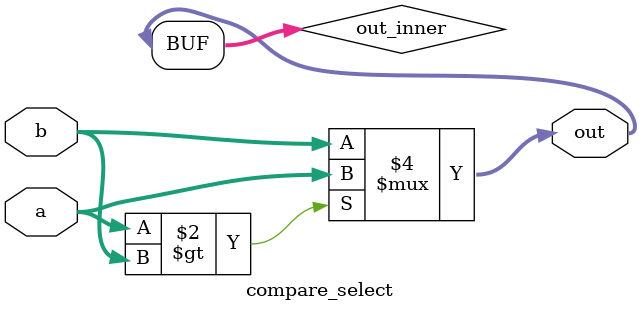
<source format=v>
`timescale 1ns / 1ps


module softmax#(parameter NUM = 18, LEN = 16)(
    input  clk,
    input  [NUM*LEN-1:0] in,
    output [NUM*LEN-1:0] softmax
    );
    
    localparam LEVEL =$clog2(NUM);
    genvar i;
    
    // find the maximal value of the input
    wire signed [LEN-1:0]  max;
    max#(.NUM(NUM),.LEN(LEN)) max0(
        .a(in),
        .max(max)
    );
    
    wire signed [LEN-1:0] in_inner[NUM-1:0];
    for(i=0;i<NUM;i=i+1)
    begin
       assign in_inner[i] = in[(i+1)*LEN-1:i*LEN] ;
    end
    // subtract each input by the max of input
    reg signed [LEN-1:0]    sub1[NUM-1:0]; 
    for (i=0;i<NUM;i=i+1)
    begin
        always@(*)
        begin
            sub1[i] = in_inner[i] - max;
        end
    end

    // calculate exponent of each sub1
    wire [LEN-1:0]             exp1[NUM-1:0];
    wire [NUM*LEN-1:0]         exp1_pack;
      
    // exp 16 bit = 2 bit 整数 14 bit小数 signed 2's complement
    generate
    for (i = 0;i < NUM ; i = i +1)
    begin
    exp_iteration_2bit_int_angle_16bit#(.LEN(LEN)) exp0(
        .angle(sub1[i]),
        .exp(exp1[i])
    );
    end
    endgenerate
    for(i=0;i<NUM;i=i+1)
    begin
       assign exp1_pack[(i+1)*LEN-1:i*LEN] = exp1[i];
    end
    
    // accmulate all input value.
    // sum: (LEVEL + 16) bit = (LEVEL + 2) bit 整数 14 bit小数 signed 2's complement
    wire [LEN+LEVEL-1:0]     sum;
    adder_tree_var_bit#(.NUM(NUM),.LEN(LEN)) addre_tree0(
        .in(exp1_pack),
        .sum(sum)
    );
    
    // calculate logrithm of the sum -> log
    // log: 19 bit = 5 bit 整数 + 14 bit小数 signed 2's complement
    wire [25:0]  ifc_sum_log = {{(26-LEN-LEVEL){1'b0}},sum};
    wire  signed [18:0] log; 
    lut_log_14in_19out log0(
        .in(ifc_sum_log[23:10]),
        .log(log)
    );
    
    
    // subtract each sub1 by log -> sub2 
    reg  signed [18:0]        sub2[NUM-1:0];
    
    for (i=0;i<NUM;i=i+1)
    begin
        always@(*)
        begin
            sub2[i] = sub1[i] - log;
        end
    end
    
    // calculate sigmoid of each in.
    // exp 19 bit input = 5 bit 整数 14 bit小数 signed 2's complement
    // output 16 bit = 2 bit integer + 14 bit fraction unsigned
    wire        [15:0]  softmax_inner[NUM-1:0];
    generate
    for (i = 0;i < NUM ; i = i +1)
    begin
    lut_exp_19in_16out exp1(
        .in(sub2[i]),
        .exp(softmax_inner[i])
    );
    end
    endgenerate

    for(i=0;i<NUM;i=i+1)
    begin
       assign softmax[(i+1)*16-1:i*16] = softmax_inner[i];
    end
    
endmodule





////////////////////////////// adder tree
module adder_tree#(parameter NUM = 300, LEN = 16, LEVEL = $clog2(NUM) ) (
    input  clk,
    input  [NUM*LEN-1:0] in,
    output [LEN-1:0] sum
    );
    
    // 将输入长向量还原为矩阵形式。高位是右侧的C&S
    wire  [LEN-1:0] in_inner[NUM-1:0]; 
    reg   [LEN-1:0] sum_inner;
    
    genvar i;
    for ( i = 0; i < NUM ; i = i + 1)
    begin
        assign in_inner[i]=in[(i+1)*LEN-1:i*LEN];
    end
    
    
    // 计算各个级别的比较器数目，将各个级别的首地址记录在一个单独的变量之中
    // START_LEVELx             记录了LEVELx输入线的起始index。 
    // NUM_INPUT_LEVELx         记录LEVELx的输入线数目。
    // IS_ODD_NUM_INPUT_LEVELx  记录了LEVELx的输入线总数是否为奇数？
    // DIV2_NUM_LEVELx          为LEVELx输入线数目直接右移1位。（中间变量）
    // NUM_ADDER_LEVELx         记录了LEVELx的ADDER个数,同时也是LEVEL(x+1)的输入线数目。
         
    localparam   START_LEVEL0             =  0;
    localparam   NUM_INPUT_LEVEL0         =  NUM;
    localparam   IS_ODD_NUM_INPUT_LEVEL0  =  NUM_INPUT_LEVEL0[0]==1?1:0;
    localparam   DIV2_NUM_INPUT_LEVEL0    =  NUM_INPUT_LEVEL0>>1;
    localparam   NUM_ADDER_LEVEL0         =  (NUM_INPUT_LEVEL0==1)?0:DIV2_NUM_INPUT_LEVEL0 + IS_ODD_NUM_INPUT_LEVEL0;
    
    localparam   START_LEVEL1             =  START_LEVEL0 + NUM_INPUT_LEVEL0*LEN;
    localparam   NUM_INPUT_LEVEL1         =  NUM_ADDER_LEVEL0;
    localparam   IS_ODD_NUM_INPUT_LEVEL1  =  NUM_INPUT_LEVEL1[0]==1?1:0;
    localparam   DIV2_NUM_INPUT_LEVEL1    =  NUM_INPUT_LEVEL1>>1;
    localparam   NUM_ADDER_LEVEL1         =  (NUM_INPUT_LEVEL1==1)?0:DIV2_NUM_INPUT_LEVEL1 + IS_ODD_NUM_INPUT_LEVEL1;
    
    localparam   START_LEVEL2             =  START_LEVEL1 + NUM_INPUT_LEVEL1*(LEN+1);
    localparam   NUM_INPUT_LEVEL2         =  NUM_ADDER_LEVEL1;
    localparam   IS_ODD_NUM_INPUT_LEVEL2  =  NUM_INPUT_LEVEL2[0]==1?1:0;
    localparam   DIV2_NUM_INPUT_LEVEL2    =  NUM_INPUT_LEVEL2>>1;
    localparam   NUM_ADDER_LEVEL2         =  (NUM_INPUT_LEVEL2==1)?0:DIV2_NUM_INPUT_LEVEL2 + IS_ODD_NUM_INPUT_LEVEL2;
    
    localparam   START_LEVEL3             =  START_LEVEL2 + NUM_INPUT_LEVEL2;
    localparam   NUM_INPUT_LEVEL3         =  NUM_ADDER_LEVEL2;
    localparam   IS_ODD_NUM_INPUT_LEVEL3  =  NUM_INPUT_LEVEL3[0]==1?1:0;
    localparam   DIV2_NUM_INPUT_LEVEL3    =  NUM_INPUT_LEVEL3>>1;
    localparam   NUM_ADDER_LEVEL3         =  (NUM_INPUT_LEVEL3==1)?0:DIV2_NUM_INPUT_LEVEL3 + IS_ODD_NUM_INPUT_LEVEL3;
    
    localparam   START_LEVEL4             =  START_LEVEL3 + NUM_INPUT_LEVEL3;
    localparam   NUM_INPUT_LEVEL4         =  NUM_ADDER_LEVEL3;
    localparam   IS_ODD_NUM_INPUT_LEVEL4  =  NUM_INPUT_LEVEL4[0]==1?1:0;
    localparam   DIV2_NUM_INPUT_LEVEL4    =  NUM_INPUT_LEVEL4>>1;
    localparam   NUM_ADDER_LEVEL4         =  (NUM_INPUT_LEVEL4==1)?0:DIV2_NUM_INPUT_LEVEL4 + IS_ODD_NUM_INPUT_LEVEL4;
    
    localparam   START_LEVEL5             =  START_LEVEL4 + NUM_INPUT_LEVEL4;
    localparam   NUM_INPUT_LEVEL5         =  NUM_ADDER_LEVEL4;
    localparam   IS_ODD_NUM_INPUT_LEVEL5  =  NUM_INPUT_LEVEL5[0]==1?1:0;
    localparam   DIV2_NUM_INPUT_LEVEL5    =  NUM_INPUT_LEVEL5>>1;
    localparam   NUM_ADDER_LEVEL5         =  (NUM_INPUT_LEVEL5==1)?0:DIV2_NUM_INPUT_LEVEL5 + IS_ODD_NUM_INPUT_LEVEL5;
    
    localparam   START_LEVEL6             =  START_LEVEL5 + NUM_INPUT_LEVEL5;
    localparam   NUM_INPUT_LEVEL6         =  NUM_ADDER_LEVEL5;
    localparam   IS_ODD_NUM_INPUT_LEVEL6  =  NUM_INPUT_LEVEL6[0]==1?1:0;
    localparam   DIV2_NUM_INPUT_LEVEL6    =  NUM_INPUT_LEVEL6>>1;
    localparam   NUM_ADDER_LEVEL6         =  (NUM_INPUT_LEVEL6==1)?0:DIV2_NUM_INPUT_LEVEL6 + IS_ODD_NUM_INPUT_LEVEL6;
    
    localparam   START_LEVEL7             =  START_LEVEL6 + NUM_INPUT_LEVEL6;
    localparam   NUM_INPUT_LEVEL7         =  NUM_ADDER_LEVEL6;
    localparam   IS_ODD_NUM_INPUT_LEVEL7  =  NUM_INPUT_LEVEL7[0]==1?1:0;
    localparam   DIV2_NUM_INPUT_LEVEL7    =  NUM_INPUT_LEVEL7>>1;
    localparam   NUM_ADDER_LEVEL7         =  (NUM_INPUT_LEVEL7==1)?0:DIV2_NUM_INPUT_LEVEL7 + IS_ODD_NUM_INPUT_LEVEL7;
    
    localparam   START_LEVEL8             =  START_LEVEL7 + NUM_INPUT_LEVEL7;
    localparam   NUM_INPUT_LEVEL8         =  NUM_ADDER_LEVEL7;
    localparam   IS_ODD_NUM_INPUT_LEVEL8  =  NUM_INPUT_LEVEL8[0]==1?1:0;
    localparam   DIV2_NUM_INPUT_LEVEL8    =  NUM_INPUT_LEVEL8>>1;
    localparam   NUM_ADDER_LEVEL8         =  (NUM_INPUT_LEVEL8==1)?0:DIV2_NUM_INPUT_LEVEL8 + IS_ODD_NUM_INPUT_LEVEL8;
    
    localparam   START_LEVEL9             =  START_LEVEL8 + NUM_INPUT_LEVEL8;
    localparam   NUM_INPUT_LEVEL9         =  NUM_ADDER_LEVEL8;
    localparam   IS_ODD_NUM_INPUT_LEVEL9  =  NUM_INPUT_LEVEL9[0]==1?1:0;
    localparam   DIV2_NUM_INPUT_LEVEL9    =  NUM_INPUT_LEVEL9>>1;
    localparam   NUM_ADDER_LEVEL9         =  (NUM_INPUT_LEVEL9==1)?0:DIV2_NUM_INPUT_LEVEL9 + IS_ODD_NUM_INPUT_LEVEL9;
    
    localparam   START_LEVEL10            =  START_LEVEL9 + NUM_INPUT_LEVEL9;
        
    wire [LEN-1:0] wire_inner[START_LEVEL10-1:0]; //多加的1是最终的输出。
    
    for (i = 0; i < NUM_INPUT_LEVEL0; i = i + 1) 
    begin
       assign wire_inner[i] = in_inner[i];
    end
    
    genvar index_num;
    generate
        
    for (index_num = 0; index_num < NUM_ADDER_LEVEL0-IS_ODD_NUM_INPUT_LEVEL0; index_num = index_num + 1)
    begin
        adder#(.LEN(LEN)) level0(.a(wire_inner[START_LEVEL0 + 2*index_num]),.b(wire_inner[START_LEVEL0+2*index_num+1]),.out(wire_inner[START_LEVEL1+index_num]));
    end
    if(IS_ODD_NUM_INPUT_LEVEL0 && (NUM_ADDER_LEVEL0>0))
        adder#(.LEN(LEN)) level0_last(.a(wire_inner[START_LEVEL0+2*(NUM_ADDER_LEVEL0-1)]),.b(0),.out(wire_inner[START_LEVEL1+NUM_ADDER_LEVEL0 - 1]));
    
    for (index_num = 0; index_num < NUM_ADDER_LEVEL1-IS_ODD_NUM_INPUT_LEVEL1; index_num = index_num + 1)
    begin
        adder#(.LEN(LEN)) level1(.a(wire_inner[START_LEVEL1+2*index_num]),.b(wire_inner[START_LEVEL1+2*index_num+1]),.out(wire_inner[START_LEVEL2+index_num]));
    end
    if(IS_ODD_NUM_INPUT_LEVEL1 && (NUM_ADDER_LEVEL1>0))
        adder#(.LEN(LEN)) level1_last(.a(wire_inner[START_LEVEL1+2*(NUM_ADDER_LEVEL1-1)]),.b(0),.out(wire_inner[START_LEVEL2+NUM_ADDER_LEVEL1 - 1]));
    
    for (index_num = 0; index_num < NUM_ADDER_LEVEL2-IS_ODD_NUM_INPUT_LEVEL2; index_num = index_num + 1)
    begin
        adder#(.LEN(LEN)) level2(.a(wire_inner[START_LEVEL2+2*index_num]),.b(wire_inner[START_LEVEL2+2*index_num+1]),.out(wire_inner[START_LEVEL3+index_num]));
    end
    if(IS_ODD_NUM_INPUT_LEVEL2 && (NUM_ADDER_LEVEL2>0))
        adder#(.LEN(LEN)) level2_last(.a(wire_inner[START_LEVEL2+2*(NUM_ADDER_LEVEL2-1)]),.b(0),.out(wire_inner[START_LEVEL3+NUM_ADDER_LEVEL2 - 1]));
    
    for (index_num = 0; index_num < NUM_ADDER_LEVEL3-IS_ODD_NUM_INPUT_LEVEL3; index_num = index_num + 1)
    begin
        adder#(.LEN(LEN)) level3(.a(wire_inner[START_LEVEL3+2*index_num]),.b(wire_inner[START_LEVEL3+2*index_num+1]),.out(wire_inner[START_LEVEL4+index_num]));
    end
    if(IS_ODD_NUM_INPUT_LEVEL3 && (NUM_ADDER_LEVEL3>0))
        adder#(.LEN(LEN)) level3_last(.a(wire_inner[START_LEVEL3+2*(NUM_ADDER_LEVEL3-1)]),.b(0),.out(wire_inner[START_LEVEL4+NUM_ADDER_LEVEL3 - 1]));
    
    for (index_num = 0; index_num < NUM_ADDER_LEVEL4-IS_ODD_NUM_INPUT_LEVEL4; index_num = index_num + 1)
    begin
        adder#(.LEN(LEN)) level4(.a(wire_inner[START_LEVEL4+2*index_num]),.b(wire_inner[START_LEVEL4+2*index_num+1]),.out(wire_inner[START_LEVEL5+index_num]));
    end
    if(IS_ODD_NUM_INPUT_LEVEL4 && (NUM_ADDER_LEVEL4>0))
        adder#(.LEN(LEN)) level4_last(.a(wire_inner[START_LEVEL4+2*(NUM_ADDER_LEVEL4-1)]),.b(0),.out(wire_inner[START_LEVEL5+NUM_ADDER_LEVEL4 - 1]));
    
    for (index_num = 0; index_num < NUM_ADDER_LEVEL5-IS_ODD_NUM_INPUT_LEVEL5; index_num = index_num + 1)
    begin
        adder#(.LEN(LEN)) level5(.a(wire_inner[START_LEVEL5+2*index_num]),.b(wire_inner[START_LEVEL5+2*index_num+1]),.out(wire_inner[START_LEVEL6+index_num]));
    end
    if(IS_ODD_NUM_INPUT_LEVEL5 && (NUM_ADDER_LEVEL5>0))
        adder#(.LEN(LEN)) level5_last(.a(wire_inner[START_LEVEL5+2*(NUM_ADDER_LEVEL5-1)]),.b(0),.out(wire_inner[START_LEVEL6+NUM_ADDER_LEVEL5 - 1]));
    
    for (index_num = 0; index_num < NUM_ADDER_LEVEL6-IS_ODD_NUM_INPUT_LEVEL6; index_num = index_num + 1)
    begin
        adder#(.LEN(LEN)) level6(.a(wire_inner[START_LEVEL6+2*index_num]),.b(wire_inner[START_LEVEL6+2*index_num+1]),.out(wire_inner[START_LEVEL7+index_num]));
    end
    if(IS_ODD_NUM_INPUT_LEVEL6 && (NUM_ADDER_LEVEL6>0))
        adder#(.LEN(LEN)) level6_last(.a(wire_inner[START_LEVEL6+2*(NUM_ADDER_LEVEL6-1)]),.b(0),.out(wire_inner[START_LEVEL7+NUM_ADDER_LEVEL6 - 1]));
    
    for (index_num = 0; index_num < NUM_ADDER_LEVEL7-IS_ODD_NUM_INPUT_LEVEL7; index_num = index_num + 1)
    begin
        adder#(.LEN(LEN)) level7(.a(wire_inner[START_LEVEL7+2*index_num]),.b(wire_inner[START_LEVEL7+2*index_num+1]),.out(wire_inner[START_LEVEL8+index_num]));
    end
    if(IS_ODD_NUM_INPUT_LEVEL7 && (NUM_ADDER_LEVEL7>0))
        adder#(.LEN(LEN)) level7_last(.a(wire_inner[START_LEVEL7+2*(NUM_ADDER_LEVEL7-1)]),.b(0),.out(wire_inner[START_LEVEL8+NUM_ADDER_LEVEL7 - 1]));
    
    for (index_num = 0; index_num < NUM_ADDER_LEVEL8-IS_ODD_NUM_INPUT_LEVEL8; index_num = index_num + 1)
    begin
        adder#(.LEN(LEN)) level8(.a(wire_inner[START_LEVEL8+2*index_num]),.b(wire_inner[START_LEVEL8+2*index_num+1]),.out(wire_inner[START_LEVEL9+index_num]));
    end
    if(IS_ODD_NUM_INPUT_LEVEL8 && (NUM_ADDER_LEVEL8>0))
        adder#(.LEN(LEN)) level8_last(.a(wire_inner[START_LEVEL8+2*(NUM_ADDER_LEVEL8-1)]),.b(0),.out(wire_inner[START_LEVEL9+NUM_ADDER_LEVEL8 - 1]));
    
    for (index_num = 0; index_num < NUM_ADDER_LEVEL9-IS_ODD_NUM_INPUT_LEVEL9; index_num = index_num + 1)
    begin
        adder#(.LEN(LEN)) level9(.a(wire_inner[START_LEVEL9+2*index_num]),.b(wire_inner[START_LEVEL9+2*index_num+1]),.out(wire_inner[START_LEVEL10+index_num]));
    end
    if(IS_ODD_NUM_INPUT_LEVEL9 && (NUM_ADDER_LEVEL9>0))
        adder#(.LEN(LEN)) level9_last(.a(wire_inner[START_LEVEL9+2*(NUM_ADDER_LEVEL9-1)]),.b(0),.out(wire_inner[START_LEVEL10+NUM_ADDER_LEVEL9 - 1]));
    endgenerate
    
    always@*
    begin
        sum_inner = wire_inner[START_LEVEL10-1];
    end
    
    assign sum = sum_inner;
endmodule



////////////////////////////// adder tree
module adder_tree_var_bit#(parameter NUM = 300, LEN = 16, LEVEL = $clog2(NUM) ) (
    in,sum
    );
    
    // 将输入长向量还原为矩阵形式。高位是右侧的C&S
    input [NUM*LEN-1:0] in;
    wire  [LEN-1:0] in_inner[NUM-1:0]; 
    
    genvar i;
    for ( i = 0; i < NUM ; i = i + 1)
    begin
        assign in_inner[i]=in[(i+1)*LEN-1:i*LEN];
    end
    
    // 计算各个级别的比较器数目，将各个级别的首地址记录在一个单独的变量之中
    // START_LEVELx             记录了LEVELx输入线的起始bit index。 
    // NUM_INPUT_LEVELx         记录LEVELx的输入线数目。
    // IS_ODD_NUM_INPUT_LEVELx  记录了LEVELx的输入线总数是否为奇数？
    // DIV2_NUM_LEVELx          为LEVELx输入线数目直接右移1位。（中间变量）
    // NUM_ADDER_LEVELx         记录了LEVELx的ADDER个数,同时也是LEVEL(x+1)的输入线数目。
    
    localparam   START_LEVEL0             =  0;
    localparam   NUM_INPUT_LEVEL0         =  NUM;
    localparam   IS_ODD_NUM_INPUT_LEVEL0  =  NUM_INPUT_LEVEL0[0]==1?1:0;
    localparam   DIV2_NUM_INPUT_LEVEL0    =  NUM_INPUT_LEVEL0>>1;
    localparam   NUM_ADDER_LEVEL0         =  (NUM_INPUT_LEVEL0==1)?0:DIV2_NUM_INPUT_LEVEL0 + IS_ODD_NUM_INPUT_LEVEL0;
    
    localparam   START_LEVEL1             =  START_LEVEL0 + NUM_INPUT_LEVEL0*LEN;
    localparam   NUM_INPUT_LEVEL1         =  NUM_ADDER_LEVEL0;
    localparam   IS_ODD_NUM_INPUT_LEVEL1  =  NUM_INPUT_LEVEL1[0]==1?1:0;
    localparam   DIV2_NUM_INPUT_LEVEL1    =  NUM_INPUT_LEVEL1>>1;
    localparam   NUM_ADDER_LEVEL1         =  (NUM_INPUT_LEVEL1==1)?0:DIV2_NUM_INPUT_LEVEL1 + IS_ODD_NUM_INPUT_LEVEL1;
    
    localparam   START_LEVEL2             =  START_LEVEL1 + NUM_INPUT_LEVEL1*(LEN+1);
    localparam   NUM_INPUT_LEVEL2         =  NUM_ADDER_LEVEL1;
    localparam   IS_ODD_NUM_INPUT_LEVEL2  =  NUM_INPUT_LEVEL2[0]==1?1:0;
    localparam   DIV2_NUM_INPUT_LEVEL2    =  NUM_INPUT_LEVEL2>>1;
    localparam   NUM_ADDER_LEVEL2         =  (NUM_INPUT_LEVEL2==1)?0:DIV2_NUM_INPUT_LEVEL2 + IS_ODD_NUM_INPUT_LEVEL2;
    
    localparam   START_LEVEL3             =  START_LEVEL2 + NUM_INPUT_LEVEL2*(LEN+2);
    localparam   NUM_INPUT_LEVEL3         =  NUM_ADDER_LEVEL2;
    localparam   IS_ODD_NUM_INPUT_LEVEL3  =  NUM_INPUT_LEVEL3[0]==1?1:0;
    localparam   DIV2_NUM_INPUT_LEVEL3    =  NUM_INPUT_LEVEL3>>1;
    localparam   NUM_ADDER_LEVEL3         =  (NUM_INPUT_LEVEL3==1)?0:DIV2_NUM_INPUT_LEVEL3 + IS_ODD_NUM_INPUT_LEVEL3;
    
    localparam   START_LEVEL4             =  START_LEVEL3 + NUM_INPUT_LEVEL3*(LEN+3);
    localparam   NUM_INPUT_LEVEL4         =  NUM_ADDER_LEVEL3;
    localparam   IS_ODD_NUM_INPUT_LEVEL4  =  NUM_INPUT_LEVEL4[0]==1?1:0;
    localparam   DIV2_NUM_INPUT_LEVEL4    =  NUM_INPUT_LEVEL4>>1;
    localparam   NUM_ADDER_LEVEL4         =  (NUM_INPUT_LEVEL4==1)?0:DIV2_NUM_INPUT_LEVEL4 + IS_ODD_NUM_INPUT_LEVEL4;
    
    localparam   START_LEVEL5             =  START_LEVEL4 + NUM_INPUT_LEVEL4*(LEN+4);
    localparam   NUM_INPUT_LEVEL5         =  NUM_ADDER_LEVEL4;
    localparam   IS_ODD_NUM_INPUT_LEVEL5  =  NUM_INPUT_LEVEL5[0]==1?1:0;
    localparam   DIV2_NUM_INPUT_LEVEL5    =  NUM_INPUT_LEVEL5>>1;
    localparam   NUM_ADDER_LEVEL5         =  (NUM_INPUT_LEVEL5==1)?0:DIV2_NUM_INPUT_LEVEL5 + IS_ODD_NUM_INPUT_LEVEL5;
    
    localparam   START_LEVEL6             =  START_LEVEL5 + NUM_INPUT_LEVEL5*(LEN+5);
    localparam   NUM_INPUT_LEVEL6         =  NUM_ADDER_LEVEL5;
    localparam   IS_ODD_NUM_INPUT_LEVEL6  =  NUM_INPUT_LEVEL6[0]==1?1:0;
    localparam   DIV2_NUM_INPUT_LEVEL6    =  NUM_INPUT_LEVEL6>>1;
    localparam   NUM_ADDER_LEVEL6         =  (NUM_INPUT_LEVEL6==1)?0:DIV2_NUM_INPUT_LEVEL6 + IS_ODD_NUM_INPUT_LEVEL6;
    
    localparam   START_LEVEL7             =  START_LEVEL6 + NUM_INPUT_LEVEL6*(LEN+6);
    localparam   NUM_INPUT_LEVEL7         =  NUM_ADDER_LEVEL6;
    localparam   IS_ODD_NUM_INPUT_LEVEL7  =  NUM_INPUT_LEVEL7[0]==1?1:0;
    localparam   DIV2_NUM_INPUT_LEVEL7    =  NUM_INPUT_LEVEL7>>1;
    localparam   NUM_ADDER_LEVEL7         =  (NUM_INPUT_LEVEL7==1)?0:DIV2_NUM_INPUT_LEVEL7 + IS_ODD_NUM_INPUT_LEVEL7;
    
    localparam   START_LEVEL8             =  START_LEVEL7 + NUM_INPUT_LEVEL7*(LEN+7);
    localparam   NUM_INPUT_LEVEL8         =  NUM_ADDER_LEVEL7;
    localparam   IS_ODD_NUM_INPUT_LEVEL8  =  NUM_INPUT_LEVEL8[0]==1?1:0;
    localparam   DIV2_NUM_INPUT_LEVEL8    =  NUM_INPUT_LEVEL8>>1;
    localparam   NUM_ADDER_LEVEL8         =  (NUM_INPUT_LEVEL8==1)?0:DIV2_NUM_INPUT_LEVEL8 + IS_ODD_NUM_INPUT_LEVEL8;
    
    localparam   START_LEVEL9             =  START_LEVEL8 + NUM_INPUT_LEVEL8*(LEN+8);
    localparam   NUM_INPUT_LEVEL9         =  NUM_ADDER_LEVEL8;
    localparam   IS_ODD_NUM_INPUT_LEVEL9  =  NUM_INPUT_LEVEL9[0]==1?1:0;
    localparam   DIV2_NUM_INPUT_LEVEL9    =  NUM_INPUT_LEVEL9>>1;
    localparam   NUM_ADDER_LEVEL9         =  (NUM_INPUT_LEVEL9==1)?0:DIV2_NUM_INPUT_LEVEL9 + IS_ODD_NUM_INPUT_LEVEL9;
    
    localparam   LEN_LAST_LEVEL           =  LEN+LEVEL;      
    
    localparam   START_LEVEL10            =  START_LEVEL9  + NUM_INPUT_LEVEL9*(LEN+9);
    localparam   TOTAL_BIT                =  START_LEVEL10 + LEN_LAST_LEVEL;
    
    output [LEN_LAST_LEVEL-1:0] sum;
    reg    [LEN_LAST_LEVEL-1:0] sum_inner;
    wire   [START_LEVEL10-1:0 ] wire_inner; //多加的1是最终的输出。
    
    for (i = 0; i < NUM_INPUT_LEVEL0; i = i + 1) 
    begin
       assign wire_inner[(i+1)*LEN-1:i*LEN] = in_inner[i];
    end
    
    genvar index_num;
    generate
        
    for (index_num = 0; index_num < NUM_ADDER_LEVEL0-IS_ODD_NUM_INPUT_LEVEL0; index_num = index_num + 1)
    begin
        adder_var#(.LEN(LEN)) level0(.a(wire_inner[START_LEVEL0+(2*index_num+1)*LEN-1:START_LEVEL0+(2*index_num)*LEN]),.b(wire_inner[START_LEVEL0+(2*index_num+2)*LEN-1:START_LEVEL0+(2*index_num+1)*LEN]),.out(wire_inner[START_LEVEL1+(index_num+1)*(LEN+1)-1:START_LEVEL1+index_num*(LEN+1)]));
    end
    if(IS_ODD_NUM_INPUT_LEVEL0 && (NUM_ADDER_LEVEL0>0))
        adder_var#(.LEN(LEN)) level0_last(.a(wire_inner[START_LEVEL0+(2*(NUM_ADDER_LEVEL0-1)+1)*LEN-1:START_LEVEL0+(2*(NUM_ADDER_LEVEL0-1))*LEN]),.b({LEN{1'b0}}),.out(wire_inner[START_LEVEL1+((NUM_ADDER_LEVEL0 - 1)+1)*(LEN+1)-1:START_LEVEL1+((NUM_ADDER_LEVEL0-1))*(LEN+1)]));
    
    for (index_num = 0; index_num < NUM_ADDER_LEVEL1-IS_ODD_NUM_INPUT_LEVEL1; index_num = index_num + 1)
    begin
        adder_var#(.LEN(LEN+1)) level1(.a(wire_inner[START_LEVEL1+(2*index_num+1)*(LEN+1)-1:START_LEVEL1+(2*index_num)*(LEN+1)]),.b(wire_inner[START_LEVEL1+(2*index_num+2)*(LEN+1)-1:START_LEVEL1+(2*index_num+1)*(LEN+1)]),.out(wire_inner[START_LEVEL2+(index_num+1)*(LEN+2)-1:START_LEVEL2+index_num*(LEN+2)]));
    end
    if(IS_ODD_NUM_INPUT_LEVEL1 && (NUM_ADDER_LEVEL1>0))
        adder_var#(.LEN(LEN+1)) level1_last(.a(wire_inner[START_LEVEL1+(2*(NUM_ADDER_LEVEL1-1)+1)*(LEN+1)-1:START_LEVEL1+(2*(NUM_ADDER_LEVEL1-1))*(LEN+1)]),.b(0),.out(wire_inner[START_LEVEL2+((NUM_ADDER_LEVEL1 - 1)+1)*(LEN+2)-1:START_LEVEL2+((NUM_ADDER_LEVEL1-1))*(LEN+2)]));
    
    for (index_num = 0; index_num < NUM_ADDER_LEVEL2-IS_ODD_NUM_INPUT_LEVEL2; index_num = index_num + 1)
    begin
        adder_var#(.LEN(LEN+2)) level2(.a(wire_inner[START_LEVEL2+(2*index_num+1)*(LEN+2)-1:START_LEVEL2+(2*index_num)*(LEN+2)]),.b(wire_inner[START_LEVEL2+(2*index_num+2)*(LEN+2)-1:START_LEVEL2+(2*index_num+1)*(LEN+2)]),.out(wire_inner[START_LEVEL3+(index_num+1)*(LEN+3)-1:START_LEVEL3+index_num*(LEN+3)]));
    end
    if(IS_ODD_NUM_INPUT_LEVEL2 && (NUM_ADDER_LEVEL2>0))
        adder_var#(.LEN(LEN+2)) level2_last(.a(wire_inner[START_LEVEL2+(2*(NUM_ADDER_LEVEL2-1)+1)*(LEN+2)-1:START_LEVEL2+(2*(NUM_ADDER_LEVEL2-1))*(LEN+2)]),.b(0),.out(wire_inner[START_LEVEL3+((NUM_ADDER_LEVEL2 - 1)+1)*(LEN+3)-1:START_LEVEL3+((NUM_ADDER_LEVEL2-1))*(LEN+3)]));
    
    for (index_num = 0; index_num < NUM_ADDER_LEVEL3-IS_ODD_NUM_INPUT_LEVEL3; index_num = index_num + 1)
    begin
        adder_var#(.LEN(LEN+3)) level3(.a(wire_inner[START_LEVEL3+(2*index_num+1)*(LEN+3)-1:START_LEVEL3+(2*index_num)*(LEN+3)]),.b(wire_inner[START_LEVEL3+(2*index_num+2)*(LEN+3)-1:START_LEVEL3+(2*index_num+1)*(LEN+3)]),.out(wire_inner[START_LEVEL4+(index_num+1)*(LEN+4)-1:START_LEVEL4+index_num*(LEN+4)]));
    end
    if(IS_ODD_NUM_INPUT_LEVEL3 && (NUM_ADDER_LEVEL3>0))
        adder_var#(.LEN(LEN+3)) level3_last(.a(wire_inner[START_LEVEL3+(2*(NUM_ADDER_LEVEL3-1)+1)*(LEN+3)-1:START_LEVEL3+(2*(NUM_ADDER_LEVEL3-1))*(LEN+3)]),.b(0),.out(wire_inner[START_LEVEL4+((NUM_ADDER_LEVEL3 - 1)+1)*(LEN+4)-1:START_LEVEL4+((NUM_ADDER_LEVEL3-1))*(LEN+4)]));
    
    for (index_num = 0; index_num < NUM_ADDER_LEVEL4-IS_ODD_NUM_INPUT_LEVEL4; index_num = index_num + 1)
    begin
        adder_var#(.LEN(LEN+4)) level4(.a(wire_inner[START_LEVEL4+(2*index_num+1)*(LEN+4)-1:START_LEVEL4+(2*index_num)*(LEN+4)]),.b(wire_inner[START_LEVEL4+(2*index_num+2)*(LEN+4)-1:START_LEVEL4+(2*index_num+1)*(LEN+4)]),.out(wire_inner[START_LEVEL5+(index_num+1)*(LEN+5)-1:START_LEVEL5+index_num*(LEN+5)]));
    end
    if(IS_ODD_NUM_INPUT_LEVEL4 && (NUM_ADDER_LEVEL4>0))
        adder_var#(.LEN(LEN+4)) level4_last(.a(wire_inner[START_LEVEL4+(2*(NUM_ADDER_LEVEL4-1)+1)*(LEN+4)-1:START_LEVEL4+(2*(NUM_ADDER_LEVEL4-1))*(LEN+4)]),.b(0),.out(wire_inner[START_LEVEL5+((NUM_ADDER_LEVEL4 - 1)+1)*(LEN+5)-1:START_LEVEL5+((NUM_ADDER_LEVEL4-1))*(LEN+5)]));
    
    for (index_num = 0; index_num < NUM_ADDER_LEVEL5-IS_ODD_NUM_INPUT_LEVEL5; index_num = index_num + 1)
    begin
        adder_var#(.LEN(LEN+5)) level5(.a(wire_inner[START_LEVEL5+(2*index_num+1)*(LEN+5)-1:START_LEVEL5+(2*index_num)*(LEN+5)]),.b(wire_inner[START_LEVEL5+(2*index_num+2)*(LEN+5)-1:START_LEVEL5+(2*index_num+1)*(LEN+5)]),.out(wire_inner[START_LEVEL6+(index_num+1)*(LEN+6)-1:START_LEVEL6+index_num*(LEN+6)]));
    end
    if(IS_ODD_NUM_INPUT_LEVEL5 && (NUM_ADDER_LEVEL5>0))
        adder_var#(.LEN(LEN+5)) level5_last(.a(wire_inner[START_LEVEL5+(2*(NUM_ADDER_LEVEL5-1)+1)*(LEN+5)-1:START_LEVEL5+(2*(NUM_ADDER_LEVEL5-1))*(LEN+5)]),.b(0),.out(wire_inner[START_LEVEL6+((NUM_ADDER_LEVEL5 - 1)+1)*(LEN+6)-1:START_LEVEL6+((NUM_ADDER_LEVEL5-1))*(LEN+6)]));
    
    for (index_num = 0; index_num < NUM_ADDER_LEVEL6-IS_ODD_NUM_INPUT_LEVEL6; index_num = index_num + 1)
    begin
        adder_var#(.LEN(LEN+6)) level6(.a(wire_inner[START_LEVEL6+(2*index_num+1)*(LEN+6)-1:START_LEVEL6+(2*index_num)*(LEN+6)]),.b(wire_inner[START_LEVEL6+(2*index_num+2)*(LEN+6)-1:START_LEVEL6+(2*index_num+1)*(LEN+6)]),.out(wire_inner[START_LEVEL7+(index_num+1)*(LEN+7)-1:START_LEVEL7+index_num*(LEN+7)]));
    end
    if(IS_ODD_NUM_INPUT_LEVEL6 && (NUM_ADDER_LEVEL6>0))
        adder_var#(.LEN(LEN+6)) level6_last(.a(wire_inner[START_LEVEL6+(2*(NUM_ADDER_LEVEL6-1)+1)*(LEN+6)-1:START_LEVEL6+(2*(NUM_ADDER_LEVEL6-1))*(LEN+6)]),.b(0),.out(wire_inner[START_LEVEL7+((NUM_ADDER_LEVEL6 - 1)+1)*(LEN+7)-1:START_LEVEL7+((NUM_ADDER_LEVEL6-1))*(LEN+7)]));
    
    for (index_num = 0; index_num < NUM_ADDER_LEVEL7-IS_ODD_NUM_INPUT_LEVEL7; index_num = index_num + 1)
    begin
        adder_var#(.LEN(LEN+7)) level7(.a(wire_inner[START_LEVEL7+(2*index_num+1)*(LEN+7)-1:START_LEVEL7+(2*index_num)*(LEN+7)]),.b(wire_inner[START_LEVEL7+(2*index_num+2)*(LEN+7)-1:START_LEVEL7+(2*index_num+1)*(LEN+7)]),.out(wire_inner[START_LEVEL8+(index_num+1)*(LEN+8)-1:START_LEVEL8+index_num*(LEN+8)]));
    end
    if(IS_ODD_NUM_INPUT_LEVEL7 && (NUM_ADDER_LEVEL7>0))
        adder_var#(.LEN(LEN+7)) level7_last(.a(wire_inner[START_LEVEL7+(2*(NUM_ADDER_LEVEL7-1)+1)*(LEN+7)-1:START_LEVEL7+(2*(NUM_ADDER_LEVEL7-1))*(LEN+7)]),.b(0),.out(wire_inner[START_LEVEL8+((NUM_ADDER_LEVEL7 - 1)+1)*(LEN+8)-1:START_LEVEL8+((NUM_ADDER_LEVEL7-1))*(LEN+8)]));
    
    for (index_num = 0; index_num < NUM_ADDER_LEVEL8-IS_ODD_NUM_INPUT_LEVEL8; index_num = index_num + 1)
    begin
        adder_var#(.LEN(LEN+8)) level8(.a(wire_inner[START_LEVEL8+(2*index_num+1)*(LEN+8)-1:START_LEVEL8+(2*index_num)*(LEN+8)]),.b(wire_inner[START_LEVEL8+(2*index_num+2)*(LEN+8)-1:START_LEVEL8+(2*index_num+1)*(LEN+8)]),.out(wire_inner[START_LEVEL9+(index_num+1)*(LEN+9)-1:START_LEVEL9+index_num*(LEN+9)]));
    end
    if(IS_ODD_NUM_INPUT_LEVEL8 && (NUM_ADDER_LEVEL8>0))
        adder_var#(.LEN(LEN+8)) level8_last(.a(wire_inner[START_LEVEL8+(2*(NUM_ADDER_LEVEL8-1)+1)*(LEN+8)-1:START_LEVEL8+(2*(NUM_ADDER_LEVEL8-1))*(LEN+8)]),.b(0),.out(wire_inner[START_LEVEL9+((NUM_ADDER_LEVEL8 - 1)+1)*(LEN+9)-1:START_LEVEL9+((NUM_ADDER_LEVEL8-1))*(LEN+9)]));
    
    for (index_num = 0; index_num < NUM_ADDER_LEVEL9-IS_ODD_NUM_INPUT_LEVEL9; index_num = index_num + 1)
    begin
        adder_var#(.LEN(LEN+9)) level9(.a(wire_inner[START_LEVEL9+(2*index_num+1)*(LEN+9)-1:START_LEVEL9+(2*index_num)*(LEN+9)]),.b(wire_inner[START_LEVEL9+(2*index_num+2)*(LEN+9)-1:START_LEVEL9+(2*index_num+1)*(LEN+9)]),.out(wire_inner[START_LEVEL10+(index_num+1)*(LEN+10)-1:START_LEVEL10+index_num*(LEN+10)]));
    end
    if(IS_ODD_NUM_INPUT_LEVEL9 && (NUM_ADDER_LEVEL9>0))
        adder_var#(.LEN(LEN+9)) level9_last(.a(wire_inner[START_LEVEL9+(2*(NUM_ADDER_LEVEL9-1)+1)*(LEN+9)-1:START_LEVEL9+(2*(NUM_ADDER_LEVEL9-1))*(LEN+9)]),.b(0),.out(wire_inner[START_LEVEL10+((NUM_ADDER_LEVEL9 - 1)+1)*(LEN+10)-1:START_LEVEL10+((NUM_ADDER_LEVEL9-1))*(LEN+10)]));
    
    endgenerate
    
    always@*
    begin
        sum_inner = wire_inner[START_LEVEL10-1:START_LEVEL10-LEN_LAST_LEVEL];
    end
    
    assign sum = sum_inner;
    
endmodule


module adder#(parameter LEN = 16)(
    input  [LEN-1:0] a,
    input  [LEN-1:0] b,
    output [LEN-1:0]  out
    );
    reg  [LEN-1:0]  out_inner;
    always@*
    begin
        out_inner = a + b;
    end
    
    assign out = out_inner;
endmodule

module adder_var#(parameter LEN = 16)(
    input  [LEN-1:0] a,
    input  [LEN-1:0] b,
    output [LEN:0]  out
    );
    
    reg  [LEN:0]  out_inner;
    
    always@*
    begin
        out_inner = a + b;
    end
    
    assign out = out_inner;
    
endmodule



module CORDIC_combination_2bit_int_angle_16bit#(parameter LEN = 16)(
    input   signed    [LEN-1:0]  angle,
    output  signed    [LEN-1:0]  cosh,  // X_n in the theory
    output  signed    [LEN-1:0]  sinh   // Y_n in the theory
    );
    
    localparam STG = LEN-2;
    reg     signed        [LEN-1:0] Xin;
    reg     signed        [LEN-1:0] Yin;
    reg     signed        [LEN-1:0] angle_inner;
    
    initial begin
        Xin = 19784; // 2**14/0.82815936 
        Yin = 0;
    end
    always@*
    begin
        angle_inner = angle;
    end
    
//  ------------------------------------------------------------------------------
//    arctan table
//  ------------------------------------------------------------------------------   

// NOTE: The atan_table was chosen to be 31 bits wide giving resolution up to atan (2^-30)
wire  signed  [LEN-1:0]   atan_table [STG-1:0];

// sinh & cosh
assign atan_table[0] = 16'sb0010001100100111;
assign atan_table[1] = 16'sb0001000001011000;
assign atan_table[2] = 16'sb0000100000001010;
assign atan_table[3] = 16'sb0000010000000001;
assign atan_table[4] = 16'sb0000001000000000;
assign atan_table[5] = 16'sb0000000100000000;
assign atan_table[6] = 16'sb0000000010000000;
assign atan_table[7] = 16'sb0000000001000000;
assign atan_table[8] = 16'sb0000000000100000;
assign atan_table[9] = 16'sb0000000000010000;
assign atan_table[10] = 16'sb0000000000001000;
assign atan_table[11] = 16'sb0000000000000100;
assign atan_table[12] = 16'sb0000000000000010;
assign atan_table[13] = 16'sb0000000000000001;


//  ------------------------------------------------------------------------------
//    registers
//  ------------------------------------------------------------------------------   

// stage output
reg signed  [LEN-1:0]   X   [0:STG-1];
reg signed  [LEN-1:0]   Y   [0:STG-1];
reg signed  [LEN-1:0]   Z   [0:STG-1];

//  ------------------------------------------------------------------------------
//    stage 0
//  ------------------------------------------------------------------------------   

always @(*)
begin    
    X[0] <= Xin;
    Y[0] <= Yin;
    Z[0] <= angle;   
end

//  ------------------------------------------------------------------------------
//    generate stage 1 to STG-1
//  ------------------------------------------------------------------------------   

genvar i;
generate
for ( i = 0; i < (STG-1); i = i + 1)
begin: XYZ
    wire                          Z_sign;
    wire signed   [LEN-1:0] X_shr, Y_shr;
    
    assign X_shr = X[i] >>> (i+1); // signed shift right
    assign Y_shr = Y[i] >>> (i+1);
    
    // the sign of the current rotation angle
    assign Z_sign = Z[i][LEN-1];  // Z_sign = 1 if Z[i] < 0
    
    always @(*)
    begin
        // add/substract shifted data
        X[i+1] = Z_sign ? X[i] - Y_shr         :  X[i] + Y_shr;
        Y[i+1] = Z_sign ? Y[i] - X_shr         :  Y[i] + X_shr;
        Z[i+1] = Z_sign ? Z[i] + atan_table[i] :  Z[i] - atan_table[i];
    end
end
endgenerate

//  ------------------------------------------------------------------------------
//    output
//  ------------------------------------------------------------------------------   
assign cosh = X[STG-1];
assign sinh = Y[STG-1];

endmodule



module exp_iteration_2bit_int_angle_16bit#(parameter LEN = 16)(
    input   signed    [LEN-1:0]  angle,
    output            [LEN-1:0]  exp  // X_n in the theory
    );
    
    
    reg    signed [LEN:0]   exp_inner;
    wire   signed [LEN-1:0] sinh;
    wire   signed [LEN-1:0] cosh;
    
    CORDIC_combination_2bit_int_angle_16bit#(.LEN(LEN)) sinh_cosh(
        .angle(angle),
        .sinh(sinh),
        .cosh(cosh)
    );
    
    always@*
    begin
        exp_inner= sinh + cosh;
    end
    
    assign exp = exp_inner[LEN-1:0];
    
endmodule


module lut_exp_19in_16out(
    input  signed [18:0] in,
    output        [15:0] exp
    );
    
    reg  [18:0] addr;
    reg  [15:0] exp_inner;
    reg  [15:0] exp_table[0:2047];
    initial begin
exp_table[11'b10000000000] = 16'b0000000100101100;
	exp_table[11'b10000000001] = 16'b0000000100101101;
	exp_table[11'b10000000010] = 16'b0000000100101110;
	exp_table[11'b10000000011] = 16'b0000000100101111;
	exp_table[11'b10000000100] = 16'b0000000100110000;
	exp_table[11'b10000000101] = 16'b0000000100110010;
	exp_table[11'b10000000110] = 16'b0000000100110011;
	exp_table[11'b10000000111] = 16'b0000000100110100;
	exp_table[11'b10000001000] = 16'b0000000100110101;
	exp_table[11'b10000001001] = 16'b0000000100110110;
	exp_table[11'b10000001010] = 16'b0000000100111000;
	exp_table[11'b10000001011] = 16'b0000000100111001;
	exp_table[11'b10000001100] = 16'b0000000100111010;
	exp_table[11'b10000001101] = 16'b0000000100111011;
	exp_table[11'b10000001110] = 16'b0000000100111100;
	exp_table[11'b10000001111] = 16'b0000000100111110;
	exp_table[11'b10000010000] = 16'b0000000100111111;
	exp_table[11'b10000010001] = 16'b0000000101000000;
	exp_table[11'b10000010010] = 16'b0000000101000001;
	exp_table[11'b10000010011] = 16'b0000000101000011;
	exp_table[11'b10000010100] = 16'b0000000101000100;
	exp_table[11'b10000010101] = 16'b0000000101000101;
	exp_table[11'b10000010110] = 16'b0000000101000111;
	exp_table[11'b10000010111] = 16'b0000000101001000;
	exp_table[11'b10000011000] = 16'b0000000101001001;
	exp_table[11'b10000011001] = 16'b0000000101001010;
	exp_table[11'b10000011010] = 16'b0000000101001100;
	exp_table[11'b10000011011] = 16'b0000000101001101;
	exp_table[11'b10000011100] = 16'b0000000101001110;
	exp_table[11'b10000011101] = 16'b0000000101010000;
	exp_table[11'b10000011110] = 16'b0000000101010001;
	exp_table[11'b10000011111] = 16'b0000000101010010;
	exp_table[11'b10000100000] = 16'b0000000101010100;
	exp_table[11'b10000100001] = 16'b0000000101010101;
	exp_table[11'b10000100010] = 16'b0000000101010110;
	exp_table[11'b10000100011] = 16'b0000000101011000;
	exp_table[11'b10000100100] = 16'b0000000101011001;
	exp_table[11'b10000100101] = 16'b0000000101011010;
	exp_table[11'b10000100110] = 16'b0000000101011100;
	exp_table[11'b10000100111] = 16'b0000000101011101;
	exp_table[11'b10000101000] = 16'b0000000101011110;
	exp_table[11'b10000101001] = 16'b0000000101100000;
	exp_table[11'b10000101010] = 16'b0000000101100001;
	exp_table[11'b10000101011] = 16'b0000000101100010;
	exp_table[11'b10000101100] = 16'b0000000101100100;
	exp_table[11'b10000101101] = 16'b0000000101100101;
	exp_table[11'b10000101110] = 16'b0000000101100111;
	exp_table[11'b10000101111] = 16'b0000000101101000;
	exp_table[11'b10000110000] = 16'b0000000101101001;
	exp_table[11'b10000110001] = 16'b0000000101101011;
	exp_table[11'b10000110010] = 16'b0000000101101100;
	exp_table[11'b10000110011] = 16'b0000000101101110;
	exp_table[11'b10000110100] = 16'b0000000101101111;
	exp_table[11'b10000110101] = 16'b0000000101110001;
	exp_table[11'b10000110110] = 16'b0000000101110010;
	exp_table[11'b10000110111] = 16'b0000000101110100;
	exp_table[11'b10000111000] = 16'b0000000101110101;
	exp_table[11'b10000111001] = 16'b0000000101110110;
	exp_table[11'b10000111010] = 16'b0000000101111000;
	exp_table[11'b10000111011] = 16'b0000000101111001;
	exp_table[11'b10000111100] = 16'b0000000101111011;
	exp_table[11'b10000111101] = 16'b0000000101111100;
	exp_table[11'b10000111110] = 16'b0000000101111110;
	exp_table[11'b10000111111] = 16'b0000000101111111;
	exp_table[11'b10001000000] = 16'b0000000110000001;
	exp_table[11'b10001000001] = 16'b0000000110000010;
	exp_table[11'b10001000010] = 16'b0000000110000100;
	exp_table[11'b10001000011] = 16'b0000000110000101;
	exp_table[11'b10001000100] = 16'b0000000110000111;
	exp_table[11'b10001000101] = 16'b0000000110001000;
	exp_table[11'b10001000110] = 16'b0000000110001010;
	exp_table[11'b10001000111] = 16'b0000000110001011;
	exp_table[11'b10001001000] = 16'b0000000110001101;
	exp_table[11'b10001001001] = 16'b0000000110001111;
	exp_table[11'b10001001010] = 16'b0000000110010000;
	exp_table[11'b10001001011] = 16'b0000000110010010;
	exp_table[11'b10001001100] = 16'b0000000110010011;
	exp_table[11'b10001001101] = 16'b0000000110010101;
	exp_table[11'b10001001110] = 16'b0000000110010110;
	exp_table[11'b10001001111] = 16'b0000000110011000;
	exp_table[11'b10001010000] = 16'b0000000110011010;
	exp_table[11'b10001010001] = 16'b0000000110011011;
	exp_table[11'b10001010010] = 16'b0000000110011101;
	exp_table[11'b10001010011] = 16'b0000000110011111;
	exp_table[11'b10001010100] = 16'b0000000110100000;
	exp_table[11'b10001010101] = 16'b0000000110100010;
	exp_table[11'b10001010110] = 16'b0000000110100011;
	exp_table[11'b10001010111] = 16'b0000000110100101;
	exp_table[11'b10001011000] = 16'b0000000110100111;
	exp_table[11'b10001011001] = 16'b0000000110101000;
	exp_table[11'b10001011010] = 16'b0000000110101010;
	exp_table[11'b10001011011] = 16'b0000000110101100;
	exp_table[11'b10001011100] = 16'b0000000110101101;
	exp_table[11'b10001011101] = 16'b0000000110101111;
	exp_table[11'b10001011110] = 16'b0000000110110001;
	exp_table[11'b10001011111] = 16'b0000000110110010;
	exp_table[11'b10001100000] = 16'b0000000110110100;
	exp_table[11'b10001100001] = 16'b0000000110110110;
	exp_table[11'b10001100010] = 16'b0000000110111000;
	exp_table[11'b10001100011] = 16'b0000000110111001;
	exp_table[11'b10001100100] = 16'b0000000110111011;
	exp_table[11'b10001100101] = 16'b0000000110111101;
	exp_table[11'b10001100110] = 16'b0000000110111110;
	exp_table[11'b10001100111] = 16'b0000000111000000;
	exp_table[11'b10001101000] = 16'b0000000111000010;
	exp_table[11'b10001101001] = 16'b0000000111000100;
	exp_table[11'b10001101010] = 16'b0000000111000110;
	exp_table[11'b10001101011] = 16'b0000000111000111;
	exp_table[11'b10001101100] = 16'b0000000111001001;
	exp_table[11'b10001101101] = 16'b0000000111001011;
	exp_table[11'b10001101110] = 16'b0000000111001101;
	exp_table[11'b10001101111] = 16'b0000000111001110;
	exp_table[11'b10001110000] = 16'b0000000111010000;
	exp_table[11'b10001110001] = 16'b0000000111010010;
	exp_table[11'b10001110010] = 16'b0000000111010100;
	exp_table[11'b10001110011] = 16'b0000000111010110;
	exp_table[11'b10001110100] = 16'b0000000111011000;
	exp_table[11'b10001110101] = 16'b0000000111011001;
	exp_table[11'b10001110110] = 16'b0000000111011011;
	exp_table[11'b10001110111] = 16'b0000000111011101;
	exp_table[11'b10001111000] = 16'b0000000111011111;
	exp_table[11'b10001111001] = 16'b0000000111100001;
	exp_table[11'b10001111010] = 16'b0000000111100011;
	exp_table[11'b10001111011] = 16'b0000000111100101;
	exp_table[11'b10001111100] = 16'b0000000111100111;
	exp_table[11'b10001111101] = 16'b0000000111101000;
	exp_table[11'b10001111110] = 16'b0000000111101010;
	exp_table[11'b10001111111] = 16'b0000000111101100;
	exp_table[11'b10010000000] = 16'b0000000111101110;
	exp_table[11'b10010000001] = 16'b0000000111110000;
	exp_table[11'b10010000010] = 16'b0000000111110010;
	exp_table[11'b10010000011] = 16'b0000000111110100;
	exp_table[11'b10010000100] = 16'b0000000111110110;
	exp_table[11'b10010000101] = 16'b0000000111111000;
	exp_table[11'b10010000110] = 16'b0000000111111010;
	exp_table[11'b10010000111] = 16'b0000000111111100;
	exp_table[11'b10010001000] = 16'b0000000111111110;
	exp_table[11'b10010001001] = 16'b0000001000000000;
	exp_table[11'b10010001010] = 16'b0000001000000010;
	exp_table[11'b10010001011] = 16'b0000001000000100;
	exp_table[11'b10010001100] = 16'b0000001000000110;
	exp_table[11'b10010001101] = 16'b0000001000001000;
	exp_table[11'b10010001110] = 16'b0000001000001010;
	exp_table[11'b10010001111] = 16'b0000001000001100;
	exp_table[11'b10010010000] = 16'b0000001000001110;
	exp_table[11'b10010010001] = 16'b0000001000010000;
	exp_table[11'b10010010010] = 16'b0000001000010010;
	exp_table[11'b10010010011] = 16'b0000001000010100;
	exp_table[11'b10010010100] = 16'b0000001000010110;
	exp_table[11'b10010010101] = 16'b0000001000011001;
	exp_table[11'b10010010110] = 16'b0000001000011011;
	exp_table[11'b10010010111] = 16'b0000001000011101;
	exp_table[11'b10010011000] = 16'b0000001000011111;
	exp_table[11'b10010011001] = 16'b0000001000100001;
	exp_table[11'b10010011010] = 16'b0000001000100011;
	exp_table[11'b10010011011] = 16'b0000001000100101;
	exp_table[11'b10010011100] = 16'b0000001000100111;
	exp_table[11'b10010011101] = 16'b0000001000101010;
	exp_table[11'b10010011110] = 16'b0000001000101100;
	exp_table[11'b10010011111] = 16'b0000001000101110;
	exp_table[11'b10010100000] = 16'b0000001000110000;
	exp_table[11'b10010100001] = 16'b0000001000110010;
	exp_table[11'b10010100010] = 16'b0000001000110101;
	exp_table[11'b10010100011] = 16'b0000001000110111;
	exp_table[11'b10010100100] = 16'b0000001000111001;
	exp_table[11'b10010100101] = 16'b0000001000111011;
	exp_table[11'b10010100110] = 16'b0000001000111101;
	exp_table[11'b10010100111] = 16'b0000001001000000;
	exp_table[11'b10010101000] = 16'b0000001001000010;
	exp_table[11'b10010101001] = 16'b0000001001000100;
	exp_table[11'b10010101010] = 16'b0000001001000110;
	exp_table[11'b10010101011] = 16'b0000001001001001;
	exp_table[11'b10010101100] = 16'b0000001001001011;
	exp_table[11'b10010101101] = 16'b0000001001001101;
	exp_table[11'b10010101110] = 16'b0000001001010000;
	exp_table[11'b10010101111] = 16'b0000001001010010;
	exp_table[11'b10010110000] = 16'b0000001001010100;
	exp_table[11'b10010110001] = 16'b0000001001010111;
	exp_table[11'b10010110010] = 16'b0000001001011001;
	exp_table[11'b10010110011] = 16'b0000001001011011;
	exp_table[11'b10010110100] = 16'b0000001001011110;
	exp_table[11'b10010110101] = 16'b0000001001100000;
	exp_table[11'b10010110110] = 16'b0000001001100010;
	exp_table[11'b10010110111] = 16'b0000001001100101;
	exp_table[11'b10010111000] = 16'b0000001001100111;
	exp_table[11'b10010111001] = 16'b0000001001101010;
	exp_table[11'b10010111010] = 16'b0000001001101100;
	exp_table[11'b10010111011] = 16'b0000001001101110;
	exp_table[11'b10010111100] = 16'b0000001001110001;
	exp_table[11'b10010111101] = 16'b0000001001110011;
	exp_table[11'b10010111110] = 16'b0000001001110110;
	exp_table[11'b10010111111] = 16'b0000001001111000;
	exp_table[11'b10011000000] = 16'b0000001001111011;
	exp_table[11'b10011000001] = 16'b0000001001111101;
	exp_table[11'b10011000010] = 16'b0000001010000000;
	exp_table[11'b10011000011] = 16'b0000001010000010;
	exp_table[11'b10011000100] = 16'b0000001010000101;
	exp_table[11'b10011000101] = 16'b0000001010000111;
	exp_table[11'b10011000110] = 16'b0000001010001010;
	exp_table[11'b10011000111] = 16'b0000001010001100;
	exp_table[11'b10011001000] = 16'b0000001010001111;
	exp_table[11'b10011001001] = 16'b0000001010010010;
	exp_table[11'b10011001010] = 16'b0000001010010100;
	exp_table[11'b10011001011] = 16'b0000001010010111;
	exp_table[11'b10011001100] = 16'b0000001010011001;
	exp_table[11'b10011001101] = 16'b0000001010011100;
	exp_table[11'b10011001110] = 16'b0000001010011110;
	exp_table[11'b10011001111] = 16'b0000001010100001;
	exp_table[11'b10011010000] = 16'b0000001010100100;
	exp_table[11'b10011010001] = 16'b0000001010100110;
	exp_table[11'b10011010010] = 16'b0000001010101001;
	exp_table[11'b10011010011] = 16'b0000001010101100;
	exp_table[11'b10011010100] = 16'b0000001010101110;
	exp_table[11'b10011010101] = 16'b0000001010110001;
	exp_table[11'b10011010110] = 16'b0000001010110100;
	exp_table[11'b10011010111] = 16'b0000001010110110;
	exp_table[11'b10011011000] = 16'b0000001010111001;
	exp_table[11'b10011011001] = 16'b0000001010111100;
	exp_table[11'b10011011010] = 16'b0000001010111111;
	exp_table[11'b10011011011] = 16'b0000001011000001;
	exp_table[11'b10011011100] = 16'b0000001011000100;
	exp_table[11'b10011011101] = 16'b0000001011000111;
	exp_table[11'b10011011110] = 16'b0000001011001010;
	exp_table[11'b10011011111] = 16'b0000001011001101;
	exp_table[11'b10011100000] = 16'b0000001011001111;
	exp_table[11'b10011100001] = 16'b0000001011010010;
	exp_table[11'b10011100010] = 16'b0000001011010101;
	exp_table[11'b10011100011] = 16'b0000001011011000;
	exp_table[11'b10011100100] = 16'b0000001011011011;
	exp_table[11'b10011100101] = 16'b0000001011011110;
	exp_table[11'b10011100110] = 16'b0000001011100000;
	exp_table[11'b10011100111] = 16'b0000001011100011;
	exp_table[11'b10011101000] = 16'b0000001011100110;
	exp_table[11'b10011101001] = 16'b0000001011101001;
	exp_table[11'b10011101010] = 16'b0000001011101100;
	exp_table[11'b10011101011] = 16'b0000001011101111;
	exp_table[11'b10011101100] = 16'b0000001011110010;
	exp_table[11'b10011101101] = 16'b0000001011110101;
	exp_table[11'b10011101110] = 16'b0000001011111000;
	exp_table[11'b10011101111] = 16'b0000001011111011;
	exp_table[11'b10011110000] = 16'b0000001011111110;
	exp_table[11'b10011110001] = 16'b0000001100000001;
	exp_table[11'b10011110010] = 16'b0000001100000100;
	exp_table[11'b10011110011] = 16'b0000001100000111;
	exp_table[11'b10011110100] = 16'b0000001100001010;
	exp_table[11'b10011110101] = 16'b0000001100001101;
	exp_table[11'b10011110110] = 16'b0000001100010000;
	exp_table[11'b10011110111] = 16'b0000001100010011;
	exp_table[11'b10011111000] = 16'b0000001100010110;
	exp_table[11'b10011111001] = 16'b0000001100011001;
	exp_table[11'b10011111010] = 16'b0000001100011100;
	exp_table[11'b10011111011] = 16'b0000001100011111;
	exp_table[11'b10011111100] = 16'b0000001100100011;
	exp_table[11'b10011111101] = 16'b0000001100100110;
	exp_table[11'b10011111110] = 16'b0000001100101001;
	exp_table[11'b10011111111] = 16'b0000001100101100;
	exp_table[11'b10100000000] = 16'b0000001100101111;
	exp_table[11'b10100000001] = 16'b0000001100110010;
	exp_table[11'b10100000010] = 16'b0000001100110110;
	exp_table[11'b10100000011] = 16'b0000001100111001;
	exp_table[11'b10100000100] = 16'b0000001100111100;
	exp_table[11'b10100000101] = 16'b0000001100111111;
	exp_table[11'b10100000110] = 16'b0000001101000011;
	exp_table[11'b10100000111] = 16'b0000001101000110;
	exp_table[11'b10100001000] = 16'b0000001101001001;
	exp_table[11'b10100001001] = 16'b0000001101001100;
	exp_table[11'b10100001010] = 16'b0000001101010000;
	exp_table[11'b10100001011] = 16'b0000001101010011;
	exp_table[11'b10100001100] = 16'b0000001101010110;
	exp_table[11'b10100001101] = 16'b0000001101011010;
	exp_table[11'b10100001110] = 16'b0000001101011101;
	exp_table[11'b10100001111] = 16'b0000001101100000;
	exp_table[11'b10100010000] = 16'b0000001101100100;
	exp_table[11'b10100010001] = 16'b0000001101100111;
	exp_table[11'b10100010010] = 16'b0000001101101011;
	exp_table[11'b10100010011] = 16'b0000001101101110;
	exp_table[11'b10100010100] = 16'b0000001101110001;
	exp_table[11'b10100010101] = 16'b0000001101110101;
	exp_table[11'b10100010110] = 16'b0000001101111000;
	exp_table[11'b10100010111] = 16'b0000001101111100;
	exp_table[11'b10100011000] = 16'b0000001101111111;
	exp_table[11'b10100011001] = 16'b0000001110000011;
	exp_table[11'b10100011010] = 16'b0000001110000110;
	exp_table[11'b10100011011] = 16'b0000001110001010;
	exp_table[11'b10100011100] = 16'b0000001110001101;
	exp_table[11'b10100011101] = 16'b0000001110010001;
	exp_table[11'b10100011110] = 16'b0000001110010101;
	exp_table[11'b10100011111] = 16'b0000001110011000;
	exp_table[11'b10100100000] = 16'b0000001110011100;
	exp_table[11'b10100100001] = 16'b0000001110011111;
	exp_table[11'b10100100010] = 16'b0000001110100011;
	exp_table[11'b10100100011] = 16'b0000001110100111;
	exp_table[11'b10100100100] = 16'b0000001110101010;
	exp_table[11'b10100100101] = 16'b0000001110101110;
	exp_table[11'b10100100110] = 16'b0000001110110010;
	exp_table[11'b10100100111] = 16'b0000001110110101;
	exp_table[11'b10100101000] = 16'b0000001110111001;
	exp_table[11'b10100101001] = 16'b0000001110111101;
	exp_table[11'b10100101010] = 16'b0000001111000001;
	exp_table[11'b10100101011] = 16'b0000001111000100;
	exp_table[11'b10100101100] = 16'b0000001111001000;
	exp_table[11'b10100101101] = 16'b0000001111001100;
	exp_table[11'b10100101110] = 16'b0000001111010000;
	exp_table[11'b10100101111] = 16'b0000001111010100;
	exp_table[11'b10100110000] = 16'b0000001111010111;
	exp_table[11'b10100110001] = 16'b0000001111011011;
	exp_table[11'b10100110010] = 16'b0000001111011111;
	exp_table[11'b10100110011] = 16'b0000001111100011;
	exp_table[11'b10100110100] = 16'b0000001111100111;
	exp_table[11'b10100110101] = 16'b0000001111101011;
	exp_table[11'b10100110110] = 16'b0000001111101111;
	exp_table[11'b10100110111] = 16'b0000001111110011;
	exp_table[11'b10100111000] = 16'b0000001111110111;
	exp_table[11'b10100111001] = 16'b0000001111111011;
	exp_table[11'b10100111010] = 16'b0000001111111111;
	exp_table[11'b10100111011] = 16'b0000010000000011;
	exp_table[11'b10100111100] = 16'b0000010000000111;
	exp_table[11'b10100111101] = 16'b0000010000001011;
	exp_table[11'b10100111110] = 16'b0000010000001111;
	exp_table[11'b10100111111] = 16'b0000010000010011;
	exp_table[11'b10101000000] = 16'b0000010000010111;
	exp_table[11'b10101000001] = 16'b0000010000011011;
	exp_table[11'b10101000010] = 16'b0000010000011111;
	exp_table[11'b10101000011] = 16'b0000010000100011;
	exp_table[11'b10101000100] = 16'b0000010000100111;
	exp_table[11'b10101000101] = 16'b0000010000101100;
	exp_table[11'b10101000110] = 16'b0000010000110000;
	exp_table[11'b10101000111] = 16'b0000010000110100;
	exp_table[11'b10101001000] = 16'b0000010000111000;
	exp_table[11'b10101001001] = 16'b0000010000111100;
	exp_table[11'b10101001010] = 16'b0000010001000001;
	exp_table[11'b10101001011] = 16'b0000010001000101;
	exp_table[11'b10101001100] = 16'b0000010001001001;
	exp_table[11'b10101001101] = 16'b0000010001001101;
	exp_table[11'b10101001110] = 16'b0000010001010010;
	exp_table[11'b10101001111] = 16'b0000010001010110;
	exp_table[11'b10101010000] = 16'b0000010001011010;
	exp_table[11'b10101010001] = 16'b0000010001011111;
	exp_table[11'b10101010010] = 16'b0000010001100011;
	exp_table[11'b10101010011] = 16'b0000010001101000;
	exp_table[11'b10101010100] = 16'b0000010001101100;
	exp_table[11'b10101010101] = 16'b0000010001110000;
	exp_table[11'b10101010110] = 16'b0000010001110101;
	exp_table[11'b10101010111] = 16'b0000010001111001;
	exp_table[11'b10101011000] = 16'b0000010001111110;
	exp_table[11'b10101011001] = 16'b0000010010000010;
	exp_table[11'b10101011010] = 16'b0000010010000111;
	exp_table[11'b10101011011] = 16'b0000010010001011;
	exp_table[11'b10101011100] = 16'b0000010010010000;
	exp_table[11'b10101011101] = 16'b0000010010010101;
	exp_table[11'b10101011110] = 16'b0000010010011001;
	exp_table[11'b10101011111] = 16'b0000010010011110;
	exp_table[11'b10101100000] = 16'b0000010010100010;
	exp_table[11'b10101100001] = 16'b0000010010100111;
	exp_table[11'b10101100010] = 16'b0000010010101100;
	exp_table[11'b10101100011] = 16'b0000010010110000;
	exp_table[11'b10101100100] = 16'b0000010010110101;
	exp_table[11'b10101100101] = 16'b0000010010111010;
	exp_table[11'b10101100110] = 16'b0000010010111110;
	exp_table[11'b10101100111] = 16'b0000010011000011;
	exp_table[11'b10101101000] = 16'b0000010011001000;
	exp_table[11'b10101101001] = 16'b0000010011001101;
	exp_table[11'b10101101010] = 16'b0000010011010010;
	exp_table[11'b10101101011] = 16'b0000010011010110;
	exp_table[11'b10101101100] = 16'b0000010011011011;
	exp_table[11'b10101101101] = 16'b0000010011100000;
	exp_table[11'b10101101110] = 16'b0000010011100101;
	exp_table[11'b10101101111] = 16'b0000010011101010;
	exp_table[11'b10101110000] = 16'b0000010011101111;
	exp_table[11'b10101110001] = 16'b0000010011110100;
	exp_table[11'b10101110010] = 16'b0000010011111001;
	exp_table[11'b10101110011] = 16'b0000010011111110;
	exp_table[11'b10101110100] = 16'b0000010100000011;
	exp_table[11'b10101110101] = 16'b0000010100001000;
	exp_table[11'b10101110110] = 16'b0000010100001101;
	exp_table[11'b10101110111] = 16'b0000010100010010;
	exp_table[11'b10101111000] = 16'b0000010100010111;
	exp_table[11'b10101111001] = 16'b0000010100011100;
	exp_table[11'b10101111010] = 16'b0000010100100001;
	exp_table[11'b10101111011] = 16'b0000010100100110;
	exp_table[11'b10101111100] = 16'b0000010100101100;
	exp_table[11'b10101111101] = 16'b0000010100110001;
	exp_table[11'b10101111110] = 16'b0000010100110110;
	exp_table[11'b10101111111] = 16'b0000010100111011;
	exp_table[11'b10110000000] = 16'b0000010101000000;
	exp_table[11'b10110000001] = 16'b0000010101000110;
	exp_table[11'b10110000010] = 16'b0000010101001011;
	exp_table[11'b10110000011] = 16'b0000010101010000;
	exp_table[11'b10110000100] = 16'b0000010101010110;
	exp_table[11'b10110000101] = 16'b0000010101011011;
	exp_table[11'b10110000110] = 16'b0000010101100000;
	exp_table[11'b10110000111] = 16'b0000010101100110;
	exp_table[11'b10110001000] = 16'b0000010101101011;
	exp_table[11'b10110001001] = 16'b0000010101110001;
	exp_table[11'b10110001010] = 16'b0000010101110110;
	exp_table[11'b10110001011] = 16'b0000010101111011;
	exp_table[11'b10110001100] = 16'b0000010110000001;
	exp_table[11'b10110001101] = 16'b0000010110000110;
	exp_table[11'b10110001110] = 16'b0000010110001100;
	exp_table[11'b10110001111] = 16'b0000010110010010;
	exp_table[11'b10110010000] = 16'b0000010110010111;
	exp_table[11'b10110010001] = 16'b0000010110011101;
	exp_table[11'b10110010010] = 16'b0000010110100010;
	exp_table[11'b10110010011] = 16'b0000010110101000;
	exp_table[11'b10110010100] = 16'b0000010110101110;
	exp_table[11'b10110010101] = 16'b0000010110110011;
	exp_table[11'b10110010110] = 16'b0000010110111001;
	exp_table[11'b10110010111] = 16'b0000010110111111;
	exp_table[11'b10110011000] = 16'b0000010111000101;
	exp_table[11'b10110011001] = 16'b0000010111001010;
	exp_table[11'b10110011010] = 16'b0000010111010000;
	exp_table[11'b10110011011] = 16'b0000010111010110;
	exp_table[11'b10110011100] = 16'b0000010111011100;
	exp_table[11'b10110011101] = 16'b0000010111100010;
	exp_table[11'b10110011110] = 16'b0000010111101000;
	exp_table[11'b10110011111] = 16'b0000010111101110;
	exp_table[11'b10110100000] = 16'b0000010111110011;
	exp_table[11'b10110100001] = 16'b0000010111111001;
	exp_table[11'b10110100010] = 16'b0000010111111111;
	exp_table[11'b10110100011] = 16'b0000011000000101;
	exp_table[11'b10110100100] = 16'b0000011000001011;
	exp_table[11'b10110100101] = 16'b0000011000010010;
	exp_table[11'b10110100110] = 16'b0000011000011000;
	exp_table[11'b10110100111] = 16'b0000011000011110;
	exp_table[11'b10110101000] = 16'b0000011000100100;
	exp_table[11'b10110101001] = 16'b0000011000101010;
	exp_table[11'b10110101010] = 16'b0000011000110000;
	exp_table[11'b10110101011] = 16'b0000011000110110;
	exp_table[11'b10110101100] = 16'b0000011000111101;
	exp_table[11'b10110101101] = 16'b0000011001000011;
	exp_table[11'b10110101110] = 16'b0000011001001001;
	exp_table[11'b10110101111] = 16'b0000011001001111;
	exp_table[11'b10110110000] = 16'b0000011001010110;
	exp_table[11'b10110110001] = 16'b0000011001011100;
	exp_table[11'b10110110010] = 16'b0000011001100010;
	exp_table[11'b10110110011] = 16'b0000011001101001;
	exp_table[11'b10110110100] = 16'b0000011001101111;
	exp_table[11'b10110110101] = 16'b0000011001110110;
	exp_table[11'b10110110110] = 16'b0000011001111100;
	exp_table[11'b10110110111] = 16'b0000011010000011;
	exp_table[11'b10110111000] = 16'b0000011010001001;
	exp_table[11'b10110111001] = 16'b0000011010010000;
	exp_table[11'b10110111010] = 16'b0000011010010110;
	exp_table[11'b10110111011] = 16'b0000011010011101;
	exp_table[11'b10110111100] = 16'b0000011010100100;
	exp_table[11'b10110111101] = 16'b0000011010101010;
	exp_table[11'b10110111110] = 16'b0000011010110001;
	exp_table[11'b10110111111] = 16'b0000011010111000;
	exp_table[11'b10111000000] = 16'b0000011010111110;
	exp_table[11'b10111000001] = 16'b0000011011000101;
	exp_table[11'b10111000010] = 16'b0000011011001100;
	exp_table[11'b10111000011] = 16'b0000011011010011;
	exp_table[11'b10111000100] = 16'b0000011011011010;
	exp_table[11'b10111000101] = 16'b0000011011100000;
	exp_table[11'b10111000110] = 16'b0000011011100111;
	exp_table[11'b10111000111] = 16'b0000011011101110;
	exp_table[11'b10111001000] = 16'b0000011011110101;
	exp_table[11'b10111001001] = 16'b0000011011111100;
	exp_table[11'b10111001010] = 16'b0000011100000011;
	exp_table[11'b10111001011] = 16'b0000011100001010;
	exp_table[11'b10111001100] = 16'b0000011100010001;
	exp_table[11'b10111001101] = 16'b0000011100011000;
	exp_table[11'b10111001110] = 16'b0000011100011111;
	exp_table[11'b10111001111] = 16'b0000011100100111;
	exp_table[11'b10111010000] = 16'b0000011100101110;
	exp_table[11'b10111010001] = 16'b0000011100110101;
	exp_table[11'b10111010010] = 16'b0000011100111100;
	exp_table[11'b10111010011] = 16'b0000011101000011;
	exp_table[11'b10111010100] = 16'b0000011101001011;
	exp_table[11'b10111010101] = 16'b0000011101010010;
	exp_table[11'b10111010110] = 16'b0000011101011001;
	exp_table[11'b10111010111] = 16'b0000011101100001;
	exp_table[11'b10111011000] = 16'b0000011101101000;
	exp_table[11'b10111011001] = 16'b0000011101110000;
	exp_table[11'b10111011010] = 16'b0000011101110111;
	exp_table[11'b10111011011] = 16'b0000011101111110;
	exp_table[11'b10111011100] = 16'b0000011110000110;
	exp_table[11'b10111011101] = 16'b0000011110001101;
	exp_table[11'b10111011110] = 16'b0000011110010101;
	exp_table[11'b10111011111] = 16'b0000011110011101;
	exp_table[11'b10111100000] = 16'b0000011110100100;
	exp_table[11'b10111100001] = 16'b0000011110101100;
	exp_table[11'b10111100010] = 16'b0000011110110100;
	exp_table[11'b10111100011] = 16'b0000011110111011;
	exp_table[11'b10111100100] = 16'b0000011111000011;
	exp_table[11'b10111100101] = 16'b0000011111001011;
	exp_table[11'b10111100110] = 16'b0000011111010011;
	exp_table[11'b10111100111] = 16'b0000011111011011;
	exp_table[11'b10111101000] = 16'b0000011111100010;
	exp_table[11'b10111101001] = 16'b0000011111101010;
	exp_table[11'b10111101010] = 16'b0000011111110010;
	exp_table[11'b10111101011] = 16'b0000011111111010;
	exp_table[11'b10111101100] = 16'b0000100000000010;
	exp_table[11'b10111101101] = 16'b0000100000001010;
	exp_table[11'b10111101110] = 16'b0000100000010010;
	exp_table[11'b10111101111] = 16'b0000100000011010;
	exp_table[11'b10111110000] = 16'b0000100000100010;
	exp_table[11'b10111110001] = 16'b0000100000101011;
	exp_table[11'b10111110010] = 16'b0000100000110011;
	exp_table[11'b10111110011] = 16'b0000100000111011;
	exp_table[11'b10111110100] = 16'b0000100001000011;
	exp_table[11'b10111110101] = 16'b0000100001001100;
	exp_table[11'b10111110110] = 16'b0000100001010100;
	exp_table[11'b10111110111] = 16'b0000100001011100;
	exp_table[11'b10111111000] = 16'b0000100001100101;
	exp_table[11'b10111111001] = 16'b0000100001101101;
	exp_table[11'b10111111010] = 16'b0000100001110101;
	exp_table[11'b10111111011] = 16'b0000100001111110;
	exp_table[11'b10111111100] = 16'b0000100010000110;
	exp_table[11'b10111111101] = 16'b0000100010001111;
	exp_table[11'b10111111110] = 16'b0000100010011000;
	exp_table[11'b10111111111] = 16'b0000100010100000;
	exp_table[11'b11000000000] = 16'b0000100010101001;
	exp_table[11'b11000000001] = 16'b0000100010110010;
	exp_table[11'b11000000010] = 16'b0000100010111010;
	exp_table[11'b11000000011] = 16'b0000100011000011;
	exp_table[11'b11000000100] = 16'b0000100011001100;
	exp_table[11'b11000000101] = 16'b0000100011010101;
	exp_table[11'b11000000110] = 16'b0000100011011101;
	exp_table[11'b11000000111] = 16'b0000100011100110;
	exp_table[11'b11000001000] = 16'b0000100011101111;
	exp_table[11'b11000001001] = 16'b0000100011111000;
	exp_table[11'b11000001010] = 16'b0000100100000001;
	exp_table[11'b11000001011] = 16'b0000100100001010;
	exp_table[11'b11000001100] = 16'b0000100100010011;
	exp_table[11'b11000001101] = 16'b0000100100011100;
	exp_table[11'b11000001110] = 16'b0000100100100101;
	exp_table[11'b11000001111] = 16'b0000100100101111;
	exp_table[11'b11000010000] = 16'b0000100100111000;
	exp_table[11'b11000010001] = 16'b0000100101000001;
	exp_table[11'b11000010010] = 16'b0000100101001010;
	exp_table[11'b11000010011] = 16'b0000100101010100;
	exp_table[11'b11000010100] = 16'b0000100101011101;
	exp_table[11'b11000010101] = 16'b0000100101100110;
	exp_table[11'b11000010110] = 16'b0000100101110000;
	exp_table[11'b11000010111] = 16'b0000100101111001;
	exp_table[11'b11000011000] = 16'b0000100110000011;
	exp_table[11'b11000011001] = 16'b0000100110001100;
	exp_table[11'b11000011010] = 16'b0000100110010110;
	exp_table[11'b11000011011] = 16'b0000100110011111;
	exp_table[11'b11000011100] = 16'b0000100110101001;
	exp_table[11'b11000011101] = 16'b0000100110110011;
	exp_table[11'b11000011110] = 16'b0000100110111101;
	exp_table[11'b11000011111] = 16'b0000100111000110;
	exp_table[11'b11000100000] = 16'b0000100111010000;
	exp_table[11'b11000100001] = 16'b0000100111011010;
	exp_table[11'b11000100010] = 16'b0000100111100100;
	exp_table[11'b11000100011] = 16'b0000100111101110;
	exp_table[11'b11000100100] = 16'b0000100111111000;
	exp_table[11'b11000100101] = 16'b0000101000000010;
	exp_table[11'b11000100110] = 16'b0000101000001100;
	exp_table[11'b11000100111] = 16'b0000101000010110;
	exp_table[11'b11000101000] = 16'b0000101000100000;
	exp_table[11'b11000101001] = 16'b0000101000101010;
	exp_table[11'b11000101010] = 16'b0000101000110100;
	exp_table[11'b11000101011] = 16'b0000101000111110;
	exp_table[11'b11000101100] = 16'b0000101001001001;
	exp_table[11'b11000101101] = 16'b0000101001010011;
	exp_table[11'b11000101110] = 16'b0000101001011101;
	exp_table[11'b11000101111] = 16'b0000101001101000;
	exp_table[11'b11000110000] = 16'b0000101001110010;
	exp_table[11'b11000110001] = 16'b0000101001111101;
	exp_table[11'b11000110010] = 16'b0000101010000111;
	exp_table[11'b11000110011] = 16'b0000101010010010;
	exp_table[11'b11000110100] = 16'b0000101010011100;
	exp_table[11'b11000110101] = 16'b0000101010100111;
	exp_table[11'b11000110110] = 16'b0000101010110010;
	exp_table[11'b11000110111] = 16'b0000101010111100;
	exp_table[11'b11000111000] = 16'b0000101011000111;
	exp_table[11'b11000111001] = 16'b0000101011010010;
	exp_table[11'b11000111010] = 16'b0000101011011101;
	exp_table[11'b11000111011] = 16'b0000101011101000;
	exp_table[11'b11000111100] = 16'b0000101011110010;
	exp_table[11'b11000111101] = 16'b0000101011111101;
	exp_table[11'b11000111110] = 16'b0000101100001000;
	exp_table[11'b11000111111] = 16'b0000101100010100;
	exp_table[11'b11001000000] = 16'b0000101100011111;
	exp_table[11'b11001000001] = 16'b0000101100101010;
	exp_table[11'b11001000010] = 16'b0000101100110101;
	exp_table[11'b11001000011] = 16'b0000101101000000;
	exp_table[11'b11001000100] = 16'b0000101101001011;
	exp_table[11'b11001000101] = 16'b0000101101010111;
	exp_table[11'b11001000110] = 16'b0000101101100010;
	exp_table[11'b11001000111] = 16'b0000101101101110;
	exp_table[11'b11001001000] = 16'b0000101101111001;
	exp_table[11'b11001001001] = 16'b0000101110000100;
	exp_table[11'b11001001010] = 16'b0000101110010000;
	exp_table[11'b11001001011] = 16'b0000101110011100;
	exp_table[11'b11001001100] = 16'b0000101110100111;
	exp_table[11'b11001001101] = 16'b0000101110110011;
	exp_table[11'b11001001110] = 16'b0000101110111111;
	exp_table[11'b11001001111] = 16'b0000101111001010;
	exp_table[11'b11001010000] = 16'b0000101111010110;
	exp_table[11'b11001010001] = 16'b0000101111100010;
	exp_table[11'b11001010010] = 16'b0000101111101110;
	exp_table[11'b11001010011] = 16'b0000101111111010;
	exp_table[11'b11001010100] = 16'b0000110000000110;
	exp_table[11'b11001010101] = 16'b0000110000010010;
	exp_table[11'b11001010110] = 16'b0000110000011110;
	exp_table[11'b11001010111] = 16'b0000110000101010;
	exp_table[11'b11001011000] = 16'b0000110000110110;
	exp_table[11'b11001011001] = 16'b0000110001000011;
	exp_table[11'b11001011010] = 16'b0000110001001111;
	exp_table[11'b11001011011] = 16'b0000110001011011;
	exp_table[11'b11001011100] = 16'b0000110001101000;
	exp_table[11'b11001011101] = 16'b0000110001110100;
	exp_table[11'b11001011110] = 16'b0000110010000001;
	exp_table[11'b11001011111] = 16'b0000110010001101;
	exp_table[11'b11001100000] = 16'b0000110010011010;
	exp_table[11'b11001100001] = 16'b0000110010100110;
	exp_table[11'b11001100010] = 16'b0000110010110011;
	exp_table[11'b11001100011] = 16'b0000110011000000;
	exp_table[11'b11001100100] = 16'b0000110011001101;
	exp_table[11'b11001100101] = 16'b0000110011011001;
	exp_table[11'b11001100110] = 16'b0000110011100110;
	exp_table[11'b11001100111] = 16'b0000110011110011;
	exp_table[11'b11001101000] = 16'b0000110100000000;
	exp_table[11'b11001101001] = 16'b0000110100001101;
	exp_table[11'b11001101010] = 16'b0000110100011010;
	exp_table[11'b11001101011] = 16'b0000110100100111;
	exp_table[11'b11001101100] = 16'b0000110100110101;
	exp_table[11'b11001101101] = 16'b0000110101000010;
	exp_table[11'b11001101110] = 16'b0000110101001111;
	exp_table[11'b11001101111] = 16'b0000110101011100;
	exp_table[11'b11001110000] = 16'b0000110101101010;
	exp_table[11'b11001110001] = 16'b0000110101110111;
	exp_table[11'b11001110010] = 16'b0000110110000101;
	exp_table[11'b11001110011] = 16'b0000110110010010;
	exp_table[11'b11001110100] = 16'b0000110110100000;
	exp_table[11'b11001110101] = 16'b0000110110101110;
	exp_table[11'b11001110110] = 16'b0000110110111011;
	exp_table[11'b11001110111] = 16'b0000110111001001;
	exp_table[11'b11001111000] = 16'b0000110111010111;
	exp_table[11'b11001111001] = 16'b0000110111100101;
	exp_table[11'b11001111010] = 16'b0000110111110011;
	exp_table[11'b11001111011] = 16'b0000111000000001;
	exp_table[11'b11001111100] = 16'b0000111000001111;
	exp_table[11'b11001111101] = 16'b0000111000011101;
	exp_table[11'b11001111110] = 16'b0000111000101011;
	exp_table[11'b11001111111] = 16'b0000111000111001;
	exp_table[11'b11010000000] = 16'b0000111001000111;
	exp_table[11'b11010000001] = 16'b0000111001010110;
	exp_table[11'b11010000010] = 16'b0000111001100100;
	exp_table[11'b11010000011] = 16'b0000111001110010;
	exp_table[11'b11010000100] = 16'b0000111010000001;
	exp_table[11'b11010000101] = 16'b0000111010001111;
	exp_table[11'b11010000110] = 16'b0000111010011110;
	exp_table[11'b11010000111] = 16'b0000111010101101;
	exp_table[11'b11010001000] = 16'b0000111010111011;
	exp_table[11'b11010001001] = 16'b0000111011001010;
	exp_table[11'b11010001010] = 16'b0000111011011001;
	exp_table[11'b11010001011] = 16'b0000111011101000;
	exp_table[11'b11010001100] = 16'b0000111011110111;
	exp_table[11'b11010001101] = 16'b0000111100000110;
	exp_table[11'b11010001110] = 16'b0000111100010101;
	exp_table[11'b11010001111] = 16'b0000111100100100;
	exp_table[11'b11010010000] = 16'b0000111100110011;
	exp_table[11'b11010010001] = 16'b0000111101000010;
	exp_table[11'b11010010010] = 16'b0000111101010010;
	exp_table[11'b11010010011] = 16'b0000111101100001;
	exp_table[11'b11010010100] = 16'b0000111101110000;
	exp_table[11'b11010010101] = 16'b0000111110000000;
	exp_table[11'b11010010110] = 16'b0000111110001111;
	exp_table[11'b11010010111] = 16'b0000111110011111;
	exp_table[11'b11010011000] = 16'b0000111110101111;
	exp_table[11'b11010011001] = 16'b0000111110111110;
	exp_table[11'b11010011010] = 16'b0000111111001110;
	exp_table[11'b11010011011] = 16'b0000111111011110;
	exp_table[11'b11010011100] = 16'b0000111111101110;
	exp_table[11'b11010011101] = 16'b0000111111111110;
	exp_table[11'b11010011110] = 16'b0001000000001110;
	exp_table[11'b11010011111] = 16'b0001000000011110;
	exp_table[11'b11010100000] = 16'b0001000000101110;
	exp_table[11'b11010100001] = 16'b0001000000111110;
	exp_table[11'b11010100010] = 16'b0001000001001111;
	exp_table[11'b11010100011] = 16'b0001000001011111;
	exp_table[11'b11010100100] = 16'b0001000001101111;
	exp_table[11'b11010100101] = 16'b0001000010000000;
	exp_table[11'b11010100110] = 16'b0001000010010000;
	exp_table[11'b11010100111] = 16'b0001000010100001;
	exp_table[11'b11010101000] = 16'b0001000010110010;
	exp_table[11'b11010101001] = 16'b0001000011000010;
	exp_table[11'b11010101010] = 16'b0001000011010011;
	exp_table[11'b11010101011] = 16'b0001000011100100;
	exp_table[11'b11010101100] = 16'b0001000011110101;
	exp_table[11'b11010101101] = 16'b0001000100000110;
	exp_table[11'b11010101110] = 16'b0001000100010111;
	exp_table[11'b11010101111] = 16'b0001000100101000;
	exp_table[11'b11010110000] = 16'b0001000100111001;
	exp_table[11'b11010110001] = 16'b0001000101001010;
	exp_table[11'b11010110010] = 16'b0001000101011100;
	exp_table[11'b11010110011] = 16'b0001000101101101;
	exp_table[11'b11010110100] = 16'b0001000101111111;
	exp_table[11'b11010110101] = 16'b0001000110010000;
	exp_table[11'b11010110110] = 16'b0001000110100010;
	exp_table[11'b11010110111] = 16'b0001000110110011;
	exp_table[11'b11010111000] = 16'b0001000111000101;
	exp_table[11'b11010111001] = 16'b0001000111010111;
	exp_table[11'b11010111010] = 16'b0001000111101001;
	exp_table[11'b11010111011] = 16'b0001000111111011;
	exp_table[11'b11010111100] = 16'b0001001000001101;
	exp_table[11'b11010111101] = 16'b0001001000011111;
	exp_table[11'b11010111110] = 16'b0001001000110001;
	exp_table[11'b11010111111] = 16'b0001001001000011;
	exp_table[11'b11011000000] = 16'b0001001001010110;
	exp_table[11'b11011000001] = 16'b0001001001101000;
	exp_table[11'b11011000010] = 16'b0001001001111010;
	exp_table[11'b11011000011] = 16'b0001001010001101;
	exp_table[11'b11011000100] = 16'b0001001010100000;
	exp_table[11'b11011000101] = 16'b0001001010110010;
	exp_table[11'b11011000110] = 16'b0001001011000101;
	exp_table[11'b11011000111] = 16'b0001001011011000;
	exp_table[11'b11011001000] = 16'b0001001011101011;
	exp_table[11'b11011001001] = 16'b0001001011111110;
	exp_table[11'b11011001010] = 16'b0001001100010001;
	exp_table[11'b11011001011] = 16'b0001001100100100;
	exp_table[11'b11011001100] = 16'b0001001100110111;
	exp_table[11'b11011001101] = 16'b0001001101001010;
	exp_table[11'b11011001110] = 16'b0001001101011101;
	exp_table[11'b11011001111] = 16'b0001001101110001;
	exp_table[11'b11011010000] = 16'b0001001110000100;
	exp_table[11'b11011010001] = 16'b0001001110011000;
	exp_table[11'b11011010010] = 16'b0001001110101100;
	exp_table[11'b11011010011] = 16'b0001001110111111;
	exp_table[11'b11011010100] = 16'b0001001111010011;
	exp_table[11'b11011010101] = 16'b0001001111100111;
	exp_table[11'b11011010110] = 16'b0001001111111011;
	exp_table[11'b11011010111] = 16'b0001010000001111;
	exp_table[11'b11011011000] = 16'b0001010000100011;
	exp_table[11'b11011011001] = 16'b0001010000110111;
	exp_table[11'b11011011010] = 16'b0001010001001011;
	exp_table[11'b11011011011] = 16'b0001010001100000;
	exp_table[11'b11011011100] = 16'b0001010001110100;
	exp_table[11'b11011011101] = 16'b0001010010001001;
	exp_table[11'b11011011110] = 16'b0001010010011101;
	exp_table[11'b11011011111] = 16'b0001010010110010;
	exp_table[11'b11011100000] = 16'b0001010011000111;
	exp_table[11'b11011100001] = 16'b0001010011011011;
	exp_table[11'b11011100010] = 16'b0001010011110000;
	exp_table[11'b11011100011] = 16'b0001010100000101;
	exp_table[11'b11011100100] = 16'b0001010100011010;
	exp_table[11'b11011100101] = 16'b0001010100110000;
	exp_table[11'b11011100110] = 16'b0001010101000101;
	exp_table[11'b11011100111] = 16'b0001010101011010;
	exp_table[11'b11011101000] = 16'b0001010101101111;
	exp_table[11'b11011101001] = 16'b0001010110000101;
	exp_table[11'b11011101010] = 16'b0001010110011010;
	exp_table[11'b11011101011] = 16'b0001010110110000;
	exp_table[11'b11011101100] = 16'b0001010111000110;
	exp_table[11'b11011101101] = 16'b0001010111011100;
	exp_table[11'b11011101110] = 16'b0001010111110010;
	exp_table[11'b11011101111] = 16'b0001011000001000;
	exp_table[11'b11011110000] = 16'b0001011000011110;
	exp_table[11'b11011110001] = 16'b0001011000110100;
	exp_table[11'b11011110010] = 16'b0001011001001010;
	exp_table[11'b11011110011] = 16'b0001011001100000;
	exp_table[11'b11011110100] = 16'b0001011001110111;
	exp_table[11'b11011110101] = 16'b0001011010001101;
	exp_table[11'b11011110110] = 16'b0001011010100100;
	exp_table[11'b11011110111] = 16'b0001011010111011;
	exp_table[11'b11011111000] = 16'b0001011011010001;
	exp_table[11'b11011111001] = 16'b0001011011101000;
	exp_table[11'b11011111010] = 16'b0001011011111111;
	exp_table[11'b11011111011] = 16'b0001011100010110;
	exp_table[11'b11011111100] = 16'b0001011100101101;
	exp_table[11'b11011111101] = 16'b0001011101000101;
	exp_table[11'b11011111110] = 16'b0001011101011100;
	exp_table[11'b11011111111] = 16'b0001011101110011;
	exp_table[11'b11100000000] = 16'b0001011110001011;
	exp_table[11'b11100000001] = 16'b0001011110100010;
	exp_table[11'b11100000010] = 16'b0001011110111010;
	exp_table[11'b11100000011] = 16'b0001011111010010;
	exp_table[11'b11100000100] = 16'b0001011111101010;
	exp_table[11'b11100000101] = 16'b0001100000000010;
	exp_table[11'b11100000110] = 16'b0001100000011010;
	exp_table[11'b11100000111] = 16'b0001100000110010;
	exp_table[11'b11100001000] = 16'b0001100001001010;
	exp_table[11'b11100001001] = 16'b0001100001100011;
	exp_table[11'b11100001010] = 16'b0001100001111011;
	exp_table[11'b11100001011] = 16'b0001100010010011;
	exp_table[11'b11100001100] = 16'b0001100010101100;
	exp_table[11'b11100001101] = 16'b0001100011000101;
	exp_table[11'b11100001110] = 16'b0001100011011110;
	exp_table[11'b11100001111] = 16'b0001100011110111;
	exp_table[11'b11100010000] = 16'b0001100100010000;
	exp_table[11'b11100010001] = 16'b0001100100101001;
	exp_table[11'b11100010010] = 16'b0001100101000010;
	exp_table[11'b11100010011] = 16'b0001100101011011;
	exp_table[11'b11100010100] = 16'b0001100101110101;
	exp_table[11'b11100010101] = 16'b0001100110001110;
	exp_table[11'b11100010110] = 16'b0001100110101000;
	exp_table[11'b11100010111] = 16'b0001100111000001;
	exp_table[11'b11100011000] = 16'b0001100111011011;
	exp_table[11'b11100011001] = 16'b0001100111110101;
	exp_table[11'b11100011010] = 16'b0001101000001111;
	exp_table[11'b11100011011] = 16'b0001101000101001;
	exp_table[11'b11100011100] = 16'b0001101001000011;
	exp_table[11'b11100011101] = 16'b0001101001011110;
	exp_table[11'b11100011110] = 16'b0001101001111000;
	exp_table[11'b11100011111] = 16'b0001101010010011;
	exp_table[11'b11100100000] = 16'b0001101010101101;
	exp_table[11'b11100100001] = 16'b0001101011001000;
	exp_table[11'b11100100010] = 16'b0001101011100011;
	exp_table[11'b11100100011] = 16'b0001101011111110;
	exp_table[11'b11100100100] = 16'b0001101100011001;
	exp_table[11'b11100100101] = 16'b0001101100110100;
	exp_table[11'b11100100110] = 16'b0001101101001111;
	exp_table[11'b11100100111] = 16'b0001101101101011;
	exp_table[11'b11100101000] = 16'b0001101110000110;
	exp_table[11'b11100101001] = 16'b0001101110100010;
	exp_table[11'b11100101010] = 16'b0001101110111101;
	exp_table[11'b11100101011] = 16'b0001101111011001;
	exp_table[11'b11100101100] = 16'b0001101111110101;
	exp_table[11'b11100101101] = 16'b0001110000010001;
	exp_table[11'b11100101110] = 16'b0001110000101101;
	exp_table[11'b11100101111] = 16'b0001110001001010;
	exp_table[11'b11100110000] = 16'b0001110001100110;
	exp_table[11'b11100110001] = 16'b0001110010000010;
	exp_table[11'b11100110010] = 16'b0001110010011111;
	exp_table[11'b11100110011] = 16'b0001110010111100;
	exp_table[11'b11100110100] = 16'b0001110011011000;
	exp_table[11'b11100110101] = 16'b0001110011110101;
	exp_table[11'b11100110110] = 16'b0001110100010010;
	exp_table[11'b11100110111] = 16'b0001110100101111;
	exp_table[11'b11100111000] = 16'b0001110101001101;
	exp_table[11'b11100111001] = 16'b0001110101101010;
	exp_table[11'b11100111010] = 16'b0001110110000111;
	exp_table[11'b11100111011] = 16'b0001110110100101;
	exp_table[11'b11100111100] = 16'b0001110111000011;
	exp_table[11'b11100111101] = 16'b0001110111100001;
	exp_table[11'b11100111110] = 16'b0001110111111111;
	exp_table[11'b11100111111] = 16'b0001111000011101;
	exp_table[11'b11101000000] = 16'b0001111000111011;
	exp_table[11'b11101000001] = 16'b0001111001011001;
	exp_table[11'b11101000010] = 16'b0001111001110111;
	exp_table[11'b11101000011] = 16'b0001111010010110;
	exp_table[11'b11101000100] = 16'b0001111010110101;
	exp_table[11'b11101000101] = 16'b0001111011010011;
	exp_table[11'b11101000110] = 16'b0001111011110010;
	exp_table[11'b11101000111] = 16'b0001111100010001;
	exp_table[11'b11101001000] = 16'b0001111100110000;
	exp_table[11'b11101001001] = 16'b0001111101010000;
	exp_table[11'b11101001010] = 16'b0001111101101111;
	exp_table[11'b11101001011] = 16'b0001111110001111;
	exp_table[11'b11101001100] = 16'b0001111110101110;
	exp_table[11'b11101001101] = 16'b0001111111001110;
	exp_table[11'b11101001110] = 16'b0001111111101110;
	exp_table[11'b11101001111] = 16'b0010000000001110;
	exp_table[11'b11101010000] = 16'b0010000000101110;
	exp_table[11'b11101010001] = 16'b0010000001001110;
	exp_table[11'b11101010010] = 16'b0010000001101111;
	exp_table[11'b11101010011] = 16'b0010000010001111;
	exp_table[11'b11101010100] = 16'b0010000010110000;
	exp_table[11'b11101010101] = 16'b0010000011010000;
	exp_table[11'b11101010110] = 16'b0010000011110001;
	exp_table[11'b11101010111] = 16'b0010000100010010;
	exp_table[11'b11101011000] = 16'b0010000100110011;
	exp_table[11'b11101011001] = 16'b0010000101010101;
	exp_table[11'b11101011010] = 16'b0010000101110110;
	exp_table[11'b11101011011] = 16'b0010000110011000;
	exp_table[11'b11101011100] = 16'b0010000110111001;
	exp_table[11'b11101011101] = 16'b0010000111011011;
	exp_table[11'b11101011110] = 16'b0010000111111101;
	exp_table[11'b11101011111] = 16'b0010001000011111;
	exp_table[11'b11101100000] = 16'b0010001001000001;
	exp_table[11'b11101100001] = 16'b0010001001100100;
	exp_table[11'b11101100010] = 16'b0010001010000110;
	exp_table[11'b11101100011] = 16'b0010001010101001;
	exp_table[11'b11101100100] = 16'b0010001011001011;
	exp_table[11'b11101100101] = 16'b0010001011101110;
	exp_table[11'b11101100110] = 16'b0010001100010001;
	exp_table[11'b11101100111] = 16'b0010001100110100;
	exp_table[11'b11101101000] = 16'b0010001101011000;
	exp_table[11'b11101101001] = 16'b0010001101111011;
	exp_table[11'b11101101010] = 16'b0010001110011111;
	exp_table[11'b11101101011] = 16'b0010001111000010;
	exp_table[11'b11101101100] = 16'b0010001111100110;
	exp_table[11'b11101101101] = 16'b0010010000001010;
	exp_table[11'b11101101110] = 16'b0010010000101110;
	exp_table[11'b11101101111] = 16'b0010010001010010;
	exp_table[11'b11101110000] = 16'b0010010001110111;
	exp_table[11'b11101110001] = 16'b0010010010011011;
	exp_table[11'b11101110010] = 16'b0010010011000000;
	exp_table[11'b11101110011] = 16'b0010010011100101;
	exp_table[11'b11101110100] = 16'b0010010100001010;
	exp_table[11'b11101110101] = 16'b0010010100101111;
	exp_table[11'b11101110110] = 16'b0010010101010100;
	exp_table[11'b11101110111] = 16'b0010010101111010;
	exp_table[11'b11101111000] = 16'b0010010110011111;
	exp_table[11'b11101111001] = 16'b0010010111000101;
	exp_table[11'b11101111010] = 16'b0010010111101011;
	exp_table[11'b11101111011] = 16'b0010011000010001;
	exp_table[11'b11101111100] = 16'b0010011000110111;
	exp_table[11'b11101111101] = 16'b0010011001011101;
	exp_table[11'b11101111110] = 16'b0010011010000100;
	exp_table[11'b11101111111] = 16'b0010011010101010;
	exp_table[11'b11110000000] = 16'b0010011011010001;
	exp_table[11'b11110000001] = 16'b0010011011111000;
	exp_table[11'b11110000010] = 16'b0010011100011111;
	exp_table[11'b11110000011] = 16'b0010011101000110;
	exp_table[11'b11110000100] = 16'b0010011101101101;
	exp_table[11'b11110000101] = 16'b0010011110010101;
	exp_table[11'b11110000110] = 16'b0010011110111101;
	exp_table[11'b11110000111] = 16'b0010011111100100;
	exp_table[11'b11110001000] = 16'b0010100000001100;
	exp_table[11'b11110001001] = 16'b0010100000110100;
	exp_table[11'b11110001010] = 16'b0010100001011101;
	exp_table[11'b11110001011] = 16'b0010100010000101;
	exp_table[11'b11110001100] = 16'b0010100010101110;
	exp_table[11'b11110001101] = 16'b0010100011010111;
	exp_table[11'b11110001110] = 16'b0010100011111111;
	exp_table[11'b11110001111] = 16'b0010100100101001;
	exp_table[11'b11110010000] = 16'b0010100101010010;
	exp_table[11'b11110010001] = 16'b0010100101111011;
	exp_table[11'b11110010010] = 16'b0010100110100101;
	exp_table[11'b11110010011] = 16'b0010100111001110;
	exp_table[11'b11110010100] = 16'b0010100111111000;
	exp_table[11'b11110010101] = 16'b0010101000100010;
	exp_table[11'b11110010110] = 16'b0010101001001101;
	exp_table[11'b11110010111] = 16'b0010101001110111;
	exp_table[11'b11110011000] = 16'b0010101010100010;
	exp_table[11'b11110011001] = 16'b0010101011001100;
	exp_table[11'b11110011010] = 16'b0010101011110111;
	exp_table[11'b11110011011] = 16'b0010101100100010;
	exp_table[11'b11110011100] = 16'b0010101101001101;
	exp_table[11'b11110011101] = 16'b0010101101111001;
	exp_table[11'b11110011110] = 16'b0010101110100100;
	exp_table[11'b11110011111] = 16'b0010101111010000;
	exp_table[11'b11110100000] = 16'b0010101111111100;
	exp_table[11'b11110100001] = 16'b0010110000101000;
	exp_table[11'b11110100010] = 16'b0010110001010100;
	exp_table[11'b11110100011] = 16'b0010110010000001;
	exp_table[11'b11110100100] = 16'b0010110010101101;
	exp_table[11'b11110100101] = 16'b0010110011011010;
	exp_table[11'b11110100110] = 16'b0010110100000111;
	exp_table[11'b11110100111] = 16'b0010110100110100;
	exp_table[11'b11110101000] = 16'b0010110101100001;
	exp_table[11'b11110101001] = 16'b0010110110001111;
	exp_table[11'b11110101010] = 16'b0010110110111101;
	exp_table[11'b11110101011] = 16'b0010110111101010;
	exp_table[11'b11110101100] = 16'b0010111000011000;
	exp_table[11'b11110101101] = 16'b0010111001000111;
	exp_table[11'b11110101110] = 16'b0010111001110101;
	exp_table[11'b11110101111] = 16'b0010111010100100;
	exp_table[11'b11110110000] = 16'b0010111011010010;
	exp_table[11'b11110110001] = 16'b0010111100000001;
	exp_table[11'b11110110010] = 16'b0010111100110000;
	exp_table[11'b11110110011] = 16'b0010111101100000;
	exp_table[11'b11110110100] = 16'b0010111110001111;
	exp_table[11'b11110110101] = 16'b0010111110111111;
	exp_table[11'b11110110110] = 16'b0010111111101111;
	exp_table[11'b11110110111] = 16'b0011000000011111;
	exp_table[11'b11110111000] = 16'b0011000001001111;
	exp_table[11'b11110111001] = 16'b0011000001111111;
	exp_table[11'b11110111010] = 16'b0011000010110000;
	exp_table[11'b11110111011] = 16'b0011000011100001;
	exp_table[11'b11110111100] = 16'b0011000100010010;
	exp_table[11'b11110111101] = 16'b0011000101000011;
	exp_table[11'b11110111110] = 16'b0011000101110100;
	exp_table[11'b11110111111] = 16'b0011000110100110;
	exp_table[11'b11111000000] = 16'b0011000111010111;
	exp_table[11'b11111000001] = 16'b0011001000001001;
	exp_table[11'b11111000010] = 16'b0011001000111011;
	exp_table[11'b11111000011] = 16'b0011001001101110;
	exp_table[11'b11111000100] = 16'b0011001010100000;
	exp_table[11'b11111000101] = 16'b0011001011010011;
	exp_table[11'b11111000110] = 16'b0011001100000110;
	exp_table[11'b11111000111] = 16'b0011001100111001;
	exp_table[11'b11111001000] = 16'b0011001101101100;
	exp_table[11'b11111001001] = 16'b0011001110100000;
	exp_table[11'b11111001010] = 16'b0011001111010100;
	exp_table[11'b11111001011] = 16'b0011010000001000;
	exp_table[11'b11111001100] = 16'b0011010000111100;
	exp_table[11'b11111001101] = 16'b0011010001110000;
	exp_table[11'b11111001110] = 16'b0011010010100101;
	exp_table[11'b11111001111] = 16'b0011010011011001;
	exp_table[11'b11111010000] = 16'b0011010100001110;
	exp_table[11'b11111010001] = 16'b0011010101000011;
	exp_table[11'b11111010010] = 16'b0011010101111001;
	exp_table[11'b11111010011] = 16'b0011010110101110;
	exp_table[11'b11111010100] = 16'b0011010111100100;
	exp_table[11'b11111010101] = 16'b0011011000011010;
	exp_table[11'b11111010110] = 16'b0011011001010000;
	exp_table[11'b11111010111] = 16'b0011011010000111;
	exp_table[11'b11111011000] = 16'b0011011010111101;
	exp_table[11'b11111011001] = 16'b0011011011110100;
	exp_table[11'b11111011010] = 16'b0011011100101011;
	exp_table[11'b11111011011] = 16'b0011011101100011;
	exp_table[11'b11111011100] = 16'b0011011110011010;
	exp_table[11'b11111011101] = 16'b0011011111010010;
	exp_table[11'b11111011110] = 16'b0011100000001010;
	exp_table[11'b11111011111] = 16'b0011100001000010;
	exp_table[11'b11111100000] = 16'b0011100001111010;
	exp_table[11'b11111100001] = 16'b0011100010110011;
	exp_table[11'b11111100010] = 16'b0011100011101100;
	exp_table[11'b11111100011] = 16'b0011100100100101;
	exp_table[11'b11111100100] = 16'b0011100101011110;
	exp_table[11'b11111100101] = 16'b0011100110011000;
	exp_table[11'b11111100110] = 16'b0011100111010001;
	exp_table[11'b11111100111] = 16'b0011101000001011;
	exp_table[11'b11111101000] = 16'b0011101001000101;
	exp_table[11'b11111101001] = 16'b0011101010000000;
	exp_table[11'b11111101010] = 16'b0011101010111010;
	exp_table[11'b11111101011] = 16'b0011101011110101;
	exp_table[11'b11111101100] = 16'b0011101100110000;
	exp_table[11'b11111101101] = 16'b0011101101101100;
	exp_table[11'b11111101110] = 16'b0011101110100111;
	exp_table[11'b11111101111] = 16'b0011101111100011;
	exp_table[11'b11111110000] = 16'b0011110000011111;
	exp_table[11'b11111110001] = 16'b0011110001011011;
	exp_table[11'b11111110010] = 16'b0011110010011000;
	exp_table[11'b11111110011] = 16'b0011110011010100;
	exp_table[11'b11111110100] = 16'b0011110100010001;
	exp_table[11'b11111110101] = 16'b0011110101001110;
	exp_table[11'b11111110110] = 16'b0011110110001100;
	exp_table[11'b11111110111] = 16'b0011110111001010;
	exp_table[11'b11111111000] = 16'b0011111000000111;
	exp_table[11'b11111111001] = 16'b0011111001000110;
	exp_table[11'b11111111010] = 16'b0011111010000100;
	exp_table[11'b11111111011] = 16'b0011111011000011;
	exp_table[11'b11111111100] = 16'b0011111100000001;
	exp_table[11'b11111111101] = 16'b0011111101000001;
	exp_table[11'b11111111110] = 16'b0011111110000000;
	exp_table[11'b11111111111] = 16'b0011111111000000;
	exp_table[11'b00000000000] = 16'b0100000000000000;
	exp_table[11'b00000000001] = 16'b0100000001000000;
	exp_table[11'b00000000010] = 16'b0100000010000000;
	exp_table[11'b00000000011] = 16'b0100000011000001;
	exp_table[11'b00000000100] = 16'b0100000100000010;
	exp_table[11'b00000000101] = 16'b0100000101000011;
	exp_table[11'b00000000110] = 16'b0100000110000100;
	exp_table[11'b00000000111] = 16'b0100000111000110;
	exp_table[11'b00000001000] = 16'b0100001000001000;
	exp_table[11'b00000001001] = 16'b0100001001001010;
	exp_table[11'b00000001010] = 16'b0100001010001100;
	exp_table[11'b00000001011] = 16'b0100001011001111;
	exp_table[11'b00000001100] = 16'b0100001100010010;
	exp_table[11'b00000001101] = 16'b0100001101010101;
	exp_table[11'b00000001110] = 16'b0100001110011000;
	exp_table[11'b00000001111] = 16'b0100001111011100;
	exp_table[11'b00000010000] = 16'b0100010000100000;
	exp_table[11'b00000010001] = 16'b0100010001100100;
	exp_table[11'b00000010010] = 16'b0100010010101001;
	exp_table[11'b00000010011] = 16'b0100010011101110;
	exp_table[11'b00000010100] = 16'b0100010100110011;
	exp_table[11'b00000010101] = 16'b0100010101111000;
	exp_table[11'b00000010110] = 16'b0100010110111110;
	exp_table[11'b00000010111] = 16'b0100011000000100;
	exp_table[11'b00000011000] = 16'b0100011001001010;
	exp_table[11'b00000011001] = 16'b0100011010010000;
	exp_table[11'b00000011010] = 16'b0100011011010111;
	exp_table[11'b00000011011] = 16'b0100011100011110;
	exp_table[11'b00000011100] = 16'b0100011101100101;
	exp_table[11'b00000011101] = 16'b0100011110101101;
	exp_table[11'b00000011110] = 16'b0100011111110101;
	exp_table[11'b00000011111] = 16'b0100100000111101;
	exp_table[11'b00000100000] = 16'b0100100010000101;
	exp_table[11'b00000100001] = 16'b0100100011001110;
	exp_table[11'b00000100010] = 16'b0100100100010111;
	exp_table[11'b00000100011] = 16'b0100100101100000;
	exp_table[11'b00000100100] = 16'b0100100110101001;
	exp_table[11'b00000100101] = 16'b0100100111110011;
	exp_table[11'b00000100110] = 16'b0100101000111101;
	exp_table[11'b00000100111] = 16'b0100101010001000;
	exp_table[11'b00000101000] = 16'b0100101011010010;
	exp_table[11'b00000101001] = 16'b0100101100011101;
	exp_table[11'b00000101010] = 16'b0100101101101001;
	exp_table[11'b00000101011] = 16'b0100101110110100;
	exp_table[11'b00000101100] = 16'b0100110000000000;
	exp_table[11'b00000101101] = 16'b0100110001001100;
	exp_table[11'b00000101110] = 16'b0100110010011001;
	exp_table[11'b00000101111] = 16'b0100110011100101;
	exp_table[11'b00000110000] = 16'b0100110100110010;
	exp_table[11'b00000110001] = 16'b0100110110000000;
	exp_table[11'b00000110010] = 16'b0100110111001101;
	exp_table[11'b00000110011] = 16'b0100111000011011;
	exp_table[11'b00000110100] = 16'b0100111001101010;
	exp_table[11'b00000110101] = 16'b0100111010111000;
	exp_table[11'b00000110110] = 16'b0100111100000111;
	exp_table[11'b00000110111] = 16'b0100111101010110;
	exp_table[11'b00000111000] = 16'b0100111110100110;
	exp_table[11'b00000111001] = 16'b0100111111110110;
	exp_table[11'b00000111010] = 16'b0101000001000110;
	exp_table[11'b00000111011] = 16'b0101000010010110;
	exp_table[11'b00000111100] = 16'b0101000011100111;
	exp_table[11'b00000111101] = 16'b0101000100111000;
	exp_table[11'b00000111110] = 16'b0101000110001001;
	exp_table[11'b00000111111] = 16'b0101000111011011;
	exp_table[11'b00001000000] = 16'b0101001000101101;
	exp_table[11'b00001000001] = 16'b0101001001111111;
	exp_table[11'b00001000010] = 16'b0101001011010010;
	exp_table[11'b00001000011] = 16'b0101001100100101;
	exp_table[11'b00001000100] = 16'b0101001101111000;
	exp_table[11'b00001000101] = 16'b0101001111001100;
	exp_table[11'b00001000110] = 16'b0101010000100000;
	exp_table[11'b00001000111] = 16'b0101010001110100;
	exp_table[11'b00001001000] = 16'b0101010011001001;
	exp_table[11'b00001001001] = 16'b0101010100011110;
	exp_table[11'b00001001010] = 16'b0101010101110011;
	exp_table[11'b00001001011] = 16'b0101010111001001;
	exp_table[11'b00001001100] = 16'b0101011000011111;
	exp_table[11'b00001001101] = 16'b0101011001110101;
	exp_table[11'b00001001110] = 16'b0101011011001011;
	exp_table[11'b00001001111] = 16'b0101011100100010;
	exp_table[11'b00001010000] = 16'b0101011101111010;
	exp_table[11'b00001010001] = 16'b0101011111010001;
	exp_table[11'b00001010010] = 16'b0101100000101001;
	exp_table[11'b00001010011] = 16'b0101100010000010;
	exp_table[11'b00001010100] = 16'b0101100011011010;
	exp_table[11'b00001010101] = 16'b0101100100110011;
	exp_table[11'b00001010110] = 16'b0101100110001101;
	exp_table[11'b00001010111] = 16'b0101100111100111;
	exp_table[11'b00001011000] = 16'b0101101001000001;
	exp_table[11'b00001011001] = 16'b0101101010011011;
	exp_table[11'b00001011010] = 16'b0101101011110110;
	exp_table[11'b00001011011] = 16'b0101101101010001;
	exp_table[11'b00001011100] = 16'b0101101110101100;
	exp_table[11'b00001011101] = 16'b0101110000001000;
	exp_table[11'b00001011110] = 16'b0101110001100101;
	exp_table[11'b00001011111] = 16'b0101110011000001;
	exp_table[11'b00001100000] = 16'b0101110100011110;
	exp_table[11'b00001100001] = 16'b0101110101111011;
	exp_table[11'b00001100010] = 16'b0101110111011001;
	exp_table[11'b00001100011] = 16'b0101111000110111;
	exp_table[11'b00001100100] = 16'b0101111010010101;
	exp_table[11'b00001100101] = 16'b0101111011110100;
	exp_table[11'b00001100110] = 16'b0101111101010011;
	exp_table[11'b00001100111] = 16'b0101111110110011;
	exp_table[11'b00001101000] = 16'b0110000000010011;
	exp_table[11'b00001101001] = 16'b0110000001110011;
	exp_table[11'b00001101010] = 16'b0110000011010100;
	exp_table[11'b00001101011] = 16'b0110000100110101;
	exp_table[11'b00001101100] = 16'b0110000110010110;
	exp_table[11'b00001101101] = 16'b0110000111111000;
	exp_table[11'b00001101110] = 16'b0110001001011010;
	exp_table[11'b00001101111] = 16'b0110001010111101;
	exp_table[11'b00001110000] = 16'b0110001100100000;
	exp_table[11'b00001110001] = 16'b0110001110000011;
	exp_table[11'b00001110010] = 16'b0110001111100111;
	exp_table[11'b00001110011] = 16'b0110010001001011;
	exp_table[11'b00001110100] = 16'b0110010010101111;
	exp_table[11'b00001110101] = 16'b0110010100010100;
	exp_table[11'b00001110110] = 16'b0110010101111001;
	exp_table[11'b00001110111] = 16'b0110010111011111;
	exp_table[11'b00001111000] = 16'b0110011001000101;
	exp_table[11'b00001111001] = 16'b0110011010101100;
	exp_table[11'b00001111010] = 16'b0110011100010010;
	exp_table[11'b00001111011] = 16'b0110011101111010;
	exp_table[11'b00001111100] = 16'b0110011111100001;
	exp_table[11'b00001111101] = 16'b0110100001001001;
	exp_table[11'b00001111110] = 16'b0110100010110010;
	exp_table[11'b00001111111] = 16'b0110100100011011;
	exp_table[11'b00010000000] = 16'b0110100110000100;
	exp_table[11'b00010000001] = 16'b0110100111101110;
	exp_table[11'b00010000010] = 16'b0110101001011000;
	exp_table[11'b00010000011] = 16'b0110101011000011;
	exp_table[11'b00010000100] = 16'b0110101100101110;
	exp_table[11'b00010000101] = 16'b0110101110011001;
	exp_table[11'b00010000110] = 16'b0110110000000101;
	exp_table[11'b00010000111] = 16'b0110110001110001;
	exp_table[11'b00010001000] = 16'b0110110011011110;
	exp_table[11'b00010001001] = 16'b0110110101001011;
	exp_table[11'b00010001010] = 16'b0110110110111000;
	exp_table[11'b00010001011] = 16'b0110111000100110;
	exp_table[11'b00010001100] = 16'b0110111010010101;
	exp_table[11'b00010001101] = 16'b0110111100000011;
	exp_table[11'b00010001110] = 16'b0110111101110011;
	exp_table[11'b00010001111] = 16'b0110111111100010;
	exp_table[11'b00010010000] = 16'b0111000001010010;
	exp_table[11'b00010010001] = 16'b0111000011000011;
	exp_table[11'b00010010010] = 16'b0111000100110100;
	exp_table[11'b00010010011] = 16'b0111000110100101;
	exp_table[11'b00010010100] = 16'b0111001000010111;
	exp_table[11'b00010010101] = 16'b0111001010001001;
	exp_table[11'b00010010110] = 16'b0111001011111100;
	exp_table[11'b00010010111] = 16'b0111001101101111;
	exp_table[11'b00010011000] = 16'b0111001111100011;
	exp_table[11'b00010011001] = 16'b0111010001010111;
	exp_table[11'b00010011010] = 16'b0111010011001100;
	exp_table[11'b00010011011] = 16'b0111010101000001;
	exp_table[11'b00010011100] = 16'b0111010110110110;
	exp_table[11'b00010011101] = 16'b0111011000101100;
	exp_table[11'b00010011110] = 16'b0111011010100011;
	exp_table[11'b00010011111] = 16'b0111011100011010;
	exp_table[11'b00010100000] = 16'b0111011110010001;
	exp_table[11'b00010100001] = 16'b0111100000001001;
	exp_table[11'b00010100010] = 16'b0111100010000001;
	exp_table[11'b00010100011] = 16'b0111100011111010;
	exp_table[11'b00010100100] = 16'b0111100101110011;
	exp_table[11'b00010100101] = 16'b0111100111101101;
	exp_table[11'b00010100110] = 16'b0111101001100111;
	exp_table[11'b00010100111] = 16'b0111101011100001;
	exp_table[11'b00010101000] = 16'b0111101101011100;
	exp_table[11'b00010101001] = 16'b0111101111011000;
	exp_table[11'b00010101010] = 16'b0111110001010100;
	exp_table[11'b00010101011] = 16'b0111110011010001;
	exp_table[11'b00010101100] = 16'b0111110101001110;
	exp_table[11'b00010101101] = 16'b0111110111001011;
	exp_table[11'b00010101110] = 16'b0111111001001001;
	exp_table[11'b00010101111] = 16'b0111111011001000;
	exp_table[11'b00010110000] = 16'b0111111101000111;
	exp_table[11'b00010110001] = 16'b0111111111000111;
	exp_table[11'b00010110010] = 16'b1000000001000111;
	exp_table[11'b00010110011] = 16'b1000000011000111;
	exp_table[11'b00010110100] = 16'b1000000101001000;
	exp_table[11'b00010110101] = 16'b1000000111001010;
	exp_table[11'b00010110110] = 16'b1000001001001100;
	exp_table[11'b00010110111] = 16'b1000001011001110;
	exp_table[11'b00010111000] = 16'b1000001101010001;
	exp_table[11'b00010111001] = 16'b1000001111010101;
	exp_table[11'b00010111010] = 16'b1000010001011001;
	exp_table[11'b00010111011] = 16'b1000010011011110;
	exp_table[11'b00010111100] = 16'b1000010101100011;
	exp_table[11'b00010111101] = 16'b1000010111101000;
	exp_table[11'b00010111110] = 16'b1000011001101111;
	exp_table[11'b00010111111] = 16'b1000011011110101;
	exp_table[11'b00011000000] = 16'b1000011101111100;
	exp_table[11'b00011000001] = 16'b1000100000000100;
	exp_table[11'b00011000010] = 16'b1000100010001100;
	exp_table[11'b00011000011] = 16'b1000100100010101;
	exp_table[11'b00011000100] = 16'b1000100110011111;
	exp_table[11'b00011000101] = 16'b1000101000101001;
	exp_table[11'b00011000110] = 16'b1000101010110011;
	exp_table[11'b00011000111] = 16'b1000101100111110;
	exp_table[11'b00011001000] = 16'b1000101111001001;
	exp_table[11'b00011001001] = 16'b1000110001010110;
	exp_table[11'b00011001010] = 16'b1000110011100010;
	exp_table[11'b00011001011] = 16'b1000110101101111;
	exp_table[11'b00011001100] = 16'b1000110111111101;
	exp_table[11'b00011001101] = 16'b1000111010001011;
	exp_table[11'b00011001110] = 16'b1000111100011010;
	exp_table[11'b00011001111] = 16'b1000111110101001;
	exp_table[11'b00011010000] = 16'b1001000000111001;
	exp_table[11'b00011010001] = 16'b1001000011001010;
	exp_table[11'b00011010010] = 16'b1001000101011011;
	exp_table[11'b00011010011] = 16'b1001000111101101;
	exp_table[11'b00011010100] = 16'b1001001001111111;
	exp_table[11'b00011010101] = 16'b1001001100010010;
	exp_table[11'b00011010110] = 16'b1001001110100101;
	exp_table[11'b00011010111] = 16'b1001010000111001;
	exp_table[11'b00011011000] = 16'b1001010011001101;
	exp_table[11'b00011011001] = 16'b1001010101100011;
	exp_table[11'b00011011010] = 16'b1001010111111000;
	exp_table[11'b00011011011] = 16'b1001011010001110;
	exp_table[11'b00011011100] = 16'b1001011100100101;
	exp_table[11'b00011011101] = 16'b1001011110111101;
	exp_table[11'b00011011110] = 16'b1001100001010101;
	exp_table[11'b00011011111] = 16'b1001100011101101;
	exp_table[11'b00011100000] = 16'b1001100110000111;
	exp_table[11'b00011100001] = 16'b1001101000100001;
	exp_table[11'b00011100010] = 16'b1001101010111011;
	exp_table[11'b00011100011] = 16'b1001101101010110;
	exp_table[11'b00011100100] = 16'b1001101111110010;
	exp_table[11'b00011100101] = 16'b1001110010001110;
	exp_table[11'b00011100110] = 16'b1001110100101011;
	exp_table[11'b00011100111] = 16'b1001110111001000;
	exp_table[11'b00011101000] = 16'b1001111001100110;
	exp_table[11'b00011101001] = 16'b1001111100000101;
	exp_table[11'b00011101010] = 16'b1001111110100100;
	exp_table[11'b00011101011] = 16'b1010000001000100;
	exp_table[11'b00011101100] = 16'b1010000011100101;
	exp_table[11'b00011101101] = 16'b1010000110000110;
	exp_table[11'b00011101110] = 16'b1010001000101000;
	exp_table[11'b00011101111] = 16'b1010001011001010;
	exp_table[11'b00011110000] = 16'b1010001101101110;
	exp_table[11'b00011110001] = 16'b1010010000010001;
	exp_table[11'b00011110010] = 16'b1010010010110110;
	exp_table[11'b00011110011] = 16'b1010010101011011;
	exp_table[11'b00011110100] = 16'b1010011000000000;
	exp_table[11'b00011110101] = 16'b1010011010100111;
	exp_table[11'b00011110110] = 16'b1010011101001110;
	exp_table[11'b00011110111] = 16'b1010011111110101;
	exp_table[11'b00011111000] = 16'b1010100010011110;
	exp_table[11'b00011111001] = 16'b1010100101000111;
	exp_table[11'b00011111010] = 16'b1010100111110000;
	exp_table[11'b00011111011] = 16'b1010101010011010;
	exp_table[11'b00011111100] = 16'b1010101101000101;
	exp_table[11'b00011111101] = 16'b1010101111110001;
	exp_table[11'b00011111110] = 16'b1010110010011101;
	exp_table[11'b00011111111] = 16'b1010110101001010;
	exp_table[11'b00100000000] = 16'b1010110111111000;
	exp_table[11'b00100000001] = 16'b1010111010100110;
	exp_table[11'b00100000010] = 16'b1010111101010101;
	exp_table[11'b00100000011] = 16'b1011000000000101;
	exp_table[11'b00100000100] = 16'b1011000010110101;
	exp_table[11'b00100000101] = 16'b1011000101100110;
	exp_table[11'b00100000110] = 16'b1011001000011000;
	exp_table[11'b00100000111] = 16'b1011001011001010;
	exp_table[11'b00100001000] = 16'b1011001101111110;
	exp_table[11'b00100001001] = 16'b1011010000110001;
	exp_table[11'b00100001010] = 16'b1011010011100110;
	exp_table[11'b00100001011] = 16'b1011010110011011;
	exp_table[11'b00100001100] = 16'b1011011001010001;
	exp_table[11'b00100001101] = 16'b1011011100001000;
	exp_table[11'b00100001110] = 16'b1011011110111111;
	exp_table[11'b00100001111] = 16'b1011100001110111;
	exp_table[11'b00100010000] = 16'b1011100100110000;
	exp_table[11'b00100010001] = 16'b1011100111101010;
	exp_table[11'b00100010010] = 16'b1011101010100100;
	exp_table[11'b00100010011] = 16'b1011101101011111;
	exp_table[11'b00100010100] = 16'b1011110000011011;
	exp_table[11'b00100010101] = 16'b1011110011010111;
	exp_table[11'b00100010110] = 16'b1011110110010100;
	exp_table[11'b00100010111] = 16'b1011111001010010;
	exp_table[11'b00100011000] = 16'b1011111100010001;
	exp_table[11'b00100011001] = 16'b1011111111010001;
	exp_table[11'b00100011010] = 16'b1100000010010001;
	exp_table[11'b00100011011] = 16'b1100000101010010;
	exp_table[11'b00100011100] = 16'b1100001000010011;
	exp_table[11'b00100011101] = 16'b1100001011010110;
	exp_table[11'b00100011110] = 16'b1100001110011001;
	exp_table[11'b00100011111] = 16'b1100010001011101;
	exp_table[11'b00100100000] = 16'b1100010100100010;
	exp_table[11'b00100100001] = 16'b1100010111100111;
	exp_table[11'b00100100010] = 16'b1100011010101110;
	exp_table[11'b00100100011] = 16'b1100011101110101;
	exp_table[11'b00100100100] = 16'b1100100000111101;
	exp_table[11'b00100100101] = 16'b1100100100000101;
	exp_table[11'b00100100110] = 16'b1100100111001111;
	exp_table[11'b00100100111] = 16'b1100101010011001;
	exp_table[11'b00100101000] = 16'b1100101101100100;
	exp_table[11'b00100101001] = 16'b1100110000110000;
	exp_table[11'b00100101010] = 16'b1100110011111100;
	exp_table[11'b00100101011] = 16'b1100110111001010;
	exp_table[11'b00100101100] = 16'b1100111010011000;
	exp_table[11'b00100101101] = 16'b1100111101100111;
	exp_table[11'b00100101110] = 16'b1101000000110111;
	exp_table[11'b00100101111] = 16'b1101000100000111;
	exp_table[11'b00100110000] = 16'b1101000111011001;
	exp_table[11'b00100110001] = 16'b1101001010101011;
	exp_table[11'b00100110010] = 16'b1101001101111110;
	exp_table[11'b00100110011] = 16'b1101010001010010;
	exp_table[11'b00100110100] = 16'b1101010100100111;
	exp_table[11'b00100110101] = 16'b1101010111111100;
	exp_table[11'b00100110110] = 16'b1101011011010011;
	exp_table[11'b00100110111] = 16'b1101011110101010;
	exp_table[11'b00100111000] = 16'b1101100010000010;
	exp_table[11'b00100111001] = 16'b1101100101011011;
	exp_table[11'b00100111010] = 16'b1101101000110101;
	exp_table[11'b00100111011] = 16'b1101101100001111;
	exp_table[11'b00100111100] = 16'b1101101111101011;
	exp_table[11'b00100111101] = 16'b1101110011000111;
	exp_table[11'b00100111110] = 16'b1101110110100100;
	exp_table[11'b00100111111] = 16'b1101111010000010;
	exp_table[11'b00101000000] = 16'b1101111101100001;
	exp_table[11'b00101000001] = 16'b1110000001000001;
	exp_table[11'b00101000010] = 16'b1110000100100010;
	exp_table[11'b00101000011] = 16'b1110001000000011;
	exp_table[11'b00101000100] = 16'b1110001011100110;
	exp_table[11'b00101000101] = 16'b1110001111001001;
	exp_table[11'b00101000110] = 16'b1110010010101101;
	exp_table[11'b00101000111] = 16'b1110010110010011;
	exp_table[11'b00101001000] = 16'b1110011001111001;
	exp_table[11'b00101001001] = 16'b1110011101011111;
	exp_table[11'b00101001010] = 16'b1110100001000111;
	exp_table[11'b00101001011] = 16'b1110100100110000;
	exp_table[11'b00101001100] = 16'b1110101000011010;
	exp_table[11'b00101001101] = 16'b1110101100000100;
	exp_table[11'b00101001110] = 16'b1110101111110000;
	exp_table[11'b00101001111] = 16'b1110110011011100;
	exp_table[11'b00101010000] = 16'b1110110111001001;
	exp_table[11'b00101010001] = 16'b1110111010111000;
	exp_table[11'b00101010010] = 16'b1110111110100111;
	exp_table[11'b00101010011] = 16'b1111000010010111;
	exp_table[11'b00101010100] = 16'b1111000110001000;
	exp_table[11'b00101010101] = 16'b1111001001111010;
	exp_table[11'b00101010110] = 16'b1111001101101101;
	exp_table[11'b00101010111] = 16'b1111010001100001;
	exp_table[11'b00101011000] = 16'b1111010101010110;
	exp_table[11'b00101011001] = 16'b1111011001001100;
	exp_table[11'b00101011010] = 16'b1111011101000010;
	exp_table[11'b00101011011] = 16'b1111100000111010;
	exp_table[11'b00101011100] = 16'b1111100100110011;
	exp_table[11'b00101011101] = 16'b1111101000101101;
	exp_table[11'b00101011110] = 16'b1111101100100111;
	exp_table[11'b00101011111] = 16'b1111110000100011;
	exp_table[11'b00101100000] = 16'b1111110100011111;
	exp_table[11'b00101100001] = 16'b1111111000011101;
	exp_table[11'b00101100010] = 16'b1111111100011100;
	exp_table[11'b00101100011] = 16'b1111111111111111;
	exp_table[11'b00101100100] = 16'b1111111111111111;
	exp_table[11'b00101100101] = 16'b1111111111111111;
	exp_table[11'b00101100110] = 16'b1111111111111111;
	exp_table[11'b00101100111] = 16'b1111111111111111;
	exp_table[11'b00101101000] = 16'b1111111111111111;
	exp_table[11'b00101101001] = 16'b1111111111111111;
	exp_table[11'b00101101010] = 16'b1111111111111111;
	exp_table[11'b00101101011] = 16'b1111111111111111;
	exp_table[11'b00101101100] = 16'b1111111111111111;
	exp_table[11'b00101101101] = 16'b1111111111111111;
	exp_table[11'b00101101110] = 16'b1111111111111111;
	exp_table[11'b00101101111] = 16'b1111111111111111;
	exp_table[11'b00101110000] = 16'b1111111111111111;
	exp_table[11'b00101110001] = 16'b1111111111111111;
	exp_table[11'b00101110010] = 16'b1111111111111111;
	exp_table[11'b00101110011] = 16'b1111111111111111;
	exp_table[11'b00101110100] = 16'b1111111111111111;
	exp_table[11'b00101110101] = 16'b1111111111111111;
	exp_table[11'b00101110110] = 16'b1111111111111111;
	exp_table[11'b00101110111] = 16'b1111111111111111;
	exp_table[11'b00101111000] = 16'b1111111111111111;
	exp_table[11'b00101111001] = 16'b1111111111111111;
	exp_table[11'b00101111010] = 16'b1111111111111111;
	exp_table[11'b00101111011] = 16'b1111111111111111;
	exp_table[11'b00101111100] = 16'b1111111111111111;
	exp_table[11'b00101111101] = 16'b1111111111111111;
	exp_table[11'b00101111110] = 16'b1111111111111111;
	exp_table[11'b00101111111] = 16'b1111111111111111;
	exp_table[11'b00110000000] = 16'b1111111111111111;
	exp_table[11'b00110000001] = 16'b1111111111111111;
	exp_table[11'b00110000010] = 16'b1111111111111111;
	exp_table[11'b00110000011] = 16'b1111111111111111;
	exp_table[11'b00110000100] = 16'b1111111111111111;
	exp_table[11'b00110000101] = 16'b1111111111111111;
	exp_table[11'b00110000110] = 16'b1111111111111111;
	exp_table[11'b00110000111] = 16'b1111111111111111;
	exp_table[11'b00110001000] = 16'b1111111111111111;
	exp_table[11'b00110001001] = 16'b1111111111111111;
	exp_table[11'b00110001010] = 16'b1111111111111111;
	exp_table[11'b00110001011] = 16'b1111111111111111;
	exp_table[11'b00110001100] = 16'b1111111111111111;
	exp_table[11'b00110001101] = 16'b1111111111111111;
	exp_table[11'b00110001110] = 16'b1111111111111111;
	exp_table[11'b00110001111] = 16'b1111111111111111;
	exp_table[11'b00110010000] = 16'b1111111111111111;
	exp_table[11'b00110010001] = 16'b1111111111111111;
	exp_table[11'b00110010010] = 16'b1111111111111111;
	exp_table[11'b00110010011] = 16'b1111111111111111;
	exp_table[11'b00110010100] = 16'b1111111111111111;
	exp_table[11'b00110010101] = 16'b1111111111111111;
	exp_table[11'b00110010110] = 16'b1111111111111111;
	exp_table[11'b00110010111] = 16'b1111111111111111;
	exp_table[11'b00110011000] = 16'b1111111111111111;
	exp_table[11'b00110011001] = 16'b1111111111111111;
	exp_table[11'b00110011010] = 16'b1111111111111111;
	exp_table[11'b00110011011] = 16'b1111111111111111;
	exp_table[11'b00110011100] = 16'b1111111111111111;
	exp_table[11'b00110011101] = 16'b1111111111111111;
	exp_table[11'b00110011110] = 16'b1111111111111111;
	exp_table[11'b00110011111] = 16'b1111111111111111;
	exp_table[11'b00110100000] = 16'b1111111111111111;
	exp_table[11'b00110100001] = 16'b1111111111111111;
	exp_table[11'b00110100010] = 16'b1111111111111111;
	exp_table[11'b00110100011] = 16'b1111111111111111;
	exp_table[11'b00110100100] = 16'b1111111111111111;
	exp_table[11'b00110100101] = 16'b1111111111111111;
	exp_table[11'b00110100110] = 16'b1111111111111111;
	exp_table[11'b00110100111] = 16'b1111111111111111;
	exp_table[11'b00110101000] = 16'b1111111111111111;
	exp_table[11'b00110101001] = 16'b1111111111111111;
	exp_table[11'b00110101010] = 16'b1111111111111111;
	exp_table[11'b00110101011] = 16'b1111111111111111;
	exp_table[11'b00110101100] = 16'b1111111111111111;
	exp_table[11'b00110101101] = 16'b1111111111111111;
	exp_table[11'b00110101110] = 16'b1111111111111111;
	exp_table[11'b00110101111] = 16'b1111111111111111;
	exp_table[11'b00110110000] = 16'b1111111111111111;
	exp_table[11'b00110110001] = 16'b1111111111111111;
	exp_table[11'b00110110010] = 16'b1111111111111111;
	exp_table[11'b00110110011] = 16'b1111111111111111;
	exp_table[11'b00110110100] = 16'b1111111111111111;
	exp_table[11'b00110110101] = 16'b1111111111111111;
	exp_table[11'b00110110110] = 16'b1111111111111111;
	exp_table[11'b00110110111] = 16'b1111111111111111;
	exp_table[11'b00110111000] = 16'b1111111111111111;
	exp_table[11'b00110111001] = 16'b1111111111111111;
	exp_table[11'b00110111010] = 16'b1111111111111111;
	exp_table[11'b00110111011] = 16'b1111111111111111;
	exp_table[11'b00110111100] = 16'b1111111111111111;
	exp_table[11'b00110111101] = 16'b1111111111111111;
	exp_table[11'b00110111110] = 16'b1111111111111111;
	exp_table[11'b00110111111] = 16'b1111111111111111;
	exp_table[11'b00111000000] = 16'b1111111111111111;
	exp_table[11'b00111000001] = 16'b1111111111111111;
	exp_table[11'b00111000010] = 16'b1111111111111111;
	exp_table[11'b00111000011] = 16'b1111111111111111;
	exp_table[11'b00111000100] = 16'b1111111111111111;
	exp_table[11'b00111000101] = 16'b1111111111111111;
	exp_table[11'b00111000110] = 16'b1111111111111111;
	exp_table[11'b00111000111] = 16'b1111111111111111;
	exp_table[11'b00111001000] = 16'b1111111111111111;
	exp_table[11'b00111001001] = 16'b1111111111111111;
	exp_table[11'b00111001010] = 16'b1111111111111111;
	exp_table[11'b00111001011] = 16'b1111111111111111;
	exp_table[11'b00111001100] = 16'b1111111111111111;
	exp_table[11'b00111001101] = 16'b1111111111111111;
	exp_table[11'b00111001110] = 16'b1111111111111111;
	exp_table[11'b00111001111] = 16'b1111111111111111;
	exp_table[11'b00111010000] = 16'b1111111111111111;
	exp_table[11'b00111010001] = 16'b1111111111111111;
	exp_table[11'b00111010010] = 16'b1111111111111111;
	exp_table[11'b00111010011] = 16'b1111111111111111;
	exp_table[11'b00111010100] = 16'b1111111111111111;
	exp_table[11'b00111010101] = 16'b1111111111111111;
	exp_table[11'b00111010110] = 16'b1111111111111111;
	exp_table[11'b00111010111] = 16'b1111111111111111;
	exp_table[11'b00111011000] = 16'b1111111111111111;
	exp_table[11'b00111011001] = 16'b1111111111111111;
	exp_table[11'b00111011010] = 16'b1111111111111111;
	exp_table[11'b00111011011] = 16'b1111111111111111;
	exp_table[11'b00111011100] = 16'b1111111111111111;
	exp_table[11'b00111011101] = 16'b1111111111111111;
	exp_table[11'b00111011110] = 16'b1111111111111111;
	exp_table[11'b00111011111] = 16'b1111111111111111;
	exp_table[11'b00111100000] = 16'b1111111111111111;
	exp_table[11'b00111100001] = 16'b1111111111111111;
	exp_table[11'b00111100010] = 16'b1111111111111111;
	exp_table[11'b00111100011] = 16'b1111111111111111;
	exp_table[11'b00111100100] = 16'b1111111111111111;
	exp_table[11'b00111100101] = 16'b1111111111111111;
	exp_table[11'b00111100110] = 16'b1111111111111111;
	exp_table[11'b00111100111] = 16'b1111111111111111;
	exp_table[11'b00111101000] = 16'b1111111111111111;
	exp_table[11'b00111101001] = 16'b1111111111111111;
	exp_table[11'b00111101010] = 16'b1111111111111111;
	exp_table[11'b00111101011] = 16'b1111111111111111;
	exp_table[11'b00111101100] = 16'b1111111111111111;
	exp_table[11'b00111101101] = 16'b1111111111111111;
	exp_table[11'b00111101110] = 16'b1111111111111111;
	exp_table[11'b00111101111] = 16'b1111111111111111;
	exp_table[11'b00111110000] = 16'b1111111111111111;
	exp_table[11'b00111110001] = 16'b1111111111111111;
	exp_table[11'b00111110010] = 16'b1111111111111111;
	exp_table[11'b00111110011] = 16'b1111111111111111;
	exp_table[11'b00111110100] = 16'b1111111111111111;
	exp_table[11'b00111110101] = 16'b1111111111111111;
	exp_table[11'b00111110110] = 16'b1111111111111111;
	exp_table[11'b00111110111] = 16'b1111111111111111;
	exp_table[11'b00111111000] = 16'b1111111111111111;
	exp_table[11'b00111111001] = 16'b1111111111111111;
	exp_table[11'b00111111010] = 16'b1111111111111111;
	exp_table[11'b00111111011] = 16'b1111111111111111;
	exp_table[11'b00111111100] = 16'b1111111111111111;
	exp_table[11'b00111111101] = 16'b1111111111111111;
	exp_table[11'b00111111110] = 16'b1111111111111111;
	exp_table[11'b00111111111] = 16'b1111111111111111;
	exp_table[11'b01000000000] = 16'b1111111111111111;
	exp_table[11'b01000000001] = 16'b1111111111111111;
	exp_table[11'b01000000010] = 16'b1111111111111111;
	exp_table[11'b01000000011] = 16'b1111111111111111;
	exp_table[11'b01000000100] = 16'b1111111111111111;
	exp_table[11'b01000000101] = 16'b1111111111111111;
	exp_table[11'b01000000110] = 16'b1111111111111111;
	exp_table[11'b01000000111] = 16'b1111111111111111;
	exp_table[11'b01000001000] = 16'b1111111111111111;
	exp_table[11'b01000001001] = 16'b1111111111111111;
	exp_table[11'b01000001010] = 16'b1111111111111111;
	exp_table[11'b01000001011] = 16'b1111111111111111;
	exp_table[11'b01000001100] = 16'b1111111111111111;
	exp_table[11'b01000001101] = 16'b1111111111111111;
	exp_table[11'b01000001110] = 16'b1111111111111111;
	exp_table[11'b01000001111] = 16'b1111111111111111;
	exp_table[11'b01000010000] = 16'b1111111111111111;
	exp_table[11'b01000010001] = 16'b1111111111111111;
	exp_table[11'b01000010010] = 16'b1111111111111111;
	exp_table[11'b01000010011] = 16'b1111111111111111;
	exp_table[11'b01000010100] = 16'b1111111111111111;
	exp_table[11'b01000010101] = 16'b1111111111111111;
	exp_table[11'b01000010110] = 16'b1111111111111111;
	exp_table[11'b01000010111] = 16'b1111111111111111;
	exp_table[11'b01000011000] = 16'b1111111111111111;
	exp_table[11'b01000011001] = 16'b1111111111111111;
	exp_table[11'b01000011010] = 16'b1111111111111111;
	exp_table[11'b01000011011] = 16'b1111111111111111;
	exp_table[11'b01000011100] = 16'b1111111111111111;
	exp_table[11'b01000011101] = 16'b1111111111111111;
	exp_table[11'b01000011110] = 16'b1111111111111111;
	exp_table[11'b01000011111] = 16'b1111111111111111;
	exp_table[11'b01000100000] = 16'b1111111111111111;
	exp_table[11'b01000100001] = 16'b1111111111111111;
	exp_table[11'b01000100010] = 16'b1111111111111111;
	exp_table[11'b01000100011] = 16'b1111111111111111;
	exp_table[11'b01000100100] = 16'b1111111111111111;
	exp_table[11'b01000100101] = 16'b1111111111111111;
	exp_table[11'b01000100110] = 16'b1111111111111111;
	exp_table[11'b01000100111] = 16'b1111111111111111;
	exp_table[11'b01000101000] = 16'b1111111111111111;
	exp_table[11'b01000101001] = 16'b1111111111111111;
	exp_table[11'b01000101010] = 16'b1111111111111111;
	exp_table[11'b01000101011] = 16'b1111111111111111;
	exp_table[11'b01000101100] = 16'b1111111111111111;
	exp_table[11'b01000101101] = 16'b1111111111111111;
	exp_table[11'b01000101110] = 16'b1111111111111111;
	exp_table[11'b01000101111] = 16'b1111111111111111;
	exp_table[11'b01000110000] = 16'b1111111111111111;
	exp_table[11'b01000110001] = 16'b1111111111111111;
	exp_table[11'b01000110010] = 16'b1111111111111111;
	exp_table[11'b01000110011] = 16'b1111111111111111;
	exp_table[11'b01000110100] = 16'b1111111111111111;
	exp_table[11'b01000110101] = 16'b1111111111111111;
	exp_table[11'b01000110110] = 16'b1111111111111111;
	exp_table[11'b01000110111] = 16'b1111111111111111;
	exp_table[11'b01000111000] = 16'b1111111111111111;
	exp_table[11'b01000111001] = 16'b1111111111111111;
	exp_table[11'b01000111010] = 16'b1111111111111111;
	exp_table[11'b01000111011] = 16'b1111111111111111;
	exp_table[11'b01000111100] = 16'b1111111111111111;
	exp_table[11'b01000111101] = 16'b1111111111111111;
	exp_table[11'b01000111110] = 16'b1111111111111111;
	exp_table[11'b01000111111] = 16'b1111111111111111;
	exp_table[11'b01001000000] = 16'b1111111111111111;
	exp_table[11'b01001000001] = 16'b1111111111111111;
	exp_table[11'b01001000010] = 16'b1111111111111111;
	exp_table[11'b01001000011] = 16'b1111111111111111;
	exp_table[11'b01001000100] = 16'b1111111111111111;
	exp_table[11'b01001000101] = 16'b1111111111111111;
	exp_table[11'b01001000110] = 16'b1111111111111111;
	exp_table[11'b01001000111] = 16'b1111111111111111;
	exp_table[11'b01001001000] = 16'b1111111111111111;
	exp_table[11'b01001001001] = 16'b1111111111111111;
	exp_table[11'b01001001010] = 16'b1111111111111111;
	exp_table[11'b01001001011] = 16'b1111111111111111;
	exp_table[11'b01001001100] = 16'b1111111111111111;
	exp_table[11'b01001001101] = 16'b1111111111111111;
	exp_table[11'b01001001110] = 16'b1111111111111111;
	exp_table[11'b01001001111] = 16'b1111111111111111;
	exp_table[11'b01001010000] = 16'b1111111111111111;
	exp_table[11'b01001010001] = 16'b1111111111111111;
	exp_table[11'b01001010010] = 16'b1111111111111111;
	exp_table[11'b01001010011] = 16'b1111111111111111;
	exp_table[11'b01001010100] = 16'b1111111111111111;
	exp_table[11'b01001010101] = 16'b1111111111111111;
	exp_table[11'b01001010110] = 16'b1111111111111111;
	exp_table[11'b01001010111] = 16'b1111111111111111;
	exp_table[11'b01001011000] = 16'b1111111111111111;
	exp_table[11'b01001011001] = 16'b1111111111111111;
	exp_table[11'b01001011010] = 16'b1111111111111111;
	exp_table[11'b01001011011] = 16'b1111111111111111;
	exp_table[11'b01001011100] = 16'b1111111111111111;
	exp_table[11'b01001011101] = 16'b1111111111111111;
	exp_table[11'b01001011110] = 16'b1111111111111111;
	exp_table[11'b01001011111] = 16'b1111111111111111;
	exp_table[11'b01001100000] = 16'b1111111111111111;
	exp_table[11'b01001100001] = 16'b1111111111111111;
	exp_table[11'b01001100010] = 16'b1111111111111111;
	exp_table[11'b01001100011] = 16'b1111111111111111;
	exp_table[11'b01001100100] = 16'b1111111111111111;
	exp_table[11'b01001100101] = 16'b1111111111111111;
	exp_table[11'b01001100110] = 16'b1111111111111111;
	exp_table[11'b01001100111] = 16'b1111111111111111;
	exp_table[11'b01001101000] = 16'b1111111111111111;
	exp_table[11'b01001101001] = 16'b1111111111111111;
	exp_table[11'b01001101010] = 16'b1111111111111111;
	exp_table[11'b01001101011] = 16'b1111111111111111;
	exp_table[11'b01001101100] = 16'b1111111111111111;
	exp_table[11'b01001101101] = 16'b1111111111111111;
	exp_table[11'b01001101110] = 16'b1111111111111111;
	exp_table[11'b01001101111] = 16'b1111111111111111;
	exp_table[11'b01001110000] = 16'b1111111111111111;
	exp_table[11'b01001110001] = 16'b1111111111111111;
	exp_table[11'b01001110010] = 16'b1111111111111111;
	exp_table[11'b01001110011] = 16'b1111111111111111;
	exp_table[11'b01001110100] = 16'b1111111111111111;
	exp_table[11'b01001110101] = 16'b1111111111111111;
	exp_table[11'b01001110110] = 16'b1111111111111111;
	exp_table[11'b01001110111] = 16'b1111111111111111;
	exp_table[11'b01001111000] = 16'b1111111111111111;
	exp_table[11'b01001111001] = 16'b1111111111111111;
	exp_table[11'b01001111010] = 16'b1111111111111111;
	exp_table[11'b01001111011] = 16'b1111111111111111;
	exp_table[11'b01001111100] = 16'b1111111111111111;
	exp_table[11'b01001111101] = 16'b1111111111111111;
	exp_table[11'b01001111110] = 16'b1111111111111111;
	exp_table[11'b01001111111] = 16'b1111111111111111;
	exp_table[11'b01010000000] = 16'b1111111111111111;
	exp_table[11'b01010000001] = 16'b1111111111111111;
	exp_table[11'b01010000010] = 16'b1111111111111111;
	exp_table[11'b01010000011] = 16'b1111111111111111;
	exp_table[11'b01010000100] = 16'b1111111111111111;
	exp_table[11'b01010000101] = 16'b1111111111111111;
	exp_table[11'b01010000110] = 16'b1111111111111111;
	exp_table[11'b01010000111] = 16'b1111111111111111;
	exp_table[11'b01010001000] = 16'b1111111111111111;
	exp_table[11'b01010001001] = 16'b1111111111111111;
	exp_table[11'b01010001010] = 16'b1111111111111111;
	exp_table[11'b01010001011] = 16'b1111111111111111;
	exp_table[11'b01010001100] = 16'b1111111111111111;
	exp_table[11'b01010001101] = 16'b1111111111111111;
	exp_table[11'b01010001110] = 16'b1111111111111111;
	exp_table[11'b01010001111] = 16'b1111111111111111;
	exp_table[11'b01010010000] = 16'b1111111111111111;
	exp_table[11'b01010010001] = 16'b1111111111111111;
	exp_table[11'b01010010010] = 16'b1111111111111111;
	exp_table[11'b01010010011] = 16'b1111111111111111;
	exp_table[11'b01010010100] = 16'b1111111111111111;
	exp_table[11'b01010010101] = 16'b1111111111111111;
	exp_table[11'b01010010110] = 16'b1111111111111111;
	exp_table[11'b01010010111] = 16'b1111111111111111;
	exp_table[11'b01010011000] = 16'b1111111111111111;
	exp_table[11'b01010011001] = 16'b1111111111111111;
	exp_table[11'b01010011010] = 16'b1111111111111111;
	exp_table[11'b01010011011] = 16'b1111111111111111;
	exp_table[11'b01010011100] = 16'b1111111111111111;
	exp_table[11'b01010011101] = 16'b1111111111111111;
	exp_table[11'b01010011110] = 16'b1111111111111111;
	exp_table[11'b01010011111] = 16'b1111111111111111;
	exp_table[11'b01010100000] = 16'b1111111111111111;
	exp_table[11'b01010100001] = 16'b1111111111111111;
	exp_table[11'b01010100010] = 16'b1111111111111111;
	exp_table[11'b01010100011] = 16'b1111111111111111;
	exp_table[11'b01010100100] = 16'b1111111111111111;
	exp_table[11'b01010100101] = 16'b1111111111111111;
	exp_table[11'b01010100110] = 16'b1111111111111111;
	exp_table[11'b01010100111] = 16'b1111111111111111;
	exp_table[11'b01010101000] = 16'b1111111111111111;
	exp_table[11'b01010101001] = 16'b1111111111111111;
	exp_table[11'b01010101010] = 16'b1111111111111111;
	exp_table[11'b01010101011] = 16'b1111111111111111;
	exp_table[11'b01010101100] = 16'b1111111111111111;
	exp_table[11'b01010101101] = 16'b1111111111111111;
	exp_table[11'b01010101110] = 16'b1111111111111111;
	exp_table[11'b01010101111] = 16'b1111111111111111;
	exp_table[11'b01010110000] = 16'b1111111111111111;
	exp_table[11'b01010110001] = 16'b1111111111111111;
	exp_table[11'b01010110010] = 16'b1111111111111111;
	exp_table[11'b01010110011] = 16'b1111111111111111;
	exp_table[11'b01010110100] = 16'b1111111111111111;
	exp_table[11'b01010110101] = 16'b1111111111111111;
	exp_table[11'b01010110110] = 16'b1111111111111111;
	exp_table[11'b01010110111] = 16'b1111111111111111;
	exp_table[11'b01010111000] = 16'b1111111111111111;
	exp_table[11'b01010111001] = 16'b1111111111111111;
	exp_table[11'b01010111010] = 16'b1111111111111111;
	exp_table[11'b01010111011] = 16'b1111111111111111;
	exp_table[11'b01010111100] = 16'b1111111111111111;
	exp_table[11'b01010111101] = 16'b1111111111111111;
	exp_table[11'b01010111110] = 16'b1111111111111111;
	exp_table[11'b01010111111] = 16'b1111111111111111;
	exp_table[11'b01011000000] = 16'b1111111111111111;
	exp_table[11'b01011000001] = 16'b1111111111111111;
	exp_table[11'b01011000010] = 16'b1111111111111111;
	exp_table[11'b01011000011] = 16'b1111111111111111;
	exp_table[11'b01011000100] = 16'b1111111111111111;
	exp_table[11'b01011000101] = 16'b1111111111111111;
	exp_table[11'b01011000110] = 16'b1111111111111111;
	exp_table[11'b01011000111] = 16'b1111111111111111;
	exp_table[11'b01011001000] = 16'b1111111111111111;
	exp_table[11'b01011001001] = 16'b1111111111111111;
	exp_table[11'b01011001010] = 16'b1111111111111111;
	exp_table[11'b01011001011] = 16'b1111111111111111;
	exp_table[11'b01011001100] = 16'b1111111111111111;
	exp_table[11'b01011001101] = 16'b1111111111111111;
	exp_table[11'b01011001110] = 16'b1111111111111111;
	exp_table[11'b01011001111] = 16'b1111111111111111;
	exp_table[11'b01011010000] = 16'b1111111111111111;
	exp_table[11'b01011010001] = 16'b1111111111111111;
	exp_table[11'b01011010010] = 16'b1111111111111111;
	exp_table[11'b01011010011] = 16'b1111111111111111;
	exp_table[11'b01011010100] = 16'b1111111111111111;
	exp_table[11'b01011010101] = 16'b1111111111111111;
	exp_table[11'b01011010110] = 16'b1111111111111111;
	exp_table[11'b01011010111] = 16'b1111111111111111;
	exp_table[11'b01011011000] = 16'b1111111111111111;
	exp_table[11'b01011011001] = 16'b1111111111111111;
	exp_table[11'b01011011010] = 16'b1111111111111111;
	exp_table[11'b01011011011] = 16'b1111111111111111;
	exp_table[11'b01011011100] = 16'b1111111111111111;
	exp_table[11'b01011011101] = 16'b1111111111111111;
	exp_table[11'b01011011110] = 16'b1111111111111111;
	exp_table[11'b01011011111] = 16'b1111111111111111;
	exp_table[11'b01011100000] = 16'b1111111111111111;
	exp_table[11'b01011100001] = 16'b1111111111111111;
	exp_table[11'b01011100010] = 16'b1111111111111111;
	exp_table[11'b01011100011] = 16'b1111111111111111;
	exp_table[11'b01011100100] = 16'b1111111111111111;
	exp_table[11'b01011100101] = 16'b1111111111111111;
	exp_table[11'b01011100110] = 16'b1111111111111111;
	exp_table[11'b01011100111] = 16'b1111111111111111;
	exp_table[11'b01011101000] = 16'b1111111111111111;
	exp_table[11'b01011101001] = 16'b1111111111111111;
	exp_table[11'b01011101010] = 16'b1111111111111111;
	exp_table[11'b01011101011] = 16'b1111111111111111;
	exp_table[11'b01011101100] = 16'b1111111111111111;
	exp_table[11'b01011101101] = 16'b1111111111111111;
	exp_table[11'b01011101110] = 16'b1111111111111111;
	exp_table[11'b01011101111] = 16'b1111111111111111;
	exp_table[11'b01011110000] = 16'b1111111111111111;
	exp_table[11'b01011110001] = 16'b1111111111111111;
	exp_table[11'b01011110010] = 16'b1111111111111111;
	exp_table[11'b01011110011] = 16'b1111111111111111;
	exp_table[11'b01011110100] = 16'b1111111111111111;
	exp_table[11'b01011110101] = 16'b1111111111111111;
	exp_table[11'b01011110110] = 16'b1111111111111111;
	exp_table[11'b01011110111] = 16'b1111111111111111;
	exp_table[11'b01011111000] = 16'b1111111111111111;
	exp_table[11'b01011111001] = 16'b1111111111111111;
	exp_table[11'b01011111010] = 16'b1111111111111111;
	exp_table[11'b01011111011] = 16'b1111111111111111;
	exp_table[11'b01011111100] = 16'b1111111111111111;
	exp_table[11'b01011111101] = 16'b1111111111111111;
	exp_table[11'b01011111110] = 16'b1111111111111111;
	exp_table[11'b01011111111] = 16'b1111111111111111;
	exp_table[11'b01100000000] = 16'b1111111111111111;
	exp_table[11'b01100000001] = 16'b1111111111111111;
	exp_table[11'b01100000010] = 16'b1111111111111111;
	exp_table[11'b01100000011] = 16'b1111111111111111;
	exp_table[11'b01100000100] = 16'b1111111111111111;
	exp_table[11'b01100000101] = 16'b1111111111111111;
	exp_table[11'b01100000110] = 16'b1111111111111111;
	exp_table[11'b01100000111] = 16'b1111111111111111;
	exp_table[11'b01100001000] = 16'b1111111111111111;
	exp_table[11'b01100001001] = 16'b1111111111111111;
	exp_table[11'b01100001010] = 16'b1111111111111111;
	exp_table[11'b01100001011] = 16'b1111111111111111;
	exp_table[11'b01100001100] = 16'b1111111111111111;
	exp_table[11'b01100001101] = 16'b1111111111111111;
	exp_table[11'b01100001110] = 16'b1111111111111111;
	exp_table[11'b01100001111] = 16'b1111111111111111;
	exp_table[11'b01100010000] = 16'b1111111111111111;
	exp_table[11'b01100010001] = 16'b1111111111111111;
	exp_table[11'b01100010010] = 16'b1111111111111111;
	exp_table[11'b01100010011] = 16'b1111111111111111;
	exp_table[11'b01100010100] = 16'b1111111111111111;
	exp_table[11'b01100010101] = 16'b1111111111111111;
	exp_table[11'b01100010110] = 16'b1111111111111111;
	exp_table[11'b01100010111] = 16'b1111111111111111;
	exp_table[11'b01100011000] = 16'b1111111111111111;
	exp_table[11'b01100011001] = 16'b1111111111111111;
	exp_table[11'b01100011010] = 16'b1111111111111111;
	exp_table[11'b01100011011] = 16'b1111111111111111;
	exp_table[11'b01100011100] = 16'b1111111111111111;
	exp_table[11'b01100011101] = 16'b1111111111111111;
	exp_table[11'b01100011110] = 16'b1111111111111111;
	exp_table[11'b01100011111] = 16'b1111111111111111;
	exp_table[11'b01100100000] = 16'b1111111111111111;
	exp_table[11'b01100100001] = 16'b1111111111111111;
	exp_table[11'b01100100010] = 16'b1111111111111111;
	exp_table[11'b01100100011] = 16'b1111111111111111;
	exp_table[11'b01100100100] = 16'b1111111111111111;
	exp_table[11'b01100100101] = 16'b1111111111111111;
	exp_table[11'b01100100110] = 16'b1111111111111111;
	exp_table[11'b01100100111] = 16'b1111111111111111;
	exp_table[11'b01100101000] = 16'b1111111111111111;
	exp_table[11'b01100101001] = 16'b1111111111111111;
	exp_table[11'b01100101010] = 16'b1111111111111111;
	exp_table[11'b01100101011] = 16'b1111111111111111;
	exp_table[11'b01100101100] = 16'b1111111111111111;
	exp_table[11'b01100101101] = 16'b1111111111111111;
	exp_table[11'b01100101110] = 16'b1111111111111111;
	exp_table[11'b01100101111] = 16'b1111111111111111;
	exp_table[11'b01100110000] = 16'b1111111111111111;
	exp_table[11'b01100110001] = 16'b1111111111111111;
	exp_table[11'b01100110010] = 16'b1111111111111111;
	exp_table[11'b01100110011] = 16'b1111111111111111;
	exp_table[11'b01100110100] = 16'b1111111111111111;
	exp_table[11'b01100110101] = 16'b1111111111111111;
	exp_table[11'b01100110110] = 16'b1111111111111111;
	exp_table[11'b01100110111] = 16'b1111111111111111;
	exp_table[11'b01100111000] = 16'b1111111111111111;
	exp_table[11'b01100111001] = 16'b1111111111111111;
	exp_table[11'b01100111010] = 16'b1111111111111111;
	exp_table[11'b01100111011] = 16'b1111111111111111;
	exp_table[11'b01100111100] = 16'b1111111111111111;
	exp_table[11'b01100111101] = 16'b1111111111111111;
	exp_table[11'b01100111110] = 16'b1111111111111111;
	exp_table[11'b01100111111] = 16'b1111111111111111;
	exp_table[11'b01101000000] = 16'b1111111111111111;
	exp_table[11'b01101000001] = 16'b1111111111111111;
	exp_table[11'b01101000010] = 16'b1111111111111111;
	exp_table[11'b01101000011] = 16'b1111111111111111;
	exp_table[11'b01101000100] = 16'b1111111111111111;
	exp_table[11'b01101000101] = 16'b1111111111111111;
	exp_table[11'b01101000110] = 16'b1111111111111111;
	exp_table[11'b01101000111] = 16'b1111111111111111;
	exp_table[11'b01101001000] = 16'b1111111111111111;
	exp_table[11'b01101001001] = 16'b1111111111111111;
	exp_table[11'b01101001010] = 16'b1111111111111111;
	exp_table[11'b01101001011] = 16'b1111111111111111;
	exp_table[11'b01101001100] = 16'b1111111111111111;
	exp_table[11'b01101001101] = 16'b1111111111111111;
	exp_table[11'b01101001110] = 16'b1111111111111111;
	exp_table[11'b01101001111] = 16'b1111111111111111;
	exp_table[11'b01101010000] = 16'b1111111111111111;
	exp_table[11'b01101010001] = 16'b1111111111111111;
	exp_table[11'b01101010010] = 16'b1111111111111111;
	exp_table[11'b01101010011] = 16'b1111111111111111;
	exp_table[11'b01101010100] = 16'b1111111111111111;
	exp_table[11'b01101010101] = 16'b1111111111111111;
	exp_table[11'b01101010110] = 16'b1111111111111111;
	exp_table[11'b01101010111] = 16'b1111111111111111;
	exp_table[11'b01101011000] = 16'b1111111111111111;
	exp_table[11'b01101011001] = 16'b1111111111111111;
	exp_table[11'b01101011010] = 16'b1111111111111111;
	exp_table[11'b01101011011] = 16'b1111111111111111;
	exp_table[11'b01101011100] = 16'b1111111111111111;
	exp_table[11'b01101011101] = 16'b1111111111111111;
	exp_table[11'b01101011110] = 16'b1111111111111111;
	exp_table[11'b01101011111] = 16'b1111111111111111;
	exp_table[11'b01101100000] = 16'b1111111111111111;
	exp_table[11'b01101100001] = 16'b1111111111111111;
	exp_table[11'b01101100010] = 16'b1111111111111111;
	exp_table[11'b01101100011] = 16'b1111111111111111;
	exp_table[11'b01101100100] = 16'b1111111111111111;
	exp_table[11'b01101100101] = 16'b1111111111111111;
	exp_table[11'b01101100110] = 16'b1111111111111111;
	exp_table[11'b01101100111] = 16'b1111111111111111;
	exp_table[11'b01101101000] = 16'b1111111111111111;
	exp_table[11'b01101101001] = 16'b1111111111111111;
	exp_table[11'b01101101010] = 16'b1111111111111111;
	exp_table[11'b01101101011] = 16'b1111111111111111;
	exp_table[11'b01101101100] = 16'b1111111111111111;
	exp_table[11'b01101101101] = 16'b1111111111111111;
	exp_table[11'b01101101110] = 16'b1111111111111111;
	exp_table[11'b01101101111] = 16'b1111111111111111;
	exp_table[11'b01101110000] = 16'b1111111111111111;
	exp_table[11'b01101110001] = 16'b1111111111111111;
	exp_table[11'b01101110010] = 16'b1111111111111111;
	exp_table[11'b01101110011] = 16'b1111111111111111;
	exp_table[11'b01101110100] = 16'b1111111111111111;
	exp_table[11'b01101110101] = 16'b1111111111111111;
	exp_table[11'b01101110110] = 16'b1111111111111111;
	exp_table[11'b01101110111] = 16'b1111111111111111;
	exp_table[11'b01101111000] = 16'b1111111111111111;
	exp_table[11'b01101111001] = 16'b1111111111111111;
	exp_table[11'b01101111010] = 16'b1111111111111111;
	exp_table[11'b01101111011] = 16'b1111111111111111;
	exp_table[11'b01101111100] = 16'b1111111111111111;
	exp_table[11'b01101111101] = 16'b1111111111111111;
	exp_table[11'b01101111110] = 16'b1111111111111111;
	exp_table[11'b01101111111] = 16'b1111111111111111;
	exp_table[11'b01110000000] = 16'b1111111111111111;
	exp_table[11'b01110000001] = 16'b1111111111111111;
	exp_table[11'b01110000010] = 16'b1111111111111111;
	exp_table[11'b01110000011] = 16'b1111111111111111;
	exp_table[11'b01110000100] = 16'b1111111111111111;
	exp_table[11'b01110000101] = 16'b1111111111111111;
	exp_table[11'b01110000110] = 16'b1111111111111111;
	exp_table[11'b01110000111] = 16'b1111111111111111;
	exp_table[11'b01110001000] = 16'b1111111111111111;
	exp_table[11'b01110001001] = 16'b1111111111111111;
	exp_table[11'b01110001010] = 16'b1111111111111111;
	exp_table[11'b01110001011] = 16'b1111111111111111;
	exp_table[11'b01110001100] = 16'b1111111111111111;
	exp_table[11'b01110001101] = 16'b1111111111111111;
	exp_table[11'b01110001110] = 16'b1111111111111111;
	exp_table[11'b01110001111] = 16'b1111111111111111;
	exp_table[11'b01110010000] = 16'b1111111111111111;
	exp_table[11'b01110010001] = 16'b1111111111111111;
	exp_table[11'b01110010010] = 16'b1111111111111111;
	exp_table[11'b01110010011] = 16'b1111111111111111;
	exp_table[11'b01110010100] = 16'b1111111111111111;
	exp_table[11'b01110010101] = 16'b1111111111111111;
	exp_table[11'b01110010110] = 16'b1111111111111111;
	exp_table[11'b01110010111] = 16'b1111111111111111;
	exp_table[11'b01110011000] = 16'b1111111111111111;
	exp_table[11'b01110011001] = 16'b1111111111111111;
	exp_table[11'b01110011010] = 16'b1111111111111111;
	exp_table[11'b01110011011] = 16'b1111111111111111;
	exp_table[11'b01110011100] = 16'b1111111111111111;
	exp_table[11'b01110011101] = 16'b1111111111111111;
	exp_table[11'b01110011110] = 16'b1111111111111111;
	exp_table[11'b01110011111] = 16'b1111111111111111;
	exp_table[11'b01110100000] = 16'b1111111111111111;
	exp_table[11'b01110100001] = 16'b1111111111111111;
	exp_table[11'b01110100010] = 16'b1111111111111111;
	exp_table[11'b01110100011] = 16'b1111111111111111;
	exp_table[11'b01110100100] = 16'b1111111111111111;
	exp_table[11'b01110100101] = 16'b1111111111111111;
	exp_table[11'b01110100110] = 16'b1111111111111111;
	exp_table[11'b01110100111] = 16'b1111111111111111;
	exp_table[11'b01110101000] = 16'b1111111111111111;
	exp_table[11'b01110101001] = 16'b1111111111111111;
	exp_table[11'b01110101010] = 16'b1111111111111111;
	exp_table[11'b01110101011] = 16'b1111111111111111;
	exp_table[11'b01110101100] = 16'b1111111111111111;
	exp_table[11'b01110101101] = 16'b1111111111111111;
	exp_table[11'b01110101110] = 16'b1111111111111111;
	exp_table[11'b01110101111] = 16'b1111111111111111;
	exp_table[11'b01110110000] = 16'b1111111111111111;
	exp_table[11'b01110110001] = 16'b1111111111111111;
	exp_table[11'b01110110010] = 16'b1111111111111111;
	exp_table[11'b01110110011] = 16'b1111111111111111;
	exp_table[11'b01110110100] = 16'b1111111111111111;
	exp_table[11'b01110110101] = 16'b1111111111111111;
	exp_table[11'b01110110110] = 16'b1111111111111111;
	exp_table[11'b01110110111] = 16'b1111111111111111;
	exp_table[11'b01110111000] = 16'b1111111111111111;
	exp_table[11'b01110111001] = 16'b1111111111111111;
	exp_table[11'b01110111010] = 16'b1111111111111111;
	exp_table[11'b01110111011] = 16'b1111111111111111;
	exp_table[11'b01110111100] = 16'b1111111111111111;
	exp_table[11'b01110111101] = 16'b1111111111111111;
	exp_table[11'b01110111110] = 16'b1111111111111111;
	exp_table[11'b01110111111] = 16'b1111111111111111;
	exp_table[11'b01111000000] = 16'b1111111111111111;
	exp_table[11'b01111000001] = 16'b1111111111111111;
	exp_table[11'b01111000010] = 16'b1111111111111111;
	exp_table[11'b01111000011] = 16'b1111111111111111;
	exp_table[11'b01111000100] = 16'b1111111111111111;
	exp_table[11'b01111000101] = 16'b1111111111111111;
	exp_table[11'b01111000110] = 16'b1111111111111111;
	exp_table[11'b01111000111] = 16'b1111111111111111;
	exp_table[11'b01111001000] = 16'b1111111111111111;
	exp_table[11'b01111001001] = 16'b1111111111111111;
	exp_table[11'b01111001010] = 16'b1111111111111111;
	exp_table[11'b01111001011] = 16'b1111111111111111;
	exp_table[11'b01111001100] = 16'b1111111111111111;
	exp_table[11'b01111001101] = 16'b1111111111111111;
	exp_table[11'b01111001110] = 16'b1111111111111111;
	exp_table[11'b01111001111] = 16'b1111111111111111;
	exp_table[11'b01111010000] = 16'b1111111111111111;
	exp_table[11'b01111010001] = 16'b1111111111111111;
	exp_table[11'b01111010010] = 16'b1111111111111111;
	exp_table[11'b01111010011] = 16'b1111111111111111;
	exp_table[11'b01111010100] = 16'b1111111111111111;
	exp_table[11'b01111010101] = 16'b1111111111111111;
	exp_table[11'b01111010110] = 16'b1111111111111111;
	exp_table[11'b01111010111] = 16'b1111111111111111;
	exp_table[11'b01111011000] = 16'b1111111111111111;
	exp_table[11'b01111011001] = 16'b1111111111111111;
	exp_table[11'b01111011010] = 16'b1111111111111111;
	exp_table[11'b01111011011] = 16'b1111111111111111;
	exp_table[11'b01111011100] = 16'b1111111111111111;
	exp_table[11'b01111011101] = 16'b1111111111111111;
	exp_table[11'b01111011110] = 16'b1111111111111111;
	exp_table[11'b01111011111] = 16'b1111111111111111;
	exp_table[11'b01111100000] = 16'b1111111111111111;
	exp_table[11'b01111100001] = 16'b1111111111111111;
	exp_table[11'b01111100010] = 16'b1111111111111111;
	exp_table[11'b01111100011] = 16'b1111111111111111;
	exp_table[11'b01111100100] = 16'b1111111111111111;
	exp_table[11'b01111100101] = 16'b1111111111111111;
	exp_table[11'b01111100110] = 16'b1111111111111111;
	exp_table[11'b01111100111] = 16'b1111111111111111;
	exp_table[11'b01111101000] = 16'b1111111111111111;
	exp_table[11'b01111101001] = 16'b1111111111111111;
	exp_table[11'b01111101010] = 16'b1111111111111111;
	exp_table[11'b01111101011] = 16'b1111111111111111;
	exp_table[11'b01111101100] = 16'b1111111111111111;
	exp_table[11'b01111101101] = 16'b1111111111111111;
	exp_table[11'b01111101110] = 16'b1111111111111111;
	exp_table[11'b01111101111] = 16'b1111111111111111;
	exp_table[11'b01111110000] = 16'b1111111111111111;
	exp_table[11'b01111110001] = 16'b1111111111111111;
	exp_table[11'b01111110010] = 16'b1111111111111111;
	exp_table[11'b01111110011] = 16'b1111111111111111;
	exp_table[11'b01111110100] = 16'b1111111111111111;
	exp_table[11'b01111110101] = 16'b1111111111111111;
	exp_table[11'b01111110110] = 16'b1111111111111111;
	exp_table[11'b01111110111] = 16'b1111111111111111;
	exp_table[11'b01111111000] = 16'b1111111111111111;
	exp_table[11'b01111111001] = 16'b1111111111111111;
	exp_table[11'b01111111010] = 16'b1111111111111111;
	exp_table[11'b01111111011] = 16'b1111111111111111;
	exp_table[11'b01111111100] = 16'b1111111111111111;
	exp_table[11'b01111111101] = 16'b1111111111111111;
	exp_table[11'b01111111110] = 16'b1111111111111111;
	exp_table[11'b01111111111] = 16'b1111111111111111;
    
    end
    
    always@(*)
    begin
        addr = in;
        exp_inner = exp_table[addr[16:6]];
    end
    
    assign exp = exp_inner;
endmodule


module lut_log_14in_19out(
    input [13:0] in,
    output signed [18:0] log
    );
    
    
    reg signed [18:0] log_table[0:16383];
    initial begin
    log_table[14'b00000000000000] = 19'sb1111111111110000000;
	log_table[14'b00000000000001] = 19'sb1110100111010001110;
	log_table[14'b00000000000010] = 19'sb1110111101011101011;
	log_table[14'b00000000000011] = 19'sb1111001010011011110;
	log_table[14'b00000000000100] = 19'sb1111010011101000111;
	log_table[14'b00000000000101] = 19'sb1111011010110001111;
	log_table[14'b00000000000110] = 19'sb1111100000100111011;
	log_table[14'b00000000000111] = 19'sb1111100101100011000;
	log_table[14'b00000000001000] = 19'sb1111101001110100100;
	log_table[14'b00000000001001] = 19'sb1111101101100101110;
	log_table[14'b00000000001010] = 19'sb1111110000111101100;
	log_table[14'b00000000001011] = 19'sb1111110100000000110;
	log_table[14'b00000000001100] = 19'sb1111110110110010111;
	log_table[14'b00000000001101] = 19'sb1111111001010110111;
	log_table[14'b00000000001110] = 19'sb1111111011101110101;
	log_table[14'b00000000001111] = 19'sb1111111101111011111;
	log_table[14'b00000000010000] = 19'sb0000000000000000000;
	log_table[14'b00000000010001] = 19'sb0000000001111100001;
	log_table[14'b00000000010010] = 19'sb0000000011110001001;
	log_table[14'b00000000010011] = 19'sb0000000101011111111;
	log_table[14'b00000000010100] = 19'sb0000000111001000111;
	log_table[14'b00000000010101] = 19'sb0000001000101100111;
	log_table[14'b00000000010110] = 19'sb0000001010001100001;
	log_table[14'b00000000010111] = 19'sb0000001011100111001;
	log_table[14'b00000000011000] = 19'sb0000001100111110011;
	log_table[14'b00000000011001] = 19'sb0000001110010001111;
	log_table[14'b00000000011010] = 19'sb0000001111100010010;
	log_table[14'b00000000011011] = 19'sb0000010000101111100;
	log_table[14'b00000000011100] = 19'sb0000010001111010000;
	log_table[14'b00000000011101] = 19'sb0000010011000001111;
	log_table[14'b00000000011110] = 19'sb0000010100000111011;
	log_table[14'b00000000011111] = 19'sb0000010101001010100;
	log_table[14'b00000000100000] = 19'sb0000010110001011100;
	log_table[14'b00000000100001] = 19'sb0000010111001010100;
	log_table[14'b00000000100010] = 19'sb0000011000000111101;
	log_table[14'b00000000100011] = 19'sb0000011001000011000;
	log_table[14'b00000000100100] = 19'sb0000011001111100110;
	log_table[14'b00000000100101] = 19'sb0000011010110100111;
	log_table[14'b00000000100110] = 19'sb0000011011101011100;
	log_table[14'b00000000100111] = 19'sb0000011100100000101;
	log_table[14'b00000000101000] = 19'sb0000011101010100100;
	log_table[14'b00000000101001] = 19'sb0000011110000111001;
	log_table[14'b00000000101010] = 19'sb0000011110111000011;
	log_table[14'b00000000101011] = 19'sb0000011111101000101;
	log_table[14'b00000000101100] = 19'sb0000100000010111110;
	log_table[14'b00000000101101] = 19'sb0000100001000101110;
	log_table[14'b00000000101110] = 19'sb0000100001110010110;
	log_table[14'b00000000101111] = 19'sb0000100010011110110;
	log_table[14'b00000000110000] = 19'sb0000100011001001111;
	log_table[14'b00000000110001] = 19'sb0000100011110100001;
	log_table[14'b00000000110010] = 19'sb0000100100011101100;
	log_table[14'b00000000110011] = 19'sb0000100101000110000;
	log_table[14'b00000000110100] = 19'sb0000100101101101111;
	log_table[14'b00000000110101] = 19'sb0000100110010100111;
	log_table[14'b00000000110110] = 19'sb0000100110111011001;
	log_table[14'b00000000110111] = 19'sb0000100111100000110;
	log_table[14'b00000000111000] = 19'sb0000101000000101101;
	log_table[14'b00000000111001] = 19'sb0000101000101001111;
	log_table[14'b00000000111010] = 19'sb0000101001001101100;
	log_table[14'b00000000111011] = 19'sb0000101001110000100;
	log_table[14'b00000000111100] = 19'sb0000101010010010111;
	log_table[14'b00000000111101] = 19'sb0000101010110100110;
	log_table[14'b00000000111110] = 19'sb0000101011010110000;
	log_table[14'b00000000111111] = 19'sb0000101011110110111;
	log_table[14'b00000001000000] = 19'sb0000101100010111001;
	log_table[14'b00000001000001] = 19'sb0000101100110110111;
	log_table[14'b00000001000010] = 19'sb0000101101010110001;
	log_table[14'b00000001000011] = 19'sb0000101101110100111;
	log_table[14'b00000001000100] = 19'sb0000101110010011010;
	log_table[14'b00000001000101] = 19'sb0000101110110001001;
	log_table[14'b00000001000110] = 19'sb0000101111001110101;
	log_table[14'b00000001000111] = 19'sb0000101111101011101;
	log_table[14'b00000001001000] = 19'sb0000110000001000010;
	log_table[14'b00000001001001] = 19'sb0000110000100100100;
	log_table[14'b00000001001010] = 19'sb0000110001000000011;
	log_table[14'b00000001001011] = 19'sb0000110001011011111;
	log_table[14'b00000001001100] = 19'sb0000110001110111000;
	log_table[14'b00000001001101] = 19'sb0000110010010001110;
	log_table[14'b00000001001110] = 19'sb0000110010101100010;
	log_table[14'b00000001001111] = 19'sb0000110011000110010;
	log_table[14'b00000001010000] = 19'sb0000110011100000001;
	log_table[14'b00000001010001] = 19'sb0000110011111001100;
	log_table[14'b00000001010010] = 19'sb0000110100010010101;
	log_table[14'b00000001010011] = 19'sb0000110100101011100;
	log_table[14'b00000001010100] = 19'sb0000110101000100000;
	log_table[14'b00000001010101] = 19'sb0000110101011100010;
	log_table[14'b00000001010110] = 19'sb0000110101110100001;
	log_table[14'b00000001010111] = 19'sb0000110110001011111;
	log_table[14'b00000001011000] = 19'sb0000110110100011010;
	log_table[14'b00000001011001] = 19'sb0000110110111010011;
	log_table[14'b00000001011010] = 19'sb0000110111010001010;
	log_table[14'b00000001011011] = 19'sb0000110111100111111;
	log_table[14'b00000001011100] = 19'sb0000110111111110010;
	log_table[14'b00000001011101] = 19'sb0000111000010100100;
	log_table[14'b00000001011110] = 19'sb0000111000101010011;
	log_table[14'b00000001011111] = 19'sb0000111001000000000;
	log_table[14'b00000001100000] = 19'sb0000111001010101100;
	log_table[14'b00000001100001] = 19'sb0000111001101010101;
	log_table[14'b00000001100010] = 19'sb0000111001111111110;
	log_table[14'b00000001100011] = 19'sb0000111010010100100;
	log_table[14'b00000001100100] = 19'sb0000111010101001001;
	log_table[14'b00000001100101] = 19'sb0000111010111101100;
	log_table[14'b00000001100110] = 19'sb0000111011010001101;
	log_table[14'b00000001100111] = 19'sb0000111011100101101;
	log_table[14'b00000001101000] = 19'sb0000111011111001011;
	log_table[14'b00000001101001] = 19'sb0000111100001101000;
	log_table[14'b00000001101010] = 19'sb0000111100100000011;
	log_table[14'b00000001101011] = 19'sb0000111100110011101;
	log_table[14'b00000001101100] = 19'sb0000111101000110101;
	log_table[14'b00000001101101] = 19'sb0000111101011001100;
	log_table[14'b00000001101110] = 19'sb0000111101101100010;
	log_table[14'b00000001101111] = 19'sb0000111101111110110;
	log_table[14'b00000001110000] = 19'sb0000111110010001001;
	log_table[14'b00000001110001] = 19'sb0000111110100011011;
	log_table[14'b00000001110010] = 19'sb0000111110110101011;
	log_table[14'b00000001110011] = 19'sb0000111111000111010;
	log_table[14'b00000001110100] = 19'sb0000111111011001000;
	log_table[14'b00000001110101] = 19'sb0000111111101010101;
	log_table[14'b00000001110110] = 19'sb0000111111111100000;
	log_table[14'b00000001110111] = 19'sb0001000000001101011;
	log_table[14'b00000001111000] = 19'sb0001000000011110100;
	log_table[14'b00000001111001] = 19'sb0001000000101111100;
	log_table[14'b00000001111010] = 19'sb0001000001000000010;
	log_table[14'b00000001111011] = 19'sb0001000001010001000;
	log_table[14'b00000001111100] = 19'sb0001000001100001101;
	log_table[14'b00000001111101] = 19'sb0001000001110010000;
	log_table[14'b00000001111110] = 19'sb0001000010000010011;
	log_table[14'b00000001111111] = 19'sb0001000010010010101;
	log_table[14'b00000010000000] = 19'sb0001000010100010101;
	log_table[14'b00000010000001] = 19'sb0001000010110010101;
	log_table[14'b00000010000010] = 19'sb0001000011000010011;
	log_table[14'b00000010000011] = 19'sb0001000011010010001;
	log_table[14'b00000010000100] = 19'sb0001000011100001101;
	log_table[14'b00000010000101] = 19'sb0001000011110001001;
	log_table[14'b00000010000110] = 19'sb0001000100000000100;
	log_table[14'b00000010000111] = 19'sb0001000100001111101;
	log_table[14'b00000010001000] = 19'sb0001000100011110110;
	log_table[14'b00000010001001] = 19'sb0001000100101101110;
	log_table[14'b00000010001010] = 19'sb0001000100111100110;
	log_table[14'b00000010001011] = 19'sb0001000101001011100;
	log_table[14'b00000010001100] = 19'sb0001000101011010001;
	log_table[14'b00000010001101] = 19'sb0001000101101000110;
	log_table[14'b00000010001110] = 19'sb0001000101110111010;
	log_table[14'b00000010001111] = 19'sb0001000110000101101;
	log_table[14'b00000010010000] = 19'sb0001000110010011111;
	log_table[14'b00000010010001] = 19'sb0001000110100010000;
	log_table[14'b00000010010010] = 19'sb0001000110110000001;
	log_table[14'b00000010010011] = 19'sb0001000110111110001;
	log_table[14'b00000010010100] = 19'sb0001000111001100000;
	log_table[14'b00000010010101] = 19'sb0001000111011001110;
	log_table[14'b00000010010110] = 19'sb0001000111100111100;
	log_table[14'b00000010010111] = 19'sb0001000111110101001;
	log_table[14'b00000010011000] = 19'sb0001001000000010101;
	log_table[14'b00000010011001] = 19'sb0001001000010000000;
	log_table[14'b00000010011010] = 19'sb0001001000011101011;
	log_table[14'b00000010011011] = 19'sb0001001000101010101;
	log_table[14'b00000010011100] = 19'sb0001001000110111110;
	log_table[14'b00000010011101] = 19'sb0001001001000100111;
	log_table[14'b00000010011110] = 19'sb0001001001010001111;
	log_table[14'b00000010011111] = 19'sb0001001001011110110;
	log_table[14'b00000010100000] = 19'sb0001001001101011101;
	log_table[14'b00000010100001] = 19'sb0001001001111000011;
	log_table[14'b00000010100010] = 19'sb0001001010000101001;
	log_table[14'b00000010100011] = 19'sb0001001010010001101;
	log_table[14'b00000010100100] = 19'sb0001001010011110010;
	log_table[14'b00000010100101] = 19'sb0001001010101010101;
	log_table[14'b00000010100110] = 19'sb0001001010110111000;
	log_table[14'b00000010100111] = 19'sb0001001011000011011;
	log_table[14'b00000010101000] = 19'sb0001001011001111100;
	log_table[14'b00000010101001] = 19'sb0001001011011011110;
	log_table[14'b00000010101010] = 19'sb0001001011100111110;
	log_table[14'b00000010101011] = 19'sb0001001011110011110;
	log_table[14'b00000010101100] = 19'sb0001001011111111110;
	log_table[14'b00000010101101] = 19'sb0001001100001011101;
	log_table[14'b00000010101110] = 19'sb0001001100010111011;
	log_table[14'b00000010101111] = 19'sb0001001100100011001;
	log_table[14'b00000010110000] = 19'sb0001001100101110111;
	log_table[14'b00000010110001] = 19'sb0001001100111010011;
	log_table[14'b00000010110010] = 19'sb0001001101000110000;
	log_table[14'b00000010110011] = 19'sb0001001101010001100;
	log_table[14'b00000010110100] = 19'sb0001001101011100111;
	log_table[14'b00000010110101] = 19'sb0001001101101000010;
	log_table[14'b00000010110110] = 19'sb0001001101110011100;
	log_table[14'b00000010110111] = 19'sb0001001101111110110;
	log_table[14'b00000010111000] = 19'sb0001001110001001111;
	log_table[14'b00000010111001] = 19'sb0001001110010101000;
	log_table[14'b00000010111010] = 19'sb0001001110100000000;
	log_table[14'b00000010111011] = 19'sb0001001110101011000;
	log_table[14'b00000010111100] = 19'sb0001001110110101111;
	log_table[14'b00000010111101] = 19'sb0001001111000000110;
	log_table[14'b00000010111110] = 19'sb0001001111001011101;
	log_table[14'b00000010111111] = 19'sb0001001111010110011;
	log_table[14'b00000011000000] = 19'sb0001001111100001000;
	log_table[14'b00000011000001] = 19'sb0001001111101011101;
	log_table[14'b00000011000010] = 19'sb0001001111110110010;
	log_table[14'b00000011000011] = 19'sb0001010000000000110;
	log_table[14'b00000011000100] = 19'sb0001010000001011010;
	log_table[14'b00000011000101] = 19'sb0001010000010101101;
	log_table[14'b00000011000110] = 19'sb0001010000100000000;
	log_table[14'b00000011000111] = 19'sb0001010000101010011;
	log_table[14'b00000011001000] = 19'sb0001010000110100101;
	log_table[14'b00000011001001] = 19'sb0001010000111110111;
	log_table[14'b00000011001010] = 19'sb0001010001001001000;
	log_table[14'b00000011001011] = 19'sb0001010001010011001;
	log_table[14'b00000011001100] = 19'sb0001010001011101001;
	log_table[14'b00000011001101] = 19'sb0001010001100111010;
	log_table[14'b00000011001110] = 19'sb0001010001110001001;
	log_table[14'b00000011001111] = 19'sb0001010001111011001;
	log_table[14'b00000011010000] = 19'sb0001010010000101000;
	log_table[14'b00000011010001] = 19'sb0001010010001110110;
	log_table[14'b00000011010010] = 19'sb0001010010011000100;
	log_table[14'b00000011010011] = 19'sb0001010010100010010;
	log_table[14'b00000011010100] = 19'sb0001010010101100000;
	log_table[14'b00000011010101] = 19'sb0001010010110101101;
	log_table[14'b00000011010110] = 19'sb0001010010111111010;
	log_table[14'b00000011010111] = 19'sb0001010011001000110;
	log_table[14'b00000011011000] = 19'sb0001010011010010010;
	log_table[14'b00000011011001] = 19'sb0001010011011011110;
	log_table[14'b00000011011010] = 19'sb0001010011100101001;
	log_table[14'b00000011011011] = 19'sb0001010011101110100;
	log_table[14'b00000011011100] = 19'sb0001010011110111111;
	log_table[14'b00000011011101] = 19'sb0001010100000001001;
	log_table[14'b00000011011110] = 19'sb0001010100001010011;
	log_table[14'b00000011011111] = 19'sb0001010100010011101;
	log_table[14'b00000011100000] = 19'sb0001010100011100110;
	log_table[14'b00000011100001] = 19'sb0001010100100101111;
	log_table[14'b00000011100010] = 19'sb0001010100101110111;
	log_table[14'b00000011100011] = 19'sb0001010100111000000;
	log_table[14'b00000011100100] = 19'sb0001010101000001000;
	log_table[14'b00000011100101] = 19'sb0001010101001010000;
	log_table[14'b00000011100110] = 19'sb0001010101010010111;
	log_table[14'b00000011100111] = 19'sb0001010101011011110;
	log_table[14'b00000011101000] = 19'sb0001010101100100101;
	log_table[14'b00000011101001] = 19'sb0001010101101101011;
	log_table[14'b00000011101010] = 19'sb0001010101110110001;
	log_table[14'b00000011101011] = 19'sb0001010101111110111;
	log_table[14'b00000011101100] = 19'sb0001010110000111101;
	log_table[14'b00000011101101] = 19'sb0001010110010000010;
	log_table[14'b00000011101110] = 19'sb0001010110011000111;
	log_table[14'b00000011101111] = 19'sb0001010110100001100;
	log_table[14'b00000011110000] = 19'sb0001010110101010000;
	log_table[14'b00000011110001] = 19'sb0001010110110010100;
	log_table[14'b00000011110010] = 19'sb0001010110111011000;
	log_table[14'b00000011110011] = 19'sb0001010111000011100;
	log_table[14'b00000011110100] = 19'sb0001010111001011111;
	log_table[14'b00000011110101] = 19'sb0001010111010100010;
	log_table[14'b00000011110110] = 19'sb0001010111011100101;
	log_table[14'b00000011110111] = 19'sb0001010111100100111;
	log_table[14'b00000011111000] = 19'sb0001010111101101001;
	log_table[14'b00000011111001] = 19'sb0001010111110101011;
	log_table[14'b00000011111010] = 19'sb0001010111111101101;
	log_table[14'b00000011111011] = 19'sb0001011000000101110;
	log_table[14'b00000011111100] = 19'sb0001011000001110000;
	log_table[14'b00000011111101] = 19'sb0001011000010110000;
	log_table[14'b00000011111110] = 19'sb0001011000011110001;
	log_table[14'b00000011111111] = 19'sb0001011000100110001;
	log_table[14'b00000100000000] = 19'sb0001011000101110010;
	log_table[14'b00000100000001] = 19'sb0001011000110110001;
	log_table[14'b00000100000010] = 19'sb0001011000111110001;
	log_table[14'b00000100000011] = 19'sb0001011001000110000;
	log_table[14'b00000100000100] = 19'sb0001011001001110000;
	log_table[14'b00000100000101] = 19'sb0001011001010101111;
	log_table[14'b00000100000110] = 19'sb0001011001011101101;
	log_table[14'b00000100000111] = 19'sb0001011001100101100;
	log_table[14'b00000100001000] = 19'sb0001011001101101010;
	log_table[14'b00000100001001] = 19'sb0001011001110101000;
	log_table[14'b00000100001010] = 19'sb0001011001111100101;
	log_table[14'b00000100001011] = 19'sb0001011010000100011;
	log_table[14'b00000100001100] = 19'sb0001011010001100000;
	log_table[14'b00000100001101] = 19'sb0001011010010011101;
	log_table[14'b00000100001110] = 19'sb0001011010011011010;
	log_table[14'b00000100001111] = 19'sb0001011010100010111;
	log_table[14'b00000100010000] = 19'sb0001011010101010011;
	log_table[14'b00000100010001] = 19'sb0001011010110001111;
	log_table[14'b00000100010010] = 19'sb0001011010111001011;
	log_table[14'b00000100010011] = 19'sb0001011011000000111;
	log_table[14'b00000100010100] = 19'sb0001011011001000010;
	log_table[14'b00000100010101] = 19'sb0001011011001111101;
	log_table[14'b00000100010110] = 19'sb0001011011010111000;
	log_table[14'b00000100010111] = 19'sb0001011011011110011;
	log_table[14'b00000100011000] = 19'sb0001011011100101110;
	log_table[14'b00000100011001] = 19'sb0001011011101101000;
	log_table[14'b00000100011010] = 19'sb0001011011110100010;
	log_table[14'b00000100011011] = 19'sb0001011011111011100;
	log_table[14'b00000100011100] = 19'sb0001011100000010110;
	log_table[14'b00000100011101] = 19'sb0001011100001010000;
	log_table[14'b00000100011110] = 19'sb0001011100010001001;
	log_table[14'b00000100011111] = 19'sb0001011100011000010;
	log_table[14'b00000100100000] = 19'sb0001011100011111011;
	log_table[14'b00000100100001] = 19'sb0001011100100110100;
	log_table[14'b00000100100010] = 19'sb0001011100101101101;
	log_table[14'b00000100100011] = 19'sb0001011100110100101;
	log_table[14'b00000100100100] = 19'sb0001011100111011101;
	log_table[14'b00000100100101] = 19'sb0001011101000010101;
	log_table[14'b00000100100110] = 19'sb0001011101001001101;
	log_table[14'b00000100100111] = 19'sb0001011101010000101;
	log_table[14'b00000100101000] = 19'sb0001011101010111100;
	log_table[14'b00000100101001] = 19'sb0001011101011110100;
	log_table[14'b00000100101010] = 19'sb0001011101100101011;
	log_table[14'b00000100101011] = 19'sb0001011101101100001;
	log_table[14'b00000100101100] = 19'sb0001011101110011000;
	log_table[14'b00000100101101] = 19'sb0001011101111001111;
	log_table[14'b00000100101110] = 19'sb0001011110000000101;
	log_table[14'b00000100101111] = 19'sb0001011110000111011;
	log_table[14'b00000100110000] = 19'sb0001011110001110001;
	log_table[14'b00000100110001] = 19'sb0001011110010100111;
	log_table[14'b00000100110010] = 19'sb0001011110011011101;
	log_table[14'b00000100110011] = 19'sb0001011110100010010;
	log_table[14'b00000100110100] = 19'sb0001011110101000111;
	log_table[14'b00000100110101] = 19'sb0001011110101111100;
	log_table[14'b00000100110110] = 19'sb0001011110110110001;
	log_table[14'b00000100110111] = 19'sb0001011110111100110;
	log_table[14'b00000100111000] = 19'sb0001011111000011011;
	log_table[14'b00000100111001] = 19'sb0001011111001001111;
	log_table[14'b00000100111010] = 19'sb0001011111010000011;
	log_table[14'b00000100111011] = 19'sb0001011111010111000;
	log_table[14'b00000100111100] = 19'sb0001011111011101011;
	log_table[14'b00000100111101] = 19'sb0001011111100011111;
	log_table[14'b00000100111110] = 19'sb0001011111101010011;
	log_table[14'b00000100111111] = 19'sb0001011111110000110;
	log_table[14'b00000101000000] = 19'sb0001011111110111010;
	log_table[14'b00000101000001] = 19'sb0001011111111101101;
	log_table[14'b00000101000010] = 19'sb0001100000000100000;
	log_table[14'b00000101000011] = 19'sb0001100000001010010;
	log_table[14'b00000101000100] = 19'sb0001100000010000101;
	log_table[14'b00000101000101] = 19'sb0001100000010111000;
	log_table[14'b00000101000110] = 19'sb0001100000011101010;
	log_table[14'b00000101000111] = 19'sb0001100000100011100;
	log_table[14'b00000101001000] = 19'sb0001100000101001110;
	log_table[14'b00000101001001] = 19'sb0001100000110000000;
	log_table[14'b00000101001010] = 19'sb0001100000110110010;
	log_table[14'b00000101001011] = 19'sb0001100000111100011;
	log_table[14'b00000101001100] = 19'sb0001100001000010101;
	log_table[14'b00000101001101] = 19'sb0001100001001000110;
	log_table[14'b00000101001110] = 19'sb0001100001001110111;
	log_table[14'b00000101001111] = 19'sb0001100001010101000;
	log_table[14'b00000101010000] = 19'sb0001100001011011001;
	log_table[14'b00000101010001] = 19'sb0001100001100001010;
	log_table[14'b00000101010010] = 19'sb0001100001100111010;
	log_table[14'b00000101010011] = 19'sb0001100001101101011;
	log_table[14'b00000101010100] = 19'sb0001100001110011011;
	log_table[14'b00000101010101] = 19'sb0001100001111001011;
	log_table[14'b00000101010110] = 19'sb0001100001111111011;
	log_table[14'b00000101010111] = 19'sb0001100010000101011;
	log_table[14'b00000101011000] = 19'sb0001100010001011010;
	log_table[14'b00000101011001] = 19'sb0001100010010001010;
	log_table[14'b00000101011010] = 19'sb0001100010010111001;
	log_table[14'b00000101011011] = 19'sb0001100010011101001;
	log_table[14'b00000101011100] = 19'sb0001100010100011000;
	log_table[14'b00000101011101] = 19'sb0001100010101000111;
	log_table[14'b00000101011110] = 19'sb0001100010101110110;
	log_table[14'b00000101011111] = 19'sb0001100010110100101;
	log_table[14'b00000101100000] = 19'sb0001100010111010011;
	log_table[14'b00000101100001] = 19'sb0001100011000000010;
	log_table[14'b00000101100010] = 19'sb0001100011000110000;
	log_table[14'b00000101100011] = 19'sb0001100011001011110;
	log_table[14'b00000101100100] = 19'sb0001100011010001100;
	log_table[14'b00000101100101] = 19'sb0001100011010111010;
	log_table[14'b00000101100110] = 19'sb0001100011011101000;
	log_table[14'b00000101100111] = 19'sb0001100011100010110;
	log_table[14'b00000101101000] = 19'sb0001100011101000011;
	log_table[14'b00000101101001] = 19'sb0001100011101110001;
	log_table[14'b00000101101010] = 19'sb0001100011110011110;
	log_table[14'b00000101101011] = 19'sb0001100011111001011;
	log_table[14'b00000101101100] = 19'sb0001100011111111000;
	log_table[14'b00000101101101] = 19'sb0001100100000100101;
	log_table[14'b00000101101110] = 19'sb0001100100001010010;
	log_table[14'b00000101101111] = 19'sb0001100100001111111;
	log_table[14'b00000101110000] = 19'sb0001100100010101011;
	log_table[14'b00000101110001] = 19'sb0001100100011011000;
	log_table[14'b00000101110010] = 19'sb0001100100100000100;
	log_table[14'b00000101110011] = 19'sb0001100100100110000;
	log_table[14'b00000101110100] = 19'sb0001100100101011101;
	log_table[14'b00000101110101] = 19'sb0001100100110001001;
	log_table[14'b00000101110110] = 19'sb0001100100110110100;
	log_table[14'b00000101110111] = 19'sb0001100100111100000;
	log_table[14'b00000101111000] = 19'sb0001100101000001100;
	log_table[14'b00000101111001] = 19'sb0001100101000110111;
	log_table[14'b00000101111010] = 19'sb0001100101001100011;
	log_table[14'b00000101111011] = 19'sb0001100101010001110;
	log_table[14'b00000101111100] = 19'sb0001100101010111001;
	log_table[14'b00000101111101] = 19'sb0001100101011100100;
	log_table[14'b00000101111110] = 19'sb0001100101100001111;
	log_table[14'b00000101111111] = 19'sb0001100101100111010;
	log_table[14'b00000110000000] = 19'sb0001100101101100101;
	log_table[14'b00000110000001] = 19'sb0001100101110001111;
	log_table[14'b00000110000010] = 19'sb0001100101110111010;
	log_table[14'b00000110000011] = 19'sb0001100101111100100;
	log_table[14'b00000110000100] = 19'sb0001100110000001111;
	log_table[14'b00000110000101] = 19'sb0001100110000111001;
	log_table[14'b00000110000110] = 19'sb0001100110001100011;
	log_table[14'b00000110000111] = 19'sb0001100110010001101;
	log_table[14'b00000110001000] = 19'sb0001100110010110111;
	log_table[14'b00000110001001] = 19'sb0001100110011100000;
	log_table[14'b00000110001010] = 19'sb0001100110100001010;
	log_table[14'b00000110001011] = 19'sb0001100110100110011;
	log_table[14'b00000110001100] = 19'sb0001100110101011101;
	log_table[14'b00000110001101] = 19'sb0001100110110000110;
	log_table[14'b00000110001110] = 19'sb0001100110110101111;
	log_table[14'b00000110001111] = 19'sb0001100110111011001;
	log_table[14'b00000110010000] = 19'sb0001100111000000010;
	log_table[14'b00000110010001] = 19'sb0001100111000101010;
	log_table[14'b00000110010010] = 19'sb0001100111001010011;
	log_table[14'b00000110010011] = 19'sb0001100111001111100;
	log_table[14'b00000110010100] = 19'sb0001100111010100101;
	log_table[14'b00000110010101] = 19'sb0001100111011001101;
	log_table[14'b00000110010110] = 19'sb0001100111011110101;
	log_table[14'b00000110010111] = 19'sb0001100111100011110;
	log_table[14'b00000110011000] = 19'sb0001100111101000110;
	log_table[14'b00000110011001] = 19'sb0001100111101101110;
	log_table[14'b00000110011010] = 19'sb0001100111110010110;
	log_table[14'b00000110011011] = 19'sb0001100111110111110;
	log_table[14'b00000110011100] = 19'sb0001100111111100110;
	log_table[14'b00000110011101] = 19'sb0001101000000001110;
	log_table[14'b00000110011110] = 19'sb0001101000000110101;
	log_table[14'b00000110011111] = 19'sb0001101000001011101;
	log_table[14'b00000110100000] = 19'sb0001101000010000100;
	log_table[14'b00000110100001] = 19'sb0001101000010101011;
	log_table[14'b00000110100010] = 19'sb0001101000011010011;
	log_table[14'b00000110100011] = 19'sb0001101000011111010;
	log_table[14'b00000110100100] = 19'sb0001101000100100001;
	log_table[14'b00000110100101] = 19'sb0001101000101001000;
	log_table[14'b00000110100110] = 19'sb0001101000101101111;
	log_table[14'b00000110100111] = 19'sb0001101000110010110;
	log_table[14'b00000110101000] = 19'sb0001101000110111100;
	log_table[14'b00000110101001] = 19'sb0001101000111100011;
	log_table[14'b00000110101010] = 19'sb0001101001000001001;
	log_table[14'b00000110101011] = 19'sb0001101001000110000;
	log_table[14'b00000110101100] = 19'sb0001101001001010110;
	log_table[14'b00000110101101] = 19'sb0001101001001111100;
	log_table[14'b00000110101110] = 19'sb0001101001010100010;
	log_table[14'b00000110101111] = 19'sb0001101001011001001;
	log_table[14'b00000110110000] = 19'sb0001101001011101110;
	log_table[14'b00000110110001] = 19'sb0001101001100010100;
	log_table[14'b00000110110010] = 19'sb0001101001100111010;
	log_table[14'b00000110110011] = 19'sb0001101001101100000;
	log_table[14'b00000110110100] = 19'sb0001101001110000101;
	log_table[14'b00000110110101] = 19'sb0001101001110101011;
	log_table[14'b00000110110110] = 19'sb0001101001111010000;
	log_table[14'b00000110110111] = 19'sb0001101001111110110;
	log_table[14'b00000110111000] = 19'sb0001101010000011011;
	log_table[14'b00000110111001] = 19'sb0001101010001000000;
	log_table[14'b00000110111010] = 19'sb0001101010001100101;
	log_table[14'b00000110111011] = 19'sb0001101010010001010;
	log_table[14'b00000110111100] = 19'sb0001101010010101111;
	log_table[14'b00000110111101] = 19'sb0001101010011010100;
	log_table[14'b00000110111110] = 19'sb0001101010011111001;
	log_table[14'b00000110111111] = 19'sb0001101010100011110;
	log_table[14'b00000111000000] = 19'sb0001101010101000010;
	log_table[14'b00000111000001] = 19'sb0001101010101100111;
	log_table[14'b00000111000010] = 19'sb0001101010110001011;
	log_table[14'b00000111000011] = 19'sb0001101010110110000;
	log_table[14'b00000111000100] = 19'sb0001101010111010100;
	log_table[14'b00000111000101] = 19'sb0001101010111111000;
	log_table[14'b00000111000110] = 19'sb0001101011000011100;
	log_table[14'b00000111000111] = 19'sb0001101011001000000;
	log_table[14'b00000111001000] = 19'sb0001101011001100100;
	log_table[14'b00000111001001] = 19'sb0001101011010001000;
	log_table[14'b00000111001010] = 19'sb0001101011010101100;
	log_table[14'b00000111001011] = 19'sb0001101011011010000;
	log_table[14'b00000111001100] = 19'sb0001101011011110011;
	log_table[14'b00000111001101] = 19'sb0001101011100010111;
	log_table[14'b00000111001110] = 19'sb0001101011100111011;
	log_table[14'b00000111001111] = 19'sb0001101011101011110;
	log_table[14'b00000111010000] = 19'sb0001101011110000001;
	log_table[14'b00000111010001] = 19'sb0001101011110100101;
	log_table[14'b00000111010010] = 19'sb0001101011111001000;
	log_table[14'b00000111010011] = 19'sb0001101011111101011;
	log_table[14'b00000111010100] = 19'sb0001101100000001110;
	log_table[14'b00000111010101] = 19'sb0001101100000110001;
	log_table[14'b00000111010110] = 19'sb0001101100001010100;
	log_table[14'b00000111010111] = 19'sb0001101100001110111;
	log_table[14'b00000111011000] = 19'sb0001101100010011001;
	log_table[14'b00000111011001] = 19'sb0001101100010111100;
	log_table[14'b00000111011010] = 19'sb0001101100011011111;
	log_table[14'b00000111011011] = 19'sb0001101100100000001;
	log_table[14'b00000111011100] = 19'sb0001101100100100100;
	log_table[14'b00000111011101] = 19'sb0001101100101000110;
	log_table[14'b00000111011110] = 19'sb0001101100101101000;
	log_table[14'b00000111011111] = 19'sb0001101100110001011;
	log_table[14'b00000111100000] = 19'sb0001101100110101101;
	log_table[14'b00000111100001] = 19'sb0001101100111001111;
	log_table[14'b00000111100010] = 19'sb0001101100111110001;
	log_table[14'b00000111100011] = 19'sb0001101101000010011;
	log_table[14'b00000111100100] = 19'sb0001101101000110101;
	log_table[14'b00000111100101] = 19'sb0001101101001010111;
	log_table[14'b00000111100110] = 19'sb0001101101001111000;
	log_table[14'b00000111100111] = 19'sb0001101101010011010;
	log_table[14'b00000111101000] = 19'sb0001101101010111100;
	log_table[14'b00000111101001] = 19'sb0001101101011011101;
	log_table[14'b00000111101010] = 19'sb0001101101011111111;
	log_table[14'b00000111101011] = 19'sb0001101101100100000;
	log_table[14'b00000111101100] = 19'sb0001101101101000001;
	log_table[14'b00000111101101] = 19'sb0001101101101100011;
	log_table[14'b00000111101110] = 19'sb0001101101110000100;
	log_table[14'b00000111101111] = 19'sb0001101101110100101;
	log_table[14'b00000111110000] = 19'sb0001101101111000110;
	log_table[14'b00000111110001] = 19'sb0001101101111100111;
	log_table[14'b00000111110010] = 19'sb0001101110000001000;
	log_table[14'b00000111110011] = 19'sb0001101110000101001;
	log_table[14'b00000111110100] = 19'sb0001101110001001010;
	log_table[14'b00000111110101] = 19'sb0001101110001101010;
	log_table[14'b00000111110110] = 19'sb0001101110010001011;
	log_table[14'b00000111110111] = 19'sb0001101110010101100;
	log_table[14'b00000111111000] = 19'sb0001101110011001100;
	log_table[14'b00000111111001] = 19'sb0001101110011101101;
	log_table[14'b00000111111010] = 19'sb0001101110100001101;
	log_table[14'b00000111111011] = 19'sb0001101110100101101;
	log_table[14'b00000111111100] = 19'sb0001101110101001110;
	log_table[14'b00000111111101] = 19'sb0001101110101101110;
	log_table[14'b00000111111110] = 19'sb0001101110110001110;
	log_table[14'b00000111111111] = 19'sb0001101110110101110;
	log_table[14'b00001000000000] = 19'sb0001101110111001110;
	log_table[14'b00001000000001] = 19'sb0001101110111101110;
	log_table[14'b00001000000010] = 19'sb0001101111000001110;
	log_table[14'b00001000000011] = 19'sb0001101111000101110;
	log_table[14'b00001000000100] = 19'sb0001101111001001110;
	log_table[14'b00001000000101] = 19'sb0001101111001101101;
	log_table[14'b00001000000110] = 19'sb0001101111010001101;
	log_table[14'b00001000000111] = 19'sb0001101111010101101;
	log_table[14'b00001000001000] = 19'sb0001101111011001100;
	log_table[14'b00001000001001] = 19'sb0001101111011101100;
	log_table[14'b00001000001010] = 19'sb0001101111100001011;
	log_table[14'b00001000001011] = 19'sb0001101111100101010;
	log_table[14'b00001000001100] = 19'sb0001101111101001010;
	log_table[14'b00001000001101] = 19'sb0001101111101101001;
	log_table[14'b00001000001110] = 19'sb0001101111110001000;
	log_table[14'b00001000001111] = 19'sb0001101111110100111;
	log_table[14'b00001000010000] = 19'sb0001101111111000110;
	log_table[14'b00001000010001] = 19'sb0001101111111100101;
	log_table[14'b00001000010010] = 19'sb0001110000000000100;
	log_table[14'b00001000010011] = 19'sb0001110000000100011;
	log_table[14'b00001000010100] = 19'sb0001110000001000010;
	log_table[14'b00001000010101] = 19'sb0001110000001100001;
	log_table[14'b00001000010110] = 19'sb0001110000001111111;
	log_table[14'b00001000010111] = 19'sb0001110000010011110;
	log_table[14'b00001000011000] = 19'sb0001110000010111101;
	log_table[14'b00001000011001] = 19'sb0001110000011011011;
	log_table[14'b00001000011010] = 19'sb0001110000011111010;
	log_table[14'b00001000011011] = 19'sb0001110000100011000;
	log_table[14'b00001000011100] = 19'sb0001110000100110110;
	log_table[14'b00001000011101] = 19'sb0001110000101010101;
	log_table[14'b00001000011110] = 19'sb0001110000101110011;
	log_table[14'b00001000011111] = 19'sb0001110000110010001;
	log_table[14'b00001000100000] = 19'sb0001110000110101111;
	log_table[14'b00001000100001] = 19'sb0001110000111001101;
	log_table[14'b00001000100010] = 19'sb0001110000111101100;
	log_table[14'b00001000100011] = 19'sb0001110001000001001;
	log_table[14'b00001000100100] = 19'sb0001110001000100111;
	log_table[14'b00001000100101] = 19'sb0001110001001000101;
	log_table[14'b00001000100110] = 19'sb0001110001001100011;
	log_table[14'b00001000100111] = 19'sb0001110001010000001;
	log_table[14'b00001000101000] = 19'sb0001110001010011111;
	log_table[14'b00001000101001] = 19'sb0001110001010111100;
	log_table[14'b00001000101010] = 19'sb0001110001011011010;
	log_table[14'b00001000101011] = 19'sb0001110001011110111;
	log_table[14'b00001000101100] = 19'sb0001110001100010101;
	log_table[14'b00001000101101] = 19'sb0001110001100110010;
	log_table[14'b00001000101110] = 19'sb0001110001101010000;
	log_table[14'b00001000101111] = 19'sb0001110001101101101;
	log_table[14'b00001000110000] = 19'sb0001110001110001010;
	log_table[14'b00001000110001] = 19'sb0001110001110101000;
	log_table[14'b00001000110010] = 19'sb0001110001111000101;
	log_table[14'b00001000110011] = 19'sb0001110001111100010;
	log_table[14'b00001000110100] = 19'sb0001110001111111111;
	log_table[14'b00001000110101] = 19'sb0001110010000011100;
	log_table[14'b00001000110110] = 19'sb0001110010000111001;
	log_table[14'b00001000110111] = 19'sb0001110010001010110;
	log_table[14'b00001000111000] = 19'sb0001110010001110011;
	log_table[14'b00001000111001] = 19'sb0001110010010010000;
	log_table[14'b00001000111010] = 19'sb0001110010010101100;
	log_table[14'b00001000111011] = 19'sb0001110010011001001;
	log_table[14'b00001000111100] = 19'sb0001110010011100110;
	log_table[14'b00001000111101] = 19'sb0001110010100000010;
	log_table[14'b00001000111110] = 19'sb0001110010100011111;
	log_table[14'b00001000111111] = 19'sb0001110010100111011;
	log_table[14'b00001001000000] = 19'sb0001110010101011000;
	log_table[14'b00001001000001] = 19'sb0001110010101110100;
	log_table[14'b00001001000010] = 19'sb0001110010110010001;
	log_table[14'b00001001000011] = 19'sb0001110010110101101;
	log_table[14'b00001001000100] = 19'sb0001110010111001001;
	log_table[14'b00001001000101] = 19'sb0001110010111100101;
	log_table[14'b00001001000110] = 19'sb0001110011000000010;
	log_table[14'b00001001000111] = 19'sb0001110011000011110;
	log_table[14'b00001001001000] = 19'sb0001110011000111010;
	log_table[14'b00001001001001] = 19'sb0001110011001010110;
	log_table[14'b00001001001010] = 19'sb0001110011001110010;
	log_table[14'b00001001001011] = 19'sb0001110011010001110;
	log_table[14'b00001001001100] = 19'sb0001110011010101010;
	log_table[14'b00001001001101] = 19'sb0001110011011000110;
	log_table[14'b00001001001110] = 19'sb0001110011011100001;
	log_table[14'b00001001001111] = 19'sb0001110011011111101;
	log_table[14'b00001001010000] = 19'sb0001110011100011001;
	log_table[14'b00001001010001] = 19'sb0001110011100110100;
	log_table[14'b00001001010010] = 19'sb0001110011101010000;
	log_table[14'b00001001010011] = 19'sb0001110011101101100;
	log_table[14'b00001001010100] = 19'sb0001110011110000111;
	log_table[14'b00001001010101] = 19'sb0001110011110100011;
	log_table[14'b00001001010110] = 19'sb0001110011110111110;
	log_table[14'b00001001010111] = 19'sb0001110011111011001;
	log_table[14'b00001001011000] = 19'sb0001110011111110101;
	log_table[14'b00001001011001] = 19'sb0001110100000010000;
	log_table[14'b00001001011010] = 19'sb0001110100000101011;
	log_table[14'b00001001011011] = 19'sb0001110100001000110;
	log_table[14'b00001001011100] = 19'sb0001110100001100010;
	log_table[14'b00001001011101] = 19'sb0001110100001111101;
	log_table[14'b00001001011110] = 19'sb0001110100010011000;
	log_table[14'b00001001011111] = 19'sb0001110100010110011;
	log_table[14'b00001001100000] = 19'sb0001110100011001110;
	log_table[14'b00001001100001] = 19'sb0001110100011101001;
	log_table[14'b00001001100010] = 19'sb0001110100100000100;
	log_table[14'b00001001100011] = 19'sb0001110100100011110;
	log_table[14'b00001001100100] = 19'sb0001110100100111001;
	log_table[14'b00001001100101] = 19'sb0001110100101010100;
	log_table[14'b00001001100110] = 19'sb0001110100101101111;
	log_table[14'b00001001100111] = 19'sb0001110100110001001;
	log_table[14'b00001001101000] = 19'sb0001110100110100100;
	log_table[14'b00001001101001] = 19'sb0001110100110111110;
	log_table[14'b00001001101010] = 19'sb0001110100111011001;
	log_table[14'b00001001101011] = 19'sb0001110100111110011;
	log_table[14'b00001001101100] = 19'sb0001110101000001110;
	log_table[14'b00001001101101] = 19'sb0001110101000101000;
	log_table[14'b00001001101110] = 19'sb0001110101001000011;
	log_table[14'b00001001101111] = 19'sb0001110101001011101;
	log_table[14'b00001001110000] = 19'sb0001110101001110111;
	log_table[14'b00001001110001] = 19'sb0001110101010010010;
	log_table[14'b00001001110010] = 19'sb0001110101010101100;
	log_table[14'b00001001110011] = 19'sb0001110101011000110;
	log_table[14'b00001001110100] = 19'sb0001110101011100000;
	log_table[14'b00001001110101] = 19'sb0001110101011111010;
	log_table[14'b00001001110110] = 19'sb0001110101100010100;
	log_table[14'b00001001110111] = 19'sb0001110101100101110;
	log_table[14'b00001001111000] = 19'sb0001110101101001000;
	log_table[14'b00001001111001] = 19'sb0001110101101100010;
	log_table[14'b00001001111010] = 19'sb0001110101101111100;
	log_table[14'b00001001111011] = 19'sb0001110101110010110;
	log_table[14'b00001001111100] = 19'sb0001110101110101111;
	log_table[14'b00001001111101] = 19'sb0001110101111001001;
	log_table[14'b00001001111110] = 19'sb0001110101111100011;
	log_table[14'b00001001111111] = 19'sb0001110101111111100;
	log_table[14'b00001010000000] = 19'sb0001110110000010110;
	log_table[14'b00001010000001] = 19'sb0001110110000110000;
	log_table[14'b00001010000010] = 19'sb0001110110001001001;
	log_table[14'b00001010000011] = 19'sb0001110110001100011;
	log_table[14'b00001010000100] = 19'sb0001110110001111100;
	log_table[14'b00001010000101] = 19'sb0001110110010010110;
	log_table[14'b00001010000110] = 19'sb0001110110010101111;
	log_table[14'b00001010000111] = 19'sb0001110110011001000;
	log_table[14'b00001010001000] = 19'sb0001110110011100010;
	log_table[14'b00001010001001] = 19'sb0001110110011111011;
	log_table[14'b00001010001010] = 19'sb0001110110100010100;
	log_table[14'b00001010001011] = 19'sb0001110110100101101;
	log_table[14'b00001010001100] = 19'sb0001110110101000110;
	log_table[14'b00001010001101] = 19'sb0001110110101100000;
	log_table[14'b00001010001110] = 19'sb0001110110101111001;
	log_table[14'b00001010001111] = 19'sb0001110110110010010;
	log_table[14'b00001010010000] = 19'sb0001110110110101011;
	log_table[14'b00001010010001] = 19'sb0001110110111000100;
	log_table[14'b00001010010010] = 19'sb0001110110111011101;
	log_table[14'b00001010010011] = 19'sb0001110110111110101;
	log_table[14'b00001010010100] = 19'sb0001110111000001110;
	log_table[14'b00001010010101] = 19'sb0001110111000100111;
	log_table[14'b00001010010110] = 19'sb0001110111001000000;
	log_table[14'b00001010010111] = 19'sb0001110111001011001;
	log_table[14'b00001010011000] = 19'sb0001110111001110001;
	log_table[14'b00001010011001] = 19'sb0001110111010001010;
	log_table[14'b00001010011010] = 19'sb0001110111010100011;
	log_table[14'b00001010011011] = 19'sb0001110111010111011;
	log_table[14'b00001010011100] = 19'sb0001110111011010100;
	log_table[14'b00001010011101] = 19'sb0001110111011101100;
	log_table[14'b00001010011110] = 19'sb0001110111100000101;
	log_table[14'b00001010011111] = 19'sb0001110111100011101;
	log_table[14'b00001010100000] = 19'sb0001110111100110101;
	log_table[14'b00001010100001] = 19'sb0001110111101001110;
	log_table[14'b00001010100010] = 19'sb0001110111101100110;
	log_table[14'b00001010100011] = 19'sb0001110111101111110;
	log_table[14'b00001010100100] = 19'sb0001110111110010111;
	log_table[14'b00001010100101] = 19'sb0001110111110101111;
	log_table[14'b00001010100110] = 19'sb0001110111111000111;
	log_table[14'b00001010100111] = 19'sb0001110111111011111;
	log_table[14'b00001010101000] = 19'sb0001110111111110111;
	log_table[14'b00001010101001] = 19'sb0001111000000001111;
	log_table[14'b00001010101010] = 19'sb0001111000000100111;
	log_table[14'b00001010101011] = 19'sb0001111000000111111;
	log_table[14'b00001010101100] = 19'sb0001111000001010111;
	log_table[14'b00001010101101] = 19'sb0001111000001101111;
	log_table[14'b00001010101110] = 19'sb0001111000010000111;
	log_table[14'b00001010101111] = 19'sb0001111000010011111;
	log_table[14'b00001010110000] = 19'sb0001111000010110111;
	log_table[14'b00001010110001] = 19'sb0001111000011001111;
	log_table[14'b00001010110010] = 19'sb0001111000011100111;
	log_table[14'b00001010110011] = 19'sb0001111000011111110;
	log_table[14'b00001010110100] = 19'sb0001111000100010110;
	log_table[14'b00001010110101] = 19'sb0001111000100101110;
	log_table[14'b00001010110110] = 19'sb0001111000101000101;
	log_table[14'b00001010110111] = 19'sb0001111000101011101;
	log_table[14'b00001010111000] = 19'sb0001111000101110100;
	log_table[14'b00001010111001] = 19'sb0001111000110001100;
	log_table[14'b00001010111010] = 19'sb0001111000110100011;
	log_table[14'b00001010111011] = 19'sb0001111000110111011;
	log_table[14'b00001010111100] = 19'sb0001111000111010010;
	log_table[14'b00001010111101] = 19'sb0001111000111101010;
	log_table[14'b00001010111110] = 19'sb0001111001000000001;
	log_table[14'b00001010111111] = 19'sb0001111001000011000;
	log_table[14'b00001011000000] = 19'sb0001111001000110000;
	log_table[14'b00001011000001] = 19'sb0001111001001000111;
	log_table[14'b00001011000010] = 19'sb0001111001001011110;
	log_table[14'b00001011000011] = 19'sb0001111001001110101;
	log_table[14'b00001011000100] = 19'sb0001111001010001100;
	log_table[14'b00001011000101] = 19'sb0001111001010100100;
	log_table[14'b00001011000110] = 19'sb0001111001010111011;
	log_table[14'b00001011000111] = 19'sb0001111001011010010;
	log_table[14'b00001011001000] = 19'sb0001111001011101001;
	log_table[14'b00001011001001] = 19'sb0001111001100000000;
	log_table[14'b00001011001010] = 19'sb0001111001100010111;
	log_table[14'b00001011001011] = 19'sb0001111001100101110;
	log_table[14'b00001011001100] = 19'sb0001111001101000101;
	log_table[14'b00001011001101] = 19'sb0001111001101011011;
	log_table[14'b00001011001110] = 19'sb0001111001101110010;
	log_table[14'b00001011001111] = 19'sb0001111001110001001;
	log_table[14'b00001011010000] = 19'sb0001111001110100000;
	log_table[14'b00001011010001] = 19'sb0001111001110110111;
	log_table[14'b00001011010010] = 19'sb0001111001111001101;
	log_table[14'b00001011010011] = 19'sb0001111001111100100;
	log_table[14'b00001011010100] = 19'sb0001111001111111011;
	log_table[14'b00001011010101] = 19'sb0001111010000010001;
	log_table[14'b00001011010110] = 19'sb0001111010000101000;
	log_table[14'b00001011010111] = 19'sb0001111010000111110;
	log_table[14'b00001011011000] = 19'sb0001111010001010101;
	log_table[14'b00001011011001] = 19'sb0001111010001101011;
	log_table[14'b00001011011010] = 19'sb0001111010010000010;
	log_table[14'b00001011011011] = 19'sb0001111010010011000;
	log_table[14'b00001011011100] = 19'sb0001111010010101111;
	log_table[14'b00001011011101] = 19'sb0001111010011000101;
	log_table[14'b00001011011110] = 19'sb0001111010011011011;
	log_table[14'b00001011011111] = 19'sb0001111010011110010;
	log_table[14'b00001011100000] = 19'sb0001111010100001000;
	log_table[14'b00001011100001] = 19'sb0001111010100011110;
	log_table[14'b00001011100010] = 19'sb0001111010100110100;
	log_table[14'b00001011100011] = 19'sb0001111010101001011;
	log_table[14'b00001011100100] = 19'sb0001111010101100001;
	log_table[14'b00001011100101] = 19'sb0001111010101110111;
	log_table[14'b00001011100110] = 19'sb0001111010110001101;
	log_table[14'b00001011100111] = 19'sb0001111010110100011;
	log_table[14'b00001011101000] = 19'sb0001111010110111001;
	log_table[14'b00001011101001] = 19'sb0001111010111001111;
	log_table[14'b00001011101010] = 19'sb0001111010111100101;
	log_table[14'b00001011101011] = 19'sb0001111010111111011;
	log_table[14'b00001011101100] = 19'sb0001111011000010001;
	log_table[14'b00001011101101] = 19'sb0001111011000100111;
	log_table[14'b00001011101110] = 19'sb0001111011000111101;
	log_table[14'b00001011101111] = 19'sb0001111011001010011;
	log_table[14'b00001011110000] = 19'sb0001111011001101000;
	log_table[14'b00001011110001] = 19'sb0001111011001111110;
	log_table[14'b00001011110010] = 19'sb0001111011010010100;
	log_table[14'b00001011110011] = 19'sb0001111011010101010;
	log_table[14'b00001011110100] = 19'sb0001111011010111111;
	log_table[14'b00001011110101] = 19'sb0001111011011010101;
	log_table[14'b00001011110110] = 19'sb0001111011011101011;
	log_table[14'b00001011110111] = 19'sb0001111011100000000;
	log_table[14'b00001011111000] = 19'sb0001111011100010110;
	log_table[14'b00001011111001] = 19'sb0001111011100101011;
	log_table[14'b00001011111010] = 19'sb0001111011101000001;
	log_table[14'b00001011111011] = 19'sb0001111011101010110;
	log_table[14'b00001011111100] = 19'sb0001111011101101100;
	log_table[14'b00001011111101] = 19'sb0001111011110000001;
	log_table[14'b00001011111110] = 19'sb0001111011110010111;
	log_table[14'b00001011111111] = 19'sb0001111011110101100;
	log_table[14'b00001100000000] = 19'sb0001111011111000001;
	log_table[14'b00001100000001] = 19'sb0001111011111010111;
	log_table[14'b00001100000010] = 19'sb0001111011111101100;
	log_table[14'b00001100000011] = 19'sb0001111100000000001;
	log_table[14'b00001100000100] = 19'sb0001111100000010110;
	log_table[14'b00001100000101] = 19'sb0001111100000101100;
	log_table[14'b00001100000110] = 19'sb0001111100001000001;
	log_table[14'b00001100000111] = 19'sb0001111100001010110;
	log_table[14'b00001100001000] = 19'sb0001111100001101011;
	log_table[14'b00001100001001] = 19'sb0001111100010000000;
	log_table[14'b00001100001010] = 19'sb0001111100010010101;
	log_table[14'b00001100001011] = 19'sb0001111100010101010;
	log_table[14'b00001100001100] = 19'sb0001111100010111111;
	log_table[14'b00001100001101] = 19'sb0001111100011010100;
	log_table[14'b00001100001110] = 19'sb0001111100011101001;
	log_table[14'b00001100001111] = 19'sb0001111100011111110;
	log_table[14'b00001100010000] = 19'sb0001111100100010011;
	log_table[14'b00001100010001] = 19'sb0001111100100101000;
	log_table[14'b00001100010010] = 19'sb0001111100100111101;
	log_table[14'b00001100010011] = 19'sb0001111100101010010;
	log_table[14'b00001100010100] = 19'sb0001111100101100110;
	log_table[14'b00001100010101] = 19'sb0001111100101111011;
	log_table[14'b00001100010110] = 19'sb0001111100110010000;
	log_table[14'b00001100010111] = 19'sb0001111100110100101;
	log_table[14'b00001100011000] = 19'sb0001111100110111001;
	log_table[14'b00001100011001] = 19'sb0001111100111001110;
	log_table[14'b00001100011010] = 19'sb0001111100111100011;
	log_table[14'b00001100011011] = 19'sb0001111100111110111;
	log_table[14'b00001100011100] = 19'sb0001111101000001100;
	log_table[14'b00001100011101] = 19'sb0001111101000100001;
	log_table[14'b00001100011110] = 19'sb0001111101000110101;
	log_table[14'b00001100011111] = 19'sb0001111101001001010;
	log_table[14'b00001100100000] = 19'sb0001111101001011110;
	log_table[14'b00001100100001] = 19'sb0001111101001110011;
	log_table[14'b00001100100010] = 19'sb0001111101010000111;
	log_table[14'b00001100100011] = 19'sb0001111101010011011;
	log_table[14'b00001100100100] = 19'sb0001111101010110000;
	log_table[14'b00001100100101] = 19'sb0001111101011000100;
	log_table[14'b00001100100110] = 19'sb0001111101011011001;
	log_table[14'b00001100100111] = 19'sb0001111101011101101;
	log_table[14'b00001100101000] = 19'sb0001111101100000001;
	log_table[14'b00001100101001] = 19'sb0001111101100010101;
	log_table[14'b00001100101010] = 19'sb0001111101100101010;
	log_table[14'b00001100101011] = 19'sb0001111101100111110;
	log_table[14'b00001100101100] = 19'sb0001111101101010010;
	log_table[14'b00001100101101] = 19'sb0001111101101100110;
	log_table[14'b00001100101110] = 19'sb0001111101101111010;
	log_table[14'b00001100101111] = 19'sb0001111101110001110;
	log_table[14'b00001100110000] = 19'sb0001111101110100011;
	log_table[14'b00001100110001] = 19'sb0001111101110110111;
	log_table[14'b00001100110010] = 19'sb0001111101111001011;
	log_table[14'b00001100110011] = 19'sb0001111101111011111;
	log_table[14'b00001100110100] = 19'sb0001111101111110011;
	log_table[14'b00001100110101] = 19'sb0001111110000000111;
	log_table[14'b00001100110110] = 19'sb0001111110000011011;
	log_table[14'b00001100110111] = 19'sb0001111110000101110;
	log_table[14'b00001100111000] = 19'sb0001111110001000010;
	log_table[14'b00001100111001] = 19'sb0001111110001010110;
	log_table[14'b00001100111010] = 19'sb0001111110001101010;
	log_table[14'b00001100111011] = 19'sb0001111110001111110;
	log_table[14'b00001100111100] = 19'sb0001111110010010010;
	log_table[14'b00001100111101] = 19'sb0001111110010100101;
	log_table[14'b00001100111110] = 19'sb0001111110010111001;
	log_table[14'b00001100111111] = 19'sb0001111110011001101;
	log_table[14'b00001101000000] = 19'sb0001111110011100001;
	log_table[14'b00001101000001] = 19'sb0001111110011110100;
	log_table[14'b00001101000010] = 19'sb0001111110100001000;
	log_table[14'b00001101000011] = 19'sb0001111110100011100;
	log_table[14'b00001101000100] = 19'sb0001111110100101111;
	log_table[14'b00001101000101] = 19'sb0001111110101000011;
	log_table[14'b00001101000110] = 19'sb0001111110101010110;
	log_table[14'b00001101000111] = 19'sb0001111110101101010;
	log_table[14'b00001101001000] = 19'sb0001111110101111101;
	log_table[14'b00001101001001] = 19'sb0001111110110010001;
	log_table[14'b00001101001010] = 19'sb0001111110110100100;
	log_table[14'b00001101001011] = 19'sb0001111110110111000;
	log_table[14'b00001101001100] = 19'sb0001111110111001011;
	log_table[14'b00001101001101] = 19'sb0001111110111011111;
	log_table[14'b00001101001110] = 19'sb0001111110111110010;
	log_table[14'b00001101001111] = 19'sb0001111111000000101;
	log_table[14'b00001101010000] = 19'sb0001111111000011001;
	log_table[14'b00001101010001] = 19'sb0001111111000101100;
	log_table[14'b00001101010010] = 19'sb0001111111000111111;
	log_table[14'b00001101010011] = 19'sb0001111111001010011;
	log_table[14'b00001101010100] = 19'sb0001111111001100110;
	log_table[14'b00001101010101] = 19'sb0001111111001111001;
	log_table[14'b00001101010110] = 19'sb0001111111010001100;
	log_table[14'b00001101010111] = 19'sb0001111111010011111;
	log_table[14'b00001101011000] = 19'sb0001111111010110011;
	log_table[14'b00001101011001] = 19'sb0001111111011000110;
	log_table[14'b00001101011010] = 19'sb0001111111011011001;
	log_table[14'b00001101011011] = 19'sb0001111111011101100;
	log_table[14'b00001101011100] = 19'sb0001111111011111111;
	log_table[14'b00001101011101] = 19'sb0001111111100010010;
	log_table[14'b00001101011110] = 19'sb0001111111100100101;
	log_table[14'b00001101011111] = 19'sb0001111111100111000;
	log_table[14'b00001101100000] = 19'sb0001111111101001011;
	log_table[14'b00001101100001] = 19'sb0001111111101011110;
	log_table[14'b00001101100010] = 19'sb0001111111101110001;
	log_table[14'b00001101100011] = 19'sb0001111111110000100;
	log_table[14'b00001101100100] = 19'sb0001111111110010111;
	log_table[14'b00001101100101] = 19'sb0001111111110101010;
	log_table[14'b00001101100110] = 19'sb0001111111110111100;
	log_table[14'b00001101100111] = 19'sb0001111111111001111;
	log_table[14'b00001101101000] = 19'sb0001111111111100010;
	log_table[14'b00001101101001] = 19'sb0001111111111110101;
	log_table[14'b00001101101010] = 19'sb0010000000000001000;
	log_table[14'b00001101101011] = 19'sb0010000000000011010;
	log_table[14'b00001101101100] = 19'sb0010000000000101101;
	log_table[14'b00001101101101] = 19'sb0010000000001000000;
	log_table[14'b00001101101110] = 19'sb0010000000001010010;
	log_table[14'b00001101101111] = 19'sb0010000000001100101;
	log_table[14'b00001101110000] = 19'sb0010000000001111000;
	log_table[14'b00001101110001] = 19'sb0010000000010001010;
	log_table[14'b00001101110010] = 19'sb0010000000010011101;
	log_table[14'b00001101110011] = 19'sb0010000000010101111;
	log_table[14'b00001101110100] = 19'sb0010000000011000010;
	log_table[14'b00001101110101] = 19'sb0010000000011010100;
	log_table[14'b00001101110110] = 19'sb0010000000011100111;
	log_table[14'b00001101110111] = 19'sb0010000000011111001;
	log_table[14'b00001101111000] = 19'sb0010000000100001100;
	log_table[14'b00001101111001] = 19'sb0010000000100011110;
	log_table[14'b00001101111010] = 19'sb0010000000100110001;
	log_table[14'b00001101111011] = 19'sb0010000000101000011;
	log_table[14'b00001101111100] = 19'sb0010000000101010110;
	log_table[14'b00001101111101] = 19'sb0010000000101101000;
	log_table[14'b00001101111110] = 19'sb0010000000101111010;
	log_table[14'b00001101111111] = 19'sb0010000000110001101;
	log_table[14'b00001110000000] = 19'sb0010000000110011111;
	log_table[14'b00001110000001] = 19'sb0010000000110110001;
	log_table[14'b00001110000010] = 19'sb0010000000111000011;
	log_table[14'b00001110000011] = 19'sb0010000000111010110;
	log_table[14'b00001110000100] = 19'sb0010000000111101000;
	log_table[14'b00001110000101] = 19'sb0010000000111111010;
	log_table[14'b00001110000110] = 19'sb0010000001000001100;
	log_table[14'b00001110000111] = 19'sb0010000001000011110;
	log_table[14'b00001110001000] = 19'sb0010000001000110000;
	log_table[14'b00001110001001] = 19'sb0010000001001000011;
	log_table[14'b00001110001010] = 19'sb0010000001001010101;
	log_table[14'b00001110001011] = 19'sb0010000001001100111;
	log_table[14'b00001110001100] = 19'sb0010000001001111001;
	log_table[14'b00001110001101] = 19'sb0010000001010001011;
	log_table[14'b00001110001110] = 19'sb0010000001010011101;
	log_table[14'b00001110001111] = 19'sb0010000001010101111;
	log_table[14'b00001110010000] = 19'sb0010000001011000001;
	log_table[14'b00001110010001] = 19'sb0010000001011010011;
	log_table[14'b00001110010010] = 19'sb0010000001011100101;
	log_table[14'b00001110010011] = 19'sb0010000001011110111;
	log_table[14'b00001110010100] = 19'sb0010000001100001001;
	log_table[14'b00001110010101] = 19'sb0010000001100011010;
	log_table[14'b00001110010110] = 19'sb0010000001100101100;
	log_table[14'b00001110010111] = 19'sb0010000001100111110;
	log_table[14'b00001110011000] = 19'sb0010000001101010000;
	log_table[14'b00001110011001] = 19'sb0010000001101100010;
	log_table[14'b00001110011010] = 19'sb0010000001101110100;
	log_table[14'b00001110011011] = 19'sb0010000001110000101;
	log_table[14'b00001110011100] = 19'sb0010000001110010111;
	log_table[14'b00001110011101] = 19'sb0010000001110101001;
	log_table[14'b00001110011110] = 19'sb0010000001110111010;
	log_table[14'b00001110011111] = 19'sb0010000001111001100;
	log_table[14'b00001110100000] = 19'sb0010000001111011110;
	log_table[14'b00001110100001] = 19'sb0010000001111101111;
	log_table[14'b00001110100010] = 19'sb0010000010000000001;
	log_table[14'b00001110100011] = 19'sb0010000010000010011;
	log_table[14'b00001110100100] = 19'sb0010000010000100100;
	log_table[14'b00001110100101] = 19'sb0010000010000110110;
	log_table[14'b00001110100110] = 19'sb0010000010001000111;
	log_table[14'b00001110100111] = 19'sb0010000010001011001;
	log_table[14'b00001110101000] = 19'sb0010000010001101010;
	log_table[14'b00001110101001] = 19'sb0010000010001111100;
	log_table[14'b00001110101010] = 19'sb0010000010010001101;
	log_table[14'b00001110101011] = 19'sb0010000010010011111;
	log_table[14'b00001110101100] = 19'sb0010000010010110000;
	log_table[14'b00001110101101] = 19'sb0010000010011000010;
	log_table[14'b00001110101110] = 19'sb0010000010011010011;
	log_table[14'b00001110101111] = 19'sb0010000010011100101;
	log_table[14'b00001110110000] = 19'sb0010000010011110110;
	log_table[14'b00001110110001] = 19'sb0010000010100000111;
	log_table[14'b00001110110010] = 19'sb0010000010100011001;
	log_table[14'b00001110110011] = 19'sb0010000010100101010;
	log_table[14'b00001110110100] = 19'sb0010000010100111011;
	log_table[14'b00001110110101] = 19'sb0010000010101001100;
	log_table[14'b00001110110110] = 19'sb0010000010101011110;
	log_table[14'b00001110110111] = 19'sb0010000010101101111;
	log_table[14'b00001110111000] = 19'sb0010000010110000000;
	log_table[14'b00001110111001] = 19'sb0010000010110010001;
	log_table[14'b00001110111010] = 19'sb0010000010110100011;
	log_table[14'b00001110111011] = 19'sb0010000010110110100;
	log_table[14'b00001110111100] = 19'sb0010000010111000101;
	log_table[14'b00001110111101] = 19'sb0010000010111010110;
	log_table[14'b00001110111110] = 19'sb0010000010111100111;
	log_table[14'b00001110111111] = 19'sb0010000010111111000;
	log_table[14'b00001111000000] = 19'sb0010000011000001001;
	log_table[14'b00001111000001] = 19'sb0010000011000011010;
	log_table[14'b00001111000010] = 19'sb0010000011000101011;
	log_table[14'b00001111000011] = 19'sb0010000011000111100;
	log_table[14'b00001111000100] = 19'sb0010000011001001101;
	log_table[14'b00001111000101] = 19'sb0010000011001011110;
	log_table[14'b00001111000110] = 19'sb0010000011001101111;
	log_table[14'b00001111000111] = 19'sb0010000011010000000;
	log_table[14'b00001111001000] = 19'sb0010000011010010001;
	log_table[14'b00001111001001] = 19'sb0010000011010100010;
	log_table[14'b00001111001010] = 19'sb0010000011010110011;
	log_table[14'b00001111001011] = 19'sb0010000011011000100;
	log_table[14'b00001111001100] = 19'sb0010000011011010101;
	log_table[14'b00001111001101] = 19'sb0010000011011100110;
	log_table[14'b00001111001110] = 19'sb0010000011011110110;
	log_table[14'b00001111001111] = 19'sb0010000011100000111;
	log_table[14'b00001111010000] = 19'sb0010000011100011000;
	log_table[14'b00001111010001] = 19'sb0010000011100101001;
	log_table[14'b00001111010010] = 19'sb0010000011100111010;
	log_table[14'b00001111010011] = 19'sb0010000011101001010;
	log_table[14'b00001111010100] = 19'sb0010000011101011011;
	log_table[14'b00001111010101] = 19'sb0010000011101101100;
	log_table[14'b00001111010110] = 19'sb0010000011101111100;
	log_table[14'b00001111010111] = 19'sb0010000011110001101;
	log_table[14'b00001111011000] = 19'sb0010000011110011110;
	log_table[14'b00001111011001] = 19'sb0010000011110101110;
	log_table[14'b00001111011010] = 19'sb0010000011110111111;
	log_table[14'b00001111011011] = 19'sb0010000011111010000;
	log_table[14'b00001111011100] = 19'sb0010000011111100000;
	log_table[14'b00001111011101] = 19'sb0010000011111110001;
	log_table[14'b00001111011110] = 19'sb0010000100000000001;
	log_table[14'b00001111011111] = 19'sb0010000100000010010;
	log_table[14'b00001111100000] = 19'sb0010000100000100010;
	log_table[14'b00001111100001] = 19'sb0010000100000110011;
	log_table[14'b00001111100010] = 19'sb0010000100001000011;
	log_table[14'b00001111100011] = 19'sb0010000100001010100;
	log_table[14'b00001111100100] = 19'sb0010000100001100100;
	log_table[14'b00001111100101] = 19'sb0010000100001110101;
	log_table[14'b00001111100110] = 19'sb0010000100010000101;
	log_table[14'b00001111100111] = 19'sb0010000100010010110;
	log_table[14'b00001111101000] = 19'sb0010000100010100110;
	log_table[14'b00001111101001] = 19'sb0010000100010110110;
	log_table[14'b00001111101010] = 19'sb0010000100011000111;
	log_table[14'b00001111101011] = 19'sb0010000100011010111;
	log_table[14'b00001111101100] = 19'sb0010000100011100111;
	log_table[14'b00001111101101] = 19'sb0010000100011111000;
	log_table[14'b00001111101110] = 19'sb0010000100100001000;
	log_table[14'b00001111101111] = 19'sb0010000100100011000;
	log_table[14'b00001111110000] = 19'sb0010000100100101001;
	log_table[14'b00001111110001] = 19'sb0010000100100111001;
	log_table[14'b00001111110010] = 19'sb0010000100101001001;
	log_table[14'b00001111110011] = 19'sb0010000100101011001;
	log_table[14'b00001111110100] = 19'sb0010000100101101010;
	log_table[14'b00001111110101] = 19'sb0010000100101111010;
	log_table[14'b00001111110110] = 19'sb0010000100110001010;
	log_table[14'b00001111110111] = 19'sb0010000100110011010;
	log_table[14'b00001111111000] = 19'sb0010000100110101010;
	log_table[14'b00001111111001] = 19'sb0010000100110111010;
	log_table[14'b00001111111010] = 19'sb0010000100111001010;
	log_table[14'b00001111111011] = 19'sb0010000100111011010;
	log_table[14'b00001111111100] = 19'sb0010000100111101011;
	log_table[14'b00001111111101] = 19'sb0010000100111111011;
	log_table[14'b00001111111110] = 19'sb0010000101000001011;
	log_table[14'b00001111111111] = 19'sb0010000101000011011;
	log_table[14'b00010000000000] = 19'sb0010000101000101011;
	log_table[14'b00010000000001] = 19'sb0010000101000111011;
	log_table[14'b00010000000010] = 19'sb0010000101001001011;
	log_table[14'b00010000000011] = 19'sb0010000101001011011;
	log_table[14'b00010000000100] = 19'sb0010000101001101011;
	log_table[14'b00010000000101] = 19'sb0010000101001111010;
	log_table[14'b00010000000110] = 19'sb0010000101010001010;
	log_table[14'b00010000000111] = 19'sb0010000101010011010;
	log_table[14'b00010000001000] = 19'sb0010000101010101010;
	log_table[14'b00010000001001] = 19'sb0010000101010111010;
	log_table[14'b00010000001010] = 19'sb0010000101011001010;
	log_table[14'b00010000001011] = 19'sb0010000101011011010;
	log_table[14'b00010000001100] = 19'sb0010000101011101010;
	log_table[14'b00010000001101] = 19'sb0010000101011111001;
	log_table[14'b00010000001110] = 19'sb0010000101100001001;
	log_table[14'b00010000001111] = 19'sb0010000101100011001;
	log_table[14'b00010000010000] = 19'sb0010000101100101001;
	log_table[14'b00010000010001] = 19'sb0010000101100111000;
	log_table[14'b00010000010010] = 19'sb0010000101101001000;
	log_table[14'b00010000010011] = 19'sb0010000101101011000;
	log_table[14'b00010000010100] = 19'sb0010000101101101000;
	log_table[14'b00010000010101] = 19'sb0010000101101110111;
	log_table[14'b00010000010110] = 19'sb0010000101110000111;
	log_table[14'b00010000010111] = 19'sb0010000101110010111;
	log_table[14'b00010000011000] = 19'sb0010000101110100110;
	log_table[14'b00010000011001] = 19'sb0010000101110110110;
	log_table[14'b00010000011010] = 19'sb0010000101111000101;
	log_table[14'b00010000011011] = 19'sb0010000101111010101;
	log_table[14'b00010000011100] = 19'sb0010000101111100101;
	log_table[14'b00010000011101] = 19'sb0010000101111110100;
	log_table[14'b00010000011110] = 19'sb0010000110000000100;
	log_table[14'b00010000011111] = 19'sb0010000110000010011;
	log_table[14'b00010000100000] = 19'sb0010000110000100011;
	log_table[14'b00010000100001] = 19'sb0010000110000110010;
	log_table[14'b00010000100010] = 19'sb0010000110001000010;
	log_table[14'b00010000100011] = 19'sb0010000110001010001;
	log_table[14'b00010000100100] = 19'sb0010000110001100001;
	log_table[14'b00010000100101] = 19'sb0010000110001110000;
	log_table[14'b00010000100110] = 19'sb0010000110010000000;
	log_table[14'b00010000100111] = 19'sb0010000110010001111;
	log_table[14'b00010000101000] = 19's
... [915793 chars truncated]
</source>
